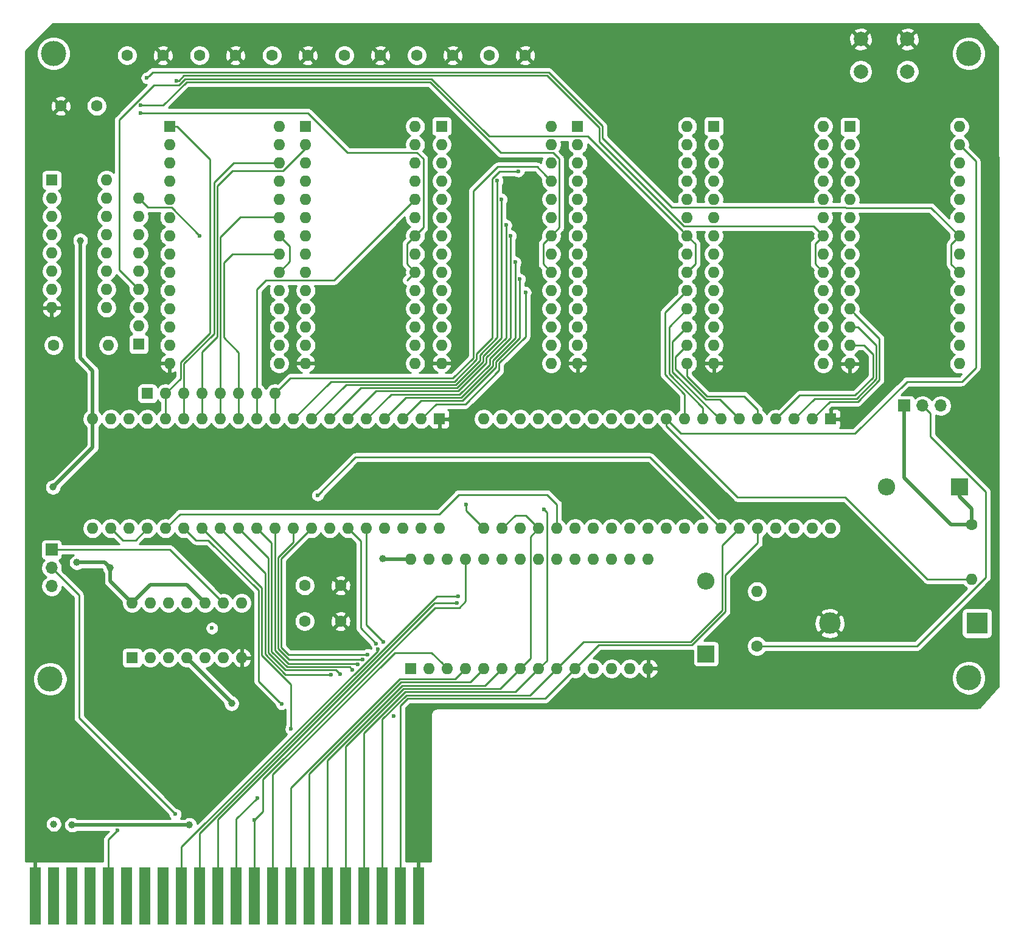
<source format=gbl>
G04 #@! TF.GenerationSoftware,KiCad,Pcbnew,(5.1.9)-1*
G04 #@! TF.CreationDate,2023-04-19T14:15:06+01:00*
G04 #@! TF.ProjectId,C64RAMCart,43363452-414d-4436-9172-742e6b696361,rev?*
G04 #@! TF.SameCoordinates,Original*
G04 #@! TF.FileFunction,Copper,L2,Bot*
G04 #@! TF.FilePolarity,Positive*
%FSLAX46Y46*%
G04 Gerber Fmt 4.6, Leading zero omitted, Abs format (unit mm)*
G04 Created by KiCad (PCBNEW (5.1.9)-1) date 2023-04-19 14:15:06*
%MOMM*%
%LPD*%
G01*
G04 APERTURE LIST*
G04 #@! TA.AperFunction,ComponentPad*
%ADD10R,3.000000X3.000000*%
G04 #@! TD*
G04 #@! TA.AperFunction,ComponentPad*
%ADD11C,3.000000*%
G04 #@! TD*
G04 #@! TA.AperFunction,ComponentPad*
%ADD12C,1.600000*%
G04 #@! TD*
G04 #@! TA.AperFunction,ComponentPad*
%ADD13C,2.000000*%
G04 #@! TD*
G04 #@! TA.AperFunction,ConnectorPad*
%ADD14R,1.500000X8.000000*%
G04 #@! TD*
G04 #@! TA.AperFunction,ComponentPad*
%ADD15O,2.400000X2.400000*%
G04 #@! TD*
G04 #@! TA.AperFunction,ComponentPad*
%ADD16R,2.400000X2.400000*%
G04 #@! TD*
G04 #@! TA.AperFunction,ComponentPad*
%ADD17O,1.600000X1.600000*%
G04 #@! TD*
G04 #@! TA.AperFunction,ComponentPad*
%ADD18R,1.700000X1.700000*%
G04 #@! TD*
G04 #@! TA.AperFunction,ComponentPad*
%ADD19O,1.700000X1.700000*%
G04 #@! TD*
G04 #@! TA.AperFunction,ComponentPad*
%ADD20R,1.600000X1.600000*%
G04 #@! TD*
G04 #@! TA.AperFunction,ComponentPad*
%ADD21C,3.500000*%
G04 #@! TD*
G04 #@! TA.AperFunction,ViaPad*
%ADD22C,1.000000*%
G04 #@! TD*
G04 #@! TA.AperFunction,ViaPad*
%ADD23C,0.600000*%
G04 #@! TD*
G04 #@! TA.AperFunction,Conductor*
%ADD24C,0.508000*%
G04 #@! TD*
G04 #@! TA.AperFunction,Conductor*
%ADD25C,0.250000*%
G04 #@! TD*
G04 #@! TA.AperFunction,Conductor*
%ADD26C,0.254000*%
G04 #@! TD*
G04 #@! TA.AperFunction,Conductor*
%ADD27C,0.100000*%
G04 #@! TD*
G04 APERTURE END LIST*
D10*
X213379000Y-119470000D03*
D11*
X192889000Y-119470000D03*
D12*
X145504000Y-40370000D03*
X150504000Y-40370000D03*
X135424000Y-40370000D03*
X140424000Y-40370000D03*
X125344000Y-40370000D03*
X130344000Y-40370000D03*
X115264000Y-40370000D03*
X120264000Y-40370000D03*
X105184000Y-40370000D03*
X110184000Y-40370000D03*
X100104000Y-40370000D03*
X95104000Y-40370000D03*
D13*
X197204000Y-42620000D03*
X197204000Y-38120000D03*
X203704000Y-42620000D03*
X203704000Y-38120000D03*
D14*
X135705000Y-157432000D03*
X133165000Y-157432000D03*
X130625000Y-157432000D03*
X128085000Y-157432000D03*
X125545000Y-157432000D03*
X123005000Y-157432000D03*
X120465000Y-157432000D03*
X117925000Y-157432000D03*
X115385000Y-157432000D03*
X112845000Y-157432000D03*
X110305000Y-157432000D03*
X107765000Y-157432000D03*
X105225000Y-157432000D03*
X102685000Y-157432000D03*
X100145000Y-157432000D03*
X97605000Y-157432000D03*
X95065000Y-157432000D03*
X92525000Y-157432000D03*
X89985000Y-157432000D03*
X87445000Y-157432000D03*
X84905000Y-157432000D03*
X82365000Y-157432000D03*
D12*
X85879000Y-47420000D03*
X90879000Y-47420000D03*
X119819000Y-114215000D03*
X124819000Y-114215000D03*
D15*
X200769000Y-100470000D03*
D16*
X210929000Y-100470000D03*
X175679000Y-123745000D03*
D15*
X175679000Y-113585000D03*
D12*
X182754000Y-122645000D03*
D17*
X182754000Y-115025000D03*
D18*
X203274000Y-89170000D03*
D19*
X205814000Y-89170000D03*
X208354000Y-89170000D03*
D20*
X95819000Y-124285000D03*
D17*
X111059000Y-116665000D03*
X98359000Y-124285000D03*
X108519000Y-116665000D03*
X100899000Y-124285000D03*
X105979000Y-116665000D03*
X103439000Y-124285000D03*
X103439000Y-116665000D03*
X105979000Y-124285000D03*
X100899000Y-116665000D03*
X108519000Y-124285000D03*
X98359000Y-116665000D03*
X111059000Y-124285000D03*
X95819000Y-116665000D03*
D12*
X119819000Y-119195000D03*
X124819000Y-119195000D03*
D17*
X212679000Y-113340000D03*
D12*
X212679000Y-105720000D03*
X84879000Y-80720000D03*
D17*
X92499000Y-80720000D03*
D20*
X96739000Y-80605000D03*
D17*
X96739000Y-78065000D03*
X96739000Y-75525000D03*
X96739000Y-72985000D03*
X96739000Y-70445000D03*
X96739000Y-67905000D03*
X96739000Y-65365000D03*
X96739000Y-62825000D03*
X96739000Y-60285000D03*
D20*
X97949999Y-87475000D03*
D17*
X100489999Y-87475000D03*
X103029999Y-87475000D03*
X105569999Y-87475000D03*
X108109999Y-87475000D03*
X110649999Y-87475000D03*
X113189999Y-87475000D03*
X115729999Y-87475000D03*
D19*
X84619000Y-114305000D03*
X84619000Y-111765000D03*
D18*
X84619000Y-109225000D03*
D20*
X84629000Y-57745000D03*
D17*
X92249000Y-75525000D03*
X84629000Y-60285000D03*
X92249000Y-72985000D03*
X84629000Y-62825000D03*
X92249000Y-70445000D03*
X84629000Y-65365000D03*
X92249000Y-67905000D03*
X84629000Y-67905000D03*
X92249000Y-65365000D03*
X84629000Y-70445000D03*
X92249000Y-62825000D03*
X84629000Y-72985000D03*
X92249000Y-60285000D03*
X84629000Y-75525000D03*
X92249000Y-57745000D03*
D20*
X134609000Y-125785000D03*
D17*
X167629000Y-110545000D03*
X137149000Y-125785000D03*
X165089000Y-110545000D03*
X139689000Y-125785000D03*
X162549000Y-110545000D03*
X142229000Y-125785000D03*
X160009000Y-110545000D03*
X144769000Y-125785000D03*
X157469000Y-110545000D03*
X147309000Y-125785000D03*
X154929000Y-110545000D03*
X149849000Y-125785000D03*
X152389000Y-110545000D03*
X152389000Y-125785000D03*
X149849000Y-110545000D03*
X154929000Y-125785000D03*
X147309000Y-110545000D03*
X157469000Y-125785000D03*
X144769000Y-110545000D03*
X160009000Y-125785000D03*
X142229000Y-110545000D03*
X162549000Y-125785000D03*
X139689000Y-110545000D03*
X165089000Y-125785000D03*
X137149000Y-110545000D03*
X167629000Y-125785000D03*
X134609000Y-110545000D03*
D20*
X138589999Y-91020000D03*
D17*
X90329999Y-106260000D03*
X136049999Y-91020000D03*
X92869999Y-106260000D03*
X133509999Y-91020000D03*
X95409999Y-106260000D03*
X130969999Y-91020000D03*
X97949999Y-106260000D03*
X128429999Y-91020000D03*
X100489999Y-106260000D03*
X125889999Y-91020000D03*
X103029999Y-106260000D03*
X123349999Y-91020000D03*
X105569999Y-106260000D03*
X120809999Y-91020000D03*
X108109999Y-106260000D03*
X118269999Y-91020000D03*
X110649999Y-106260000D03*
X115729999Y-91020000D03*
X113189999Y-106260000D03*
X113189999Y-91020000D03*
X115729999Y-106260000D03*
X110649999Y-91020000D03*
X118269999Y-106260000D03*
X108109999Y-91020000D03*
X120809999Y-106260000D03*
X105569999Y-91020000D03*
X123349999Y-106260000D03*
X103029999Y-91020000D03*
X125889999Y-106260000D03*
X100489999Y-91020000D03*
X128429999Y-106260000D03*
X97949999Y-91020000D03*
X130969999Y-106260000D03*
X95409999Y-91020000D03*
X133509999Y-106260000D03*
X92869999Y-91020000D03*
X136049999Y-106260000D03*
X90329999Y-91020000D03*
X138589999Y-106260000D03*
X193029000Y-106260000D03*
X144769000Y-91020000D03*
X190489000Y-106260000D03*
X147309000Y-91020000D03*
X187949000Y-106260000D03*
X149849000Y-91020000D03*
X185409000Y-106260000D03*
X152389000Y-91020000D03*
X182869000Y-106260000D03*
X154929000Y-91020000D03*
X180329000Y-106260000D03*
X157469000Y-91020000D03*
X177789000Y-106260000D03*
X160009000Y-91020000D03*
X175249000Y-106260000D03*
X162549000Y-91020000D03*
X172709000Y-106260000D03*
X165089000Y-91020000D03*
X170169000Y-106260000D03*
X167629000Y-91020000D03*
X167629000Y-106260000D03*
X170169000Y-91020000D03*
X165089000Y-106260000D03*
X172709000Y-91020000D03*
X162549000Y-106260000D03*
X175249000Y-91020000D03*
X160009000Y-106260000D03*
X177789000Y-91020000D03*
X157469000Y-106260000D03*
X180329000Y-91020000D03*
X154929000Y-106260000D03*
X182869000Y-91020000D03*
X152389000Y-106260000D03*
X185409000Y-91020000D03*
X149849000Y-106260000D03*
X187949000Y-91020000D03*
X147309000Y-106260000D03*
X190489000Y-91020000D03*
X144769000Y-106260000D03*
D20*
X193029000Y-91020000D03*
X101024001Y-50250001D03*
D17*
X116264001Y-83270001D03*
X101024001Y-52790001D03*
X116264001Y-80730001D03*
X101024001Y-55330001D03*
X116264001Y-78190001D03*
X101024001Y-57870001D03*
X116264001Y-75650001D03*
X101024001Y-60410001D03*
X116264001Y-73110001D03*
X101024001Y-62950001D03*
X116264001Y-70570001D03*
X101024001Y-65490001D03*
X116264001Y-68030001D03*
X101024001Y-68030001D03*
X116264001Y-65490001D03*
X101024001Y-70570001D03*
X116264001Y-62950001D03*
X101024001Y-73110001D03*
X116264001Y-60410001D03*
X101024001Y-75650001D03*
X116264001Y-57870001D03*
X101024001Y-78190001D03*
X116264001Y-55330001D03*
X101024001Y-80730001D03*
X116264001Y-52790001D03*
X101024001Y-83270001D03*
X116264001Y-50250001D03*
X135197000Y-50250001D03*
X119957000Y-83270001D03*
X135197000Y-52790001D03*
X119957000Y-80730001D03*
X135197000Y-55330001D03*
X119957000Y-78190001D03*
X135197000Y-57870001D03*
X119957000Y-75650001D03*
X135197000Y-60410001D03*
X119957000Y-73110001D03*
X135197000Y-62950001D03*
X119957000Y-70570001D03*
X135197000Y-65490001D03*
X119957000Y-68030001D03*
X135197000Y-68030001D03*
X119957000Y-65490001D03*
X135197000Y-70570001D03*
X119957000Y-62950001D03*
X135197000Y-73110001D03*
X119957000Y-60410001D03*
X135197000Y-75650001D03*
X119957000Y-57870001D03*
X135197000Y-78190001D03*
X119957000Y-55330001D03*
X135197000Y-80730001D03*
X119957000Y-52790001D03*
X135197000Y-83270001D03*
D20*
X119957000Y-50250001D03*
X138889999Y-50250001D03*
D17*
X154129999Y-83270001D03*
X138889999Y-52790001D03*
X154129999Y-80730001D03*
X138889999Y-55330001D03*
X154129999Y-78190001D03*
X138889999Y-57870001D03*
X154129999Y-75650001D03*
X138889999Y-60410001D03*
X154129999Y-73110001D03*
X138889999Y-62950001D03*
X154129999Y-70570001D03*
X138889999Y-65490001D03*
X154129999Y-68030001D03*
X138889999Y-68030001D03*
X154129999Y-65490001D03*
X138889999Y-70570001D03*
X154129999Y-62950001D03*
X138889999Y-73110001D03*
X154129999Y-60410001D03*
X138889999Y-75650001D03*
X154129999Y-57870001D03*
X138889999Y-78190001D03*
X154129999Y-55330001D03*
X138889999Y-80730001D03*
X154129999Y-52790001D03*
X138889999Y-83270001D03*
X154129999Y-50250001D03*
X173062998Y-50250001D03*
X157822998Y-83270001D03*
X173062998Y-52790001D03*
X157822998Y-80730001D03*
X173062998Y-55330001D03*
X157822998Y-78190001D03*
X173062998Y-57870001D03*
X157822998Y-75650001D03*
X173062998Y-60410001D03*
X157822998Y-73110001D03*
X173062998Y-62950001D03*
X157822998Y-70570001D03*
X173062998Y-65490001D03*
X157822998Y-68030001D03*
X173062998Y-68030001D03*
X157822998Y-65490001D03*
X173062998Y-70570001D03*
X157822998Y-62950001D03*
X173062998Y-73110001D03*
X157822998Y-60410001D03*
X173062998Y-75650001D03*
X157822998Y-57870001D03*
X173062998Y-78190001D03*
X157822998Y-55330001D03*
X173062998Y-80730001D03*
X157822998Y-52790001D03*
X173062998Y-83270001D03*
D20*
X157822998Y-50250001D03*
X176755997Y-50250001D03*
D17*
X191995997Y-83270001D03*
X176755997Y-52790001D03*
X191995997Y-80730001D03*
X176755997Y-55330001D03*
X191995997Y-78190001D03*
X176755997Y-57870001D03*
X191995997Y-75650001D03*
X176755997Y-60410001D03*
X191995997Y-73110001D03*
X176755997Y-62950001D03*
X191995997Y-70570001D03*
X176755997Y-65490001D03*
X191995997Y-68030001D03*
X176755997Y-68030001D03*
X191995997Y-65490001D03*
X176755997Y-70570001D03*
X191995997Y-62950001D03*
X176755997Y-73110001D03*
X191995997Y-60410001D03*
X176755997Y-75650001D03*
X191995997Y-57870001D03*
X176755997Y-78190001D03*
X191995997Y-55330001D03*
X176755997Y-80730001D03*
X191995997Y-52790001D03*
X176755997Y-83270001D03*
X191995997Y-50250001D03*
X210929000Y-50315000D03*
X195689000Y-83335000D03*
X210929000Y-52855000D03*
X195689000Y-80795000D03*
X210929000Y-55395000D03*
X195689000Y-78255000D03*
X210929000Y-57935000D03*
X195689000Y-75715000D03*
X210929000Y-60475000D03*
X195689000Y-73175000D03*
X210929000Y-63015000D03*
X195689000Y-70635000D03*
X210929000Y-65555000D03*
X195689000Y-68095000D03*
X210929000Y-68095000D03*
X195689000Y-65555000D03*
X210929000Y-70635000D03*
X195689000Y-63015000D03*
X210929000Y-73175000D03*
X195689000Y-60475000D03*
X210929000Y-75715000D03*
X195689000Y-57935000D03*
X210929000Y-78255000D03*
X195689000Y-55395000D03*
X210929000Y-80795000D03*
X195689000Y-52855000D03*
X210929000Y-83335000D03*
D20*
X195689000Y-50315000D03*
D21*
X84889000Y-40111000D03*
X212250000Y-40111000D03*
X212250000Y-127095000D03*
X84409000Y-127255000D03*
D22*
X82365000Y-147331000D03*
X135705000Y-147811000D03*
X118954000Y-102645000D03*
X122204000Y-110170000D03*
X84905000Y-147459000D03*
X87445009Y-147561009D03*
X88604000Y-66170000D03*
X88129000Y-111020000D03*
X92779000Y-111770000D03*
X130654000Y-110495000D03*
X84804000Y-100520000D03*
X103779000Y-147570000D03*
X109654000Y-130645000D03*
D23*
X101829000Y-146070000D03*
X106936500Y-120162500D03*
X130776176Y-122033277D03*
X129791584Y-122301700D03*
X153104000Y-103620010D03*
X93779000Y-148345000D03*
X132229000Y-132395000D03*
X128613140Y-123829140D03*
X142254000Y-102895000D03*
X102029000Y-43900918D03*
X97879000Y-43520000D03*
X96979000Y-47345000D03*
X96979000Y-48420000D03*
X105229000Y-65489998D03*
X121629000Y-101645000D03*
X150554000Y-73395000D03*
X149754000Y-71545000D03*
X149128999Y-69195001D03*
X148479000Y-65495000D03*
X147853999Y-64020001D03*
X147228998Y-60420002D03*
X146603997Y-57845003D03*
X149564001Y-56520010D03*
X112853999Y-146845000D03*
X113231703Y-143799015D03*
X141029000Y-116670000D03*
X141179000Y-115745000D03*
X130006343Y-123072347D03*
X127888140Y-124554140D03*
X127200645Y-125241635D03*
X126488140Y-125954140D03*
X124779000Y-126595000D03*
X123452150Y-126620043D03*
X117925000Y-134216000D03*
X116604000Y-130720000D03*
D24*
X82365000Y-147331000D02*
X82365000Y-157432000D01*
X135705000Y-157432000D02*
X135705000Y-147811000D01*
D25*
X205039002Y-122645000D02*
X214604000Y-113080002D01*
X182754000Y-122645000D02*
X205039002Y-122645000D01*
X214604000Y-101159998D02*
X206864002Y-93420000D01*
X214604000Y-113080002D02*
X214604000Y-101159998D01*
X206864002Y-93420000D02*
X206864002Y-90220002D01*
X206864002Y-90220002D02*
X205814000Y-89170000D01*
D24*
X90329999Y-91020000D02*
X90329999Y-84295999D01*
X88604000Y-82570000D02*
X88604000Y-66170000D01*
X90329999Y-84295999D02*
X88604000Y-82570000D01*
X88129000Y-111020000D02*
X92029000Y-111020000D01*
X92029000Y-111020000D02*
X92779000Y-111770000D01*
X92779000Y-113625000D02*
X95819000Y-116665000D01*
X92779000Y-111770000D02*
X92779000Y-113625000D01*
X130704000Y-110545000D02*
X130654000Y-110495000D01*
X134609000Y-110545000D02*
X130704000Y-110545000D01*
X90329999Y-94994001D02*
X84804000Y-100520000D01*
X90329999Y-91020000D02*
X90329999Y-94994001D01*
X103779000Y-147570000D02*
X103779000Y-147570000D01*
X109654000Y-130500000D02*
X109654000Y-130645000D01*
X103439000Y-124285000D02*
X109654000Y-130500000D01*
X95819000Y-116665000D02*
X98389000Y-114095000D01*
X103409000Y-114095000D02*
X105979000Y-116665000D01*
X98389000Y-114095000D02*
X103409000Y-114095000D01*
X103770009Y-147561009D02*
X103779000Y-147570000D01*
X87445009Y-147561009D02*
X103770009Y-147561009D01*
D25*
X88404000Y-115550000D02*
X88404000Y-132645000D01*
X84619000Y-111765000D02*
X88404000Y-115550000D01*
X88404000Y-132645000D02*
X101829000Y-146070000D01*
X153308934Y-129945066D02*
X134158808Y-129945066D01*
X157469000Y-125785000D02*
X153308934Y-129945066D01*
X134158808Y-129945066D02*
X133165000Y-130938870D01*
X133165000Y-130938870D02*
X133165000Y-153182000D01*
X133165000Y-153182000D02*
X133165000Y-157432000D01*
X128429999Y-106260000D02*
X128429999Y-119687100D01*
X128429999Y-119687100D02*
X130776176Y-122033277D01*
X178389000Y-112765000D02*
X182869000Y-108285000D01*
X178389000Y-117835000D02*
X178389000Y-112765000D01*
X160749000Y-122505000D02*
X173719000Y-122505000D01*
X173719000Y-122505000D02*
X178389000Y-117835000D01*
X157469000Y-125785000D02*
X160749000Y-122505000D01*
X182869000Y-108285000D02*
X182869000Y-106260000D01*
X154929000Y-125785000D02*
X151218945Y-129495055D01*
X133972405Y-129495055D02*
X130625000Y-132842460D01*
X130625000Y-153182000D02*
X130625000Y-157432000D01*
X151218945Y-129495055D02*
X133972405Y-129495055D01*
X130625000Y-132842460D02*
X130625000Y-153182000D01*
X127654000Y-108024001D02*
X127654000Y-120164116D01*
X127654000Y-120164116D02*
X129791584Y-122301700D01*
X125889999Y-106260000D02*
X127654000Y-108024001D01*
X158659010Y-122054990D02*
X154929000Y-125785000D01*
X173532600Y-122054990D02*
X158659010Y-122054990D01*
X180329000Y-106260000D02*
X177938990Y-108650010D01*
X177938990Y-108650010D02*
X177938989Y-117648601D01*
X177938989Y-117648601D02*
X173532600Y-122054990D01*
X96289999Y-107920000D02*
X97949999Y-106260000D01*
X94529999Y-107920000D02*
X96289999Y-107920000D01*
X92869999Y-106260000D02*
X94529999Y-107920000D01*
X153514001Y-124659999D02*
X153514001Y-104030011D01*
X153514001Y-104030011D02*
X153104000Y-103620010D01*
X152389000Y-125785000D02*
X153514001Y-124659999D01*
X128085000Y-134746050D02*
X128085000Y-153182000D01*
X128085000Y-153182000D02*
X128085000Y-157432000D01*
X152389000Y-125785000D02*
X149128956Y-129045044D01*
X133786006Y-129045044D02*
X128085000Y-134746050D01*
X149128956Y-129045044D02*
X133786006Y-129045044D01*
X151263999Y-124370001D02*
X149849000Y-125785000D01*
X151263999Y-107385001D02*
X151263999Y-124370001D01*
X152389000Y-106260000D02*
X151263999Y-107385001D01*
X147309000Y-106260000D02*
X149124000Y-104445000D01*
X150574000Y-104445000D02*
X152389000Y-106260000D01*
X149124000Y-104445000D02*
X150574000Y-104445000D01*
X125545000Y-153182000D02*
X125545000Y-157432000D01*
X125545000Y-136649640D02*
X125545000Y-153182000D01*
X147038967Y-128595033D02*
X133599607Y-128595033D01*
X149849000Y-125785000D02*
X147038967Y-128595033D01*
X133599607Y-128595033D02*
X125545000Y-136649640D01*
X92525000Y-157432000D02*
X92525000Y-149599000D01*
X92525000Y-149599000D02*
X93779000Y-148345000D01*
X117563140Y-123829140D02*
X128613140Y-123829140D01*
X116579000Y-122845000D02*
X117563140Y-123829140D01*
X116579000Y-110490999D02*
X116579000Y-122845000D01*
X120809999Y-106260000D02*
X116579000Y-110490999D01*
X144769000Y-106260000D02*
X142254000Y-103745000D01*
X142254000Y-103745000D02*
X142254000Y-102895000D01*
X213204000Y-55130000D02*
X210929000Y-52855000D01*
X213204000Y-83845000D02*
X213204000Y-55130000D01*
X170169000Y-92020000D02*
X170169000Y-91020000D01*
X180069000Y-101920000D02*
X170169000Y-92020000D01*
X180069000Y-101920000D02*
X195079000Y-101920000D01*
X206499000Y-113340000D02*
X212679000Y-113340000D01*
X195079000Y-101920000D02*
X206499000Y-113340000D01*
X170169000Y-91020000D02*
X172194000Y-93045000D01*
X172194000Y-93045000D02*
X196404000Y-93045000D01*
X196404000Y-93045000D02*
X203654000Y-85795000D01*
X211254000Y-85795000D02*
X213204000Y-83845000D01*
X203654000Y-85795000D02*
X211254000Y-85795000D01*
X174187999Y-66615002D02*
X173062998Y-65490001D01*
X174187999Y-69445000D02*
X174187999Y-66615002D01*
X173062998Y-70570001D02*
X174187999Y-69445000D01*
X145465411Y-51645000D02*
X159217997Y-51645000D01*
X103209931Y-43644989D02*
X137465400Y-43644989D01*
X98873077Y-44525919D02*
X102329001Y-44525919D01*
X159217997Y-51645000D02*
X172262999Y-64690002D01*
X137465400Y-43644989D02*
X145465411Y-51645000D01*
X94029000Y-49369996D02*
X98873077Y-44525919D01*
X96739000Y-72985000D02*
X94029000Y-70275000D01*
X102329001Y-44525919D02*
X103209931Y-43644989D01*
X94029000Y-70275000D02*
X94029000Y-49369996D01*
X172262999Y-64690002D02*
X173062998Y-65490001D01*
X190870996Y-69445000D02*
X191995997Y-70570001D01*
X190870996Y-66615002D02*
X190870996Y-69445000D01*
X191995997Y-65490001D02*
X190870996Y-66615002D01*
X190625996Y-64120000D02*
X191995997Y-65490001D01*
X172567995Y-64120000D02*
X190625996Y-64120000D01*
X160804000Y-52356005D02*
X172567995Y-64120000D01*
X160804000Y-50409591D02*
X160804000Y-52356005D01*
X153589387Y-43194978D02*
X160804000Y-50409591D01*
X102317591Y-43900918D02*
X103023531Y-43194978D01*
X103023531Y-43194978D02*
X153589387Y-43194978D01*
X102029000Y-43900918D02*
X102317591Y-43900918D01*
X209803999Y-69509999D02*
X210929000Y-70635000D01*
X209803999Y-66680001D02*
X209803999Y-69509999D01*
X210929000Y-65555000D02*
X209803999Y-66680001D01*
X98178999Y-43220001D02*
X97879000Y-43520000D01*
X98654033Y-42744967D02*
X98178999Y-43220001D01*
X161254011Y-51845010D02*
X161254011Y-50223191D01*
X153775787Y-42744967D02*
X98654033Y-42744967D01*
X195148999Y-61600001D02*
X195084000Y-61535002D01*
X206974001Y-61600001D02*
X195148999Y-61600001D01*
X210929000Y-65555000D02*
X206974001Y-61600001D01*
X170944003Y-61535002D02*
X161254011Y-51845010D01*
X161254011Y-50223191D02*
X153775787Y-42744967D01*
X195084000Y-61535002D02*
X170944003Y-61535002D01*
X153004998Y-66615002D02*
X154129999Y-65490001D01*
X153004998Y-69445000D02*
X153004998Y-66615002D01*
X154129999Y-70570001D02*
X153004998Y-69445000D01*
X100146331Y-47345000D02*
X96979000Y-47345000D01*
X103396331Y-44095000D02*
X100146331Y-47345000D01*
X147099002Y-53915002D02*
X137279000Y-44095000D01*
X154380002Y-53915002D02*
X147099002Y-53915002D01*
X155255000Y-64365000D02*
X155255000Y-54790000D01*
X155255000Y-54790000D02*
X154380002Y-53915002D01*
X137279000Y-44095000D02*
X103396331Y-44095000D01*
X154129999Y-65490001D02*
X155255000Y-64365000D01*
X134071999Y-71695002D02*
X135197000Y-70570001D01*
X134071999Y-66615002D02*
X135197000Y-65490001D01*
X134071999Y-69445000D02*
X134071999Y-66615002D01*
X135197000Y-70570001D02*
X134071999Y-69445000D01*
X120312001Y-48420000D02*
X96979000Y-48420000D01*
X125807003Y-53915002D02*
X120312001Y-48420000D01*
X136322001Y-54790000D02*
X135447003Y-53915002D01*
X136322001Y-64365000D02*
X136322001Y-54790000D01*
X135197000Y-65490001D02*
X136322001Y-64365000D01*
X135447003Y-53915002D02*
X125807003Y-53915002D01*
X116264001Y-65490001D02*
X117754000Y-66980000D01*
X117754000Y-69080002D02*
X116264001Y-70570001D01*
X117754000Y-66980000D02*
X117754000Y-69080002D01*
X97989002Y-61535002D02*
X101274004Y-61535002D01*
X101274004Y-61535002D02*
X105229000Y-65489998D01*
X96739000Y-60285000D02*
X97989002Y-61535002D01*
X105229000Y-65489998D02*
X105229000Y-65489998D01*
X101079000Y-109225000D02*
X84619000Y-109225000D01*
X108519000Y-116665000D02*
X101079000Y-109225000D01*
X153554000Y-101545000D02*
X154929000Y-102920000D01*
X141253988Y-101545000D02*
X153554000Y-101545000D01*
X138528988Y-104270000D02*
X141253988Y-101545000D01*
X102479999Y-104270000D02*
X138528988Y-104270000D01*
X154929000Y-102920000D02*
X154929000Y-106260000D01*
X100489999Y-106260000D02*
X102479999Y-104270000D01*
X177789000Y-106260000D02*
X167899000Y-96370000D01*
X126904000Y-96370000D02*
X127029000Y-96370000D01*
X121629000Y-101645000D02*
X126904000Y-96370000D01*
X167899000Y-96370000D02*
X127029000Y-96370000D01*
D24*
X212679000Y-105720000D02*
X209754000Y-105720000D01*
X203274000Y-99240000D02*
X203274000Y-89170000D01*
X209754000Y-105720000D02*
X203274000Y-99240000D01*
X210929000Y-100470000D02*
X210929000Y-101820000D01*
X212679000Y-103570000D02*
X212679000Y-105720000D01*
X210929000Y-101820000D02*
X212679000Y-103570000D01*
D25*
X100489999Y-91020000D02*
X100489999Y-87475000D01*
X100489999Y-87475000D02*
X102579988Y-85385011D01*
X102579988Y-85385011D02*
X102579988Y-83107601D01*
X102074001Y-50250001D02*
X101024001Y-50250001D01*
X102579988Y-83107601D02*
X106639000Y-79048590D01*
X106639000Y-79048590D02*
X106639000Y-54815000D01*
X106639000Y-54815000D02*
X102074001Y-50250001D01*
X103029999Y-91020000D02*
X103029999Y-87475000D01*
X107209000Y-58045000D02*
X109923999Y-55330001D01*
X103029999Y-83294001D02*
X107209000Y-79115000D01*
X103029999Y-87475000D02*
X103029999Y-83294001D01*
X107209000Y-79115000D02*
X107209000Y-58045000D01*
X109923999Y-55330001D02*
X116264001Y-55330001D01*
X105569999Y-87475000D02*
X105569999Y-91020000D01*
X116804002Y-56455002D02*
X119957000Y-53302004D01*
X109778998Y-56455002D02*
X116804002Y-56455002D01*
X119957000Y-53302004D02*
X119957000Y-52790001D01*
X107659010Y-58574990D02*
X109778998Y-56455002D01*
X107659010Y-79600489D02*
X107659010Y-58574990D01*
X105569999Y-81689500D02*
X107659010Y-79600489D01*
X105569999Y-87475000D02*
X105569999Y-81689500D01*
X108109999Y-87475000D02*
X108109999Y-91020000D01*
X116239000Y-62925000D02*
X116264001Y-62950001D01*
X110862590Y-62925000D02*
X116239000Y-62925000D01*
X108109999Y-65677591D02*
X110862590Y-62925000D01*
X108109999Y-87475000D02*
X108109999Y-65677591D01*
X110649999Y-87475000D02*
X110649999Y-91020000D01*
X108560009Y-79651009D02*
X108560009Y-69213991D01*
X109743999Y-68030001D02*
X116264001Y-68030001D01*
X110649999Y-81740999D02*
X108560009Y-79651009D01*
X108560009Y-69213991D02*
X109743999Y-68030001D01*
X110649999Y-87475000D02*
X110649999Y-81740999D01*
X113189999Y-87475000D02*
X113189999Y-91020000D01*
X123912001Y-71695000D02*
X135197000Y-60410001D01*
X123354000Y-71695000D02*
X123912001Y-71695000D01*
X123353998Y-71695002D02*
X123354000Y-71695000D01*
X114458998Y-71695002D02*
X123353998Y-71695002D01*
X113189999Y-72964001D02*
X114458998Y-71695002D01*
X113189999Y-87475000D02*
X113189999Y-72964001D01*
X115729999Y-87475000D02*
X115729999Y-91020000D01*
X153330000Y-57070002D02*
X154129999Y-57870001D01*
X146654000Y-55895000D02*
X152154998Y-55895000D01*
X143304000Y-59245000D02*
X146654000Y-55895000D01*
X143304000Y-77220000D02*
X143304000Y-59245000D01*
X152154998Y-55895000D02*
X153330000Y-57070002D01*
X143304000Y-82495000D02*
X143304000Y-77225012D01*
X140454000Y-85345000D02*
X143304000Y-82495000D01*
X117859999Y-85345000D02*
X140454000Y-85345000D01*
X115729999Y-87475000D02*
X117859999Y-85345000D01*
X150554000Y-79561288D02*
X150554000Y-73819264D01*
X146904088Y-83211200D02*
X150554000Y-79561288D01*
X146904088Y-84219912D02*
X146904088Y-83211200D01*
X142178912Y-88945088D02*
X146904088Y-84219912D01*
X150554000Y-73819264D02*
X150554000Y-73395000D01*
X138124911Y-88945088D02*
X142178912Y-88945088D01*
X136049999Y-91020000D02*
X138124911Y-88945088D01*
X141758800Y-88495077D02*
X146454077Y-83799800D01*
X133509999Y-91020000D02*
X136034922Y-88495077D01*
X146454077Y-83799800D02*
X146454077Y-83024800D01*
X149754000Y-71969264D02*
X149754000Y-71545000D01*
X149754000Y-79724877D02*
X149754000Y-71969264D01*
X136034922Y-88495077D02*
X141758800Y-88495077D01*
X146454077Y-83024800D02*
X149754000Y-79724877D01*
X149128999Y-79713467D02*
X149128999Y-69619265D01*
X130969999Y-91020000D02*
X133944933Y-88045066D01*
X141572400Y-88045066D02*
X146004066Y-83613400D01*
X149128999Y-69619265D02*
X149128999Y-69195001D01*
X146004066Y-82838400D02*
X149128999Y-79713467D01*
X133944933Y-88045066D02*
X141572400Y-88045066D01*
X146004066Y-83613400D02*
X146004066Y-82838400D01*
X128429999Y-91020000D02*
X131854944Y-87595055D01*
X141386000Y-87595055D02*
X145554055Y-83427000D01*
X145554055Y-82652000D02*
X148479000Y-79727055D01*
X148479000Y-79727055D02*
X148479000Y-65919264D01*
X148479000Y-65919264D02*
X148479000Y-65495000D01*
X145554055Y-83427000D02*
X145554055Y-82652000D01*
X131854944Y-87595055D02*
X141386000Y-87595055D01*
X145104044Y-82465600D02*
X147853999Y-79715645D01*
X147853999Y-79715645D02*
X147853999Y-64444265D01*
X145104044Y-83240600D02*
X145104044Y-82465600D01*
X147853999Y-64444265D02*
X147853999Y-64020001D01*
X141199600Y-87145044D02*
X145104044Y-83240600D01*
X129764955Y-87145044D02*
X141199600Y-87145044D01*
X125889999Y-91020000D02*
X129764955Y-87145044D01*
X147228998Y-79704235D02*
X147228998Y-60844266D01*
X147228998Y-60844266D02*
X147228998Y-60420002D01*
X144654033Y-82279200D02*
X147228998Y-79704235D01*
X144654033Y-83054200D02*
X144654033Y-82279200D01*
X141013200Y-86695033D02*
X144654033Y-83054200D01*
X127674966Y-86695033D02*
X141013200Y-86695033D01*
X123349999Y-91020000D02*
X127674966Y-86695033D01*
X146603997Y-58269267D02*
X146603997Y-57845003D01*
X146603997Y-79692825D02*
X146603997Y-58269267D01*
X144204022Y-82867800D02*
X144204022Y-82092800D01*
X140826800Y-86245022D02*
X144204022Y-82867800D01*
X125584977Y-86245022D02*
X140826800Y-86245022D01*
X120809999Y-91020000D02*
X125584977Y-86245022D01*
X144204022Y-82092800D02*
X146603997Y-79692825D01*
X143754011Y-81906400D02*
X145944000Y-79716411D01*
X140640400Y-85795011D02*
X143754011Y-82681400D01*
X123494988Y-85795011D02*
X140640400Y-85795011D01*
X118269999Y-91020000D02*
X123494988Y-85795011D01*
X143754011Y-82681400D02*
X143754011Y-81906400D01*
X146979726Y-56520010D02*
X149564001Y-56520010D01*
X145944000Y-57555736D02*
X146979726Y-56520010D01*
X145944000Y-79716411D02*
X145944000Y-57555736D01*
X172262999Y-73910000D02*
X173062998Y-73110001D01*
X169979000Y-76193999D02*
X172262999Y-73910000D01*
X169979000Y-84845000D02*
X169979000Y-76193999D01*
X172709000Y-87575000D02*
X169979000Y-84845000D01*
X172709000Y-91020000D02*
X172709000Y-87575000D01*
X170528979Y-78184020D02*
X173062998Y-75650001D01*
X170528979Y-84719979D02*
X170528979Y-78184020D01*
X175249000Y-89440000D02*
X170528979Y-84719979D01*
X175249000Y-91020000D02*
X175249000Y-89440000D01*
X170978989Y-84444989D02*
X170978989Y-80274010D01*
X177554000Y-91020000D02*
X170978989Y-84444989D01*
X177789000Y-91020000D02*
X177554000Y-91020000D01*
X170978989Y-80274010D02*
X173062998Y-78190001D01*
X180329000Y-91020000D02*
X177604011Y-88295011D01*
X171429000Y-84081411D02*
X171429000Y-82363999D01*
X177604011Y-88295011D02*
X175642600Y-88295011D01*
X175642600Y-88295011D02*
X171429000Y-84081411D01*
X171429000Y-82363999D02*
X173062998Y-80730001D01*
X175829000Y-87845000D02*
X173062998Y-85078998D01*
X182869000Y-89735000D02*
X180979000Y-87845000D01*
X182869000Y-91020000D02*
X182869000Y-89735000D01*
X173062998Y-85078998D02*
X173062998Y-83270001D01*
X180979000Y-87845000D02*
X175829000Y-87845000D01*
X197704000Y-80795000D02*
X195689000Y-80795000D01*
X198904000Y-81995000D02*
X197704000Y-80795000D01*
X198904000Y-85245000D02*
X198904000Y-81995000D01*
X196429022Y-87719978D02*
X198904000Y-85245000D01*
X188709022Y-87719978D02*
X196429022Y-87719978D01*
X185409000Y-91020000D02*
X188709022Y-87719978D01*
X196820370Y-78255000D02*
X195689000Y-78255000D01*
X199354011Y-85431400D02*
X199354011Y-80788641D01*
X196615422Y-88169989D02*
X199354011Y-85431400D01*
X187949000Y-91020000D02*
X190799011Y-88169989D01*
X190799011Y-88169989D02*
X196615422Y-88169989D01*
X199354011Y-80788641D02*
X196820370Y-78255000D01*
X190489000Y-91020000D02*
X192889000Y-88620000D01*
X199804022Y-79830022D02*
X196488999Y-76514999D01*
X196801822Y-88620000D02*
X199804022Y-85617800D01*
X196488999Y-76514999D02*
X195689000Y-75715000D01*
X192889000Y-88620000D02*
X196801822Y-88620000D01*
X199804022Y-85617800D02*
X199804022Y-79830022D01*
X146509001Y-126584999D02*
X147309000Y-125785000D01*
X123005000Y-138553230D02*
X133413209Y-128145022D01*
X133413209Y-128145022D02*
X144948978Y-128145022D01*
X123005000Y-157432000D02*
X123005000Y-138553230D01*
X144948978Y-128145022D02*
X146509001Y-126584999D01*
X120465000Y-140456820D02*
X120465000Y-153182000D01*
X142858989Y-127695011D02*
X133226810Y-127695011D01*
X133226810Y-127695011D02*
X120465000Y-140456820D01*
X144769000Y-125785000D02*
X142858989Y-127695011D01*
X120465000Y-153182000D02*
X120465000Y-157432000D01*
X117925000Y-142360410D02*
X117925000Y-153182000D01*
X133040410Y-127245000D02*
X117925000Y-142360410D01*
X140769000Y-127245000D02*
X133040410Y-127245000D01*
X142229000Y-125785000D02*
X140769000Y-127245000D01*
X117925000Y-153182000D02*
X117925000Y-157432000D01*
X138889001Y-124985001D02*
X139689000Y-125785000D01*
X137474000Y-123570000D02*
X138889001Y-124985001D01*
X132379000Y-123570000D02*
X137474000Y-123570000D01*
X115385000Y-140564000D02*
X132379000Y-123570000D01*
X115385000Y-157432000D02*
X115385000Y-140564000D01*
X112845000Y-157432000D02*
X112845000Y-146853999D01*
X112845000Y-146853999D02*
X112853999Y-146845000D01*
X114029000Y-141220000D02*
X114029000Y-145669999D01*
X137953999Y-117295001D02*
X114029000Y-141220000D01*
X141329001Y-117295001D02*
X137953999Y-117295001D01*
X114029000Y-145669999D02*
X112853999Y-146845000D01*
X142229000Y-116395002D02*
X141329001Y-117295001D01*
X142229000Y-110545000D02*
X142229000Y-116395002D01*
X110305000Y-157432000D02*
X110305000Y-146725718D01*
X110305000Y-146725718D02*
X113231703Y-143799015D01*
X152042588Y-110545000D02*
X152389000Y-110545000D01*
X137929000Y-116670000D02*
X141029000Y-116670000D01*
X107765000Y-146834000D02*
X137929000Y-116670000D01*
X107765000Y-157432000D02*
X107765000Y-146834000D01*
X141179000Y-115745000D02*
X141179000Y-115745000D01*
X138217589Y-115745000D02*
X140754736Y-115745000D01*
X140754736Y-115745000D02*
X141179000Y-115745000D01*
X105225000Y-148737589D02*
X138217589Y-115745000D01*
X105225000Y-157432000D02*
X105225000Y-148737589D01*
X102685000Y-150641178D02*
X130006343Y-123319836D01*
X130006343Y-123319836D02*
X130006343Y-123072347D01*
X102685000Y-157432000D02*
X102685000Y-150641178D01*
X117651729Y-124554140D02*
X127888140Y-124554140D01*
X116128989Y-123031400D02*
X117651729Y-124554140D01*
X116128989Y-110304599D02*
X116128989Y-123031400D01*
X118269999Y-108163589D02*
X116128989Y-110304599D01*
X118269999Y-106260000D02*
X118269999Y-108163589D01*
X127054021Y-125095011D02*
X127200645Y-125241635D01*
X117556189Y-125095011D02*
X127054021Y-125095011D01*
X115678978Y-123217800D02*
X117556189Y-125095011D01*
X115678978Y-110118199D02*
X115678978Y-123217800D01*
X115729999Y-110067178D02*
X115678978Y-110118199D01*
X115729999Y-106260000D02*
X115729999Y-110067178D01*
X117369789Y-125545022D02*
X126079022Y-125545022D01*
X113189999Y-106260000D02*
X115228967Y-108298968D01*
X115228967Y-123404200D02*
X117369789Y-125545022D01*
X115228967Y-108298968D02*
X115228967Y-123404200D01*
X126079022Y-125545022D02*
X126488140Y-125954140D01*
X114778956Y-123590600D02*
X117183389Y-125995033D01*
X110649999Y-106260000D02*
X114778956Y-110388957D01*
X124179033Y-125995033D02*
X124779000Y-126595000D01*
X117183389Y-125995033D02*
X124179033Y-125995033D01*
X114778956Y-110388957D02*
X114778956Y-123590600D01*
X117171988Y-126620043D02*
X123452150Y-126620043D01*
X114328945Y-112478946D02*
X114328945Y-123777000D01*
X108109999Y-106260000D02*
X114328945Y-112478946D01*
X114328945Y-123777000D02*
X117171988Y-126620043D01*
X105569999Y-106260000D02*
X113878934Y-114568935D01*
X113878934Y-114568935D02*
X113878934Y-123963400D01*
X113878934Y-123963400D02*
X117925000Y-128009466D01*
X117925000Y-128009466D02*
X117925000Y-134216000D01*
X116304001Y-130420001D02*
X116604000Y-130720000D01*
X113428923Y-127544923D02*
X116304001Y-130420001D01*
X113428923Y-114894923D02*
X113428923Y-127544923D01*
X106429000Y-107895000D02*
X113428923Y-114894923D01*
X104664999Y-107895000D02*
X106429000Y-107895000D01*
X103029999Y-106260000D02*
X104664999Y-107895000D01*
D26*
X213605001Y-35986615D02*
X216327133Y-39142361D01*
X216412301Y-69462085D01*
X216412300Y-128063319D01*
X216393828Y-128251706D01*
X213758781Y-131202960D01*
X213241768Y-131257300D01*
X138467191Y-131257300D01*
X138439787Y-131259999D01*
X138436747Y-131259978D01*
X138427747Y-131260861D01*
X138378763Y-131266010D01*
X138372029Y-131266673D01*
X138371804Y-131266741D01*
X138329146Y-131271225D01*
X138271649Y-131283027D01*
X138213977Y-131294029D01*
X138205324Y-131296642D01*
X138205318Y-131296643D01*
X138205312Y-131296645D01*
X138110610Y-131325961D01*
X138056477Y-131348716D01*
X138002067Y-131370699D01*
X137994088Y-131374942D01*
X137994078Y-131374946D01*
X137994069Y-131374952D01*
X137906870Y-131422100D01*
X137858188Y-131454936D01*
X137816419Y-131482268D01*
X133925000Y-131483001D01*
X133925000Y-131253672D01*
X134473609Y-130705066D01*
X153271612Y-130705066D01*
X153308934Y-130708742D01*
X153346256Y-130705066D01*
X153346267Y-130705066D01*
X153457920Y-130694069D01*
X153601181Y-130650612D01*
X153733210Y-130580040D01*
X153848935Y-130485067D01*
X153872738Y-130456063D01*
X157145114Y-127183688D01*
X157327665Y-127220000D01*
X157610335Y-127220000D01*
X157887574Y-127164853D01*
X158148727Y-127056680D01*
X158383759Y-126899637D01*
X158583637Y-126699759D01*
X158739000Y-126467241D01*
X158894363Y-126699759D01*
X159094241Y-126899637D01*
X159329273Y-127056680D01*
X159590426Y-127164853D01*
X159867665Y-127220000D01*
X160150335Y-127220000D01*
X160427574Y-127164853D01*
X160688727Y-127056680D01*
X160923759Y-126899637D01*
X161123637Y-126699759D01*
X161279000Y-126467241D01*
X161434363Y-126699759D01*
X161634241Y-126899637D01*
X161869273Y-127056680D01*
X162130426Y-127164853D01*
X162407665Y-127220000D01*
X162690335Y-127220000D01*
X162967574Y-127164853D01*
X163228727Y-127056680D01*
X163463759Y-126899637D01*
X163663637Y-126699759D01*
X163819000Y-126467241D01*
X163974363Y-126699759D01*
X164174241Y-126899637D01*
X164409273Y-127056680D01*
X164670426Y-127164853D01*
X164947665Y-127220000D01*
X165230335Y-127220000D01*
X165507574Y-127164853D01*
X165768727Y-127056680D01*
X166003759Y-126899637D01*
X166203637Y-126699759D01*
X166360680Y-126464727D01*
X166365067Y-126454135D01*
X166476615Y-126640131D01*
X166665586Y-126848519D01*
X166891580Y-127016037D01*
X167145913Y-127136246D01*
X167279961Y-127176904D01*
X167502000Y-127054915D01*
X167502000Y-125912000D01*
X167756000Y-125912000D01*
X167756000Y-127054915D01*
X167978039Y-127176904D01*
X168112087Y-127136246D01*
X168366420Y-127016037D01*
X168576793Y-126860098D01*
X209865000Y-126860098D01*
X209865000Y-127329902D01*
X209956654Y-127790679D01*
X210136440Y-128224721D01*
X210397450Y-128615349D01*
X210729651Y-128947550D01*
X211120279Y-129208560D01*
X211554321Y-129388346D01*
X212015098Y-129480000D01*
X212484902Y-129480000D01*
X212945679Y-129388346D01*
X213379721Y-129208560D01*
X213770349Y-128947550D01*
X214102550Y-128615349D01*
X214363560Y-128224721D01*
X214543346Y-127790679D01*
X214635000Y-127329902D01*
X214635000Y-126860098D01*
X214543346Y-126399321D01*
X214363560Y-125965279D01*
X214102550Y-125574651D01*
X213770349Y-125242450D01*
X213379721Y-124981440D01*
X212945679Y-124801654D01*
X212484902Y-124710000D01*
X212015098Y-124710000D01*
X211554321Y-124801654D01*
X211120279Y-124981440D01*
X210729651Y-125242450D01*
X210397450Y-125574651D01*
X210136440Y-125965279D01*
X209956654Y-126399321D01*
X209865000Y-126860098D01*
X168576793Y-126860098D01*
X168592414Y-126848519D01*
X168781385Y-126640131D01*
X168926070Y-126398881D01*
X169020909Y-126134040D01*
X168899624Y-125912000D01*
X167756000Y-125912000D01*
X167502000Y-125912000D01*
X167482000Y-125912000D01*
X167482000Y-125658000D01*
X167502000Y-125658000D01*
X167502000Y-124515085D01*
X167756000Y-124515085D01*
X167756000Y-125658000D01*
X168899624Y-125658000D01*
X169020909Y-125435960D01*
X168926070Y-125171119D01*
X168781385Y-124929869D01*
X168592414Y-124721481D01*
X168366420Y-124553963D01*
X168112087Y-124433754D01*
X167978039Y-124393096D01*
X167756000Y-124515085D01*
X167502000Y-124515085D01*
X167279961Y-124393096D01*
X167145913Y-124433754D01*
X166891580Y-124553963D01*
X166665586Y-124721481D01*
X166476615Y-124929869D01*
X166365067Y-125115865D01*
X166360680Y-125105273D01*
X166203637Y-124870241D01*
X166003759Y-124670363D01*
X165768727Y-124513320D01*
X165507574Y-124405147D01*
X165230335Y-124350000D01*
X164947665Y-124350000D01*
X164670426Y-124405147D01*
X164409273Y-124513320D01*
X164174241Y-124670363D01*
X163974363Y-124870241D01*
X163819000Y-125102759D01*
X163663637Y-124870241D01*
X163463759Y-124670363D01*
X163228727Y-124513320D01*
X162967574Y-124405147D01*
X162690335Y-124350000D01*
X162407665Y-124350000D01*
X162130426Y-124405147D01*
X161869273Y-124513320D01*
X161634241Y-124670363D01*
X161434363Y-124870241D01*
X161279000Y-125102759D01*
X161123637Y-124870241D01*
X160923759Y-124670363D01*
X160688727Y-124513320D01*
X160427574Y-124405147D01*
X160150335Y-124350000D01*
X159978802Y-124350000D01*
X161063803Y-123265000D01*
X173681678Y-123265000D01*
X173719000Y-123268676D01*
X173756322Y-123265000D01*
X173756333Y-123265000D01*
X173840928Y-123256668D01*
X173840928Y-124945000D01*
X173853188Y-125069482D01*
X173889498Y-125189180D01*
X173948463Y-125299494D01*
X174027815Y-125396185D01*
X174124506Y-125475537D01*
X174234820Y-125534502D01*
X174354518Y-125570812D01*
X174479000Y-125583072D01*
X176879000Y-125583072D01*
X177003482Y-125570812D01*
X177123180Y-125534502D01*
X177233494Y-125475537D01*
X177330185Y-125396185D01*
X177409537Y-125299494D01*
X177468502Y-125189180D01*
X177504812Y-125069482D01*
X177517072Y-124945000D01*
X177517072Y-122545000D01*
X177504812Y-122420518D01*
X177468502Y-122300820D01*
X177409537Y-122190506D01*
X177330185Y-122093815D01*
X177233494Y-122014463D01*
X177123180Y-121955498D01*
X177003482Y-121919188D01*
X176879000Y-121906928D01*
X175391873Y-121906928D01*
X176337148Y-120961653D01*
X191576952Y-120961653D01*
X191732962Y-121277214D01*
X192107745Y-121468020D01*
X192512551Y-121582044D01*
X192931824Y-121614902D01*
X193349451Y-121565334D01*
X193749383Y-121435243D01*
X194045038Y-121277214D01*
X194201048Y-120961653D01*
X192889000Y-119649605D01*
X191576952Y-120961653D01*
X176337148Y-120961653D01*
X177785977Y-119512824D01*
X190744098Y-119512824D01*
X190793666Y-119930451D01*
X190923757Y-120330383D01*
X191081786Y-120626038D01*
X191397347Y-120782048D01*
X192709395Y-119470000D01*
X193068605Y-119470000D01*
X194380653Y-120782048D01*
X194696214Y-120626038D01*
X194887020Y-120251255D01*
X195001044Y-119846449D01*
X195033902Y-119427176D01*
X194984334Y-119009549D01*
X194854243Y-118609617D01*
X194696214Y-118313962D01*
X194380653Y-118157952D01*
X193068605Y-119470000D01*
X192709395Y-119470000D01*
X191397347Y-118157952D01*
X191081786Y-118313962D01*
X190890980Y-118688745D01*
X190776956Y-119093551D01*
X190744098Y-119512824D01*
X177785977Y-119512824D01*
X178900004Y-118398798D01*
X178929001Y-118375001D01*
X179023974Y-118259276D01*
X179094546Y-118127247D01*
X179138003Y-117983986D01*
X179138558Y-117978347D01*
X191576952Y-117978347D01*
X192889000Y-119290395D01*
X194201048Y-117978347D01*
X194045038Y-117662786D01*
X193670255Y-117471980D01*
X193265449Y-117357956D01*
X192846176Y-117325098D01*
X192428549Y-117374666D01*
X192028617Y-117504757D01*
X191732962Y-117662786D01*
X191576952Y-117978347D01*
X179138558Y-117978347D01*
X179149000Y-117872333D01*
X179149000Y-117872324D01*
X179152676Y-117835001D01*
X179149000Y-117797678D01*
X179149000Y-114883665D01*
X181319000Y-114883665D01*
X181319000Y-115166335D01*
X181374147Y-115443574D01*
X181482320Y-115704727D01*
X181639363Y-115939759D01*
X181839241Y-116139637D01*
X182074273Y-116296680D01*
X182335426Y-116404853D01*
X182612665Y-116460000D01*
X182895335Y-116460000D01*
X183172574Y-116404853D01*
X183433727Y-116296680D01*
X183668759Y-116139637D01*
X183868637Y-115939759D01*
X184025680Y-115704727D01*
X184133853Y-115443574D01*
X184189000Y-115166335D01*
X184189000Y-114883665D01*
X184133853Y-114606426D01*
X184025680Y-114345273D01*
X183868637Y-114110241D01*
X183668759Y-113910363D01*
X183433727Y-113753320D01*
X183172574Y-113645147D01*
X182895335Y-113590000D01*
X182612665Y-113590000D01*
X182335426Y-113645147D01*
X182074273Y-113753320D01*
X181839241Y-113910363D01*
X181639363Y-114110241D01*
X181482320Y-114345273D01*
X181374147Y-114606426D01*
X181319000Y-114883665D01*
X179149000Y-114883665D01*
X179149000Y-113079801D01*
X183380004Y-108848798D01*
X183409001Y-108825001D01*
X183503974Y-108709276D01*
X183574546Y-108577247D01*
X183618003Y-108433986D01*
X183629000Y-108322333D01*
X183629000Y-108322325D01*
X183632676Y-108285000D01*
X183629000Y-108247675D01*
X183629000Y-107478043D01*
X183783759Y-107374637D01*
X183983637Y-107174759D01*
X184139000Y-106942241D01*
X184294363Y-107174759D01*
X184494241Y-107374637D01*
X184729273Y-107531680D01*
X184990426Y-107639853D01*
X185267665Y-107695000D01*
X185550335Y-107695000D01*
X185827574Y-107639853D01*
X186088727Y-107531680D01*
X186323759Y-107374637D01*
X186523637Y-107174759D01*
X186679000Y-106942241D01*
X186834363Y-107174759D01*
X187034241Y-107374637D01*
X187269273Y-107531680D01*
X187530426Y-107639853D01*
X187807665Y-107695000D01*
X188090335Y-107695000D01*
X188367574Y-107639853D01*
X188628727Y-107531680D01*
X188863759Y-107374637D01*
X189063637Y-107174759D01*
X189219000Y-106942241D01*
X189374363Y-107174759D01*
X189574241Y-107374637D01*
X189809273Y-107531680D01*
X190070426Y-107639853D01*
X190347665Y-107695000D01*
X190630335Y-107695000D01*
X190907574Y-107639853D01*
X191168727Y-107531680D01*
X191403759Y-107374637D01*
X191603637Y-107174759D01*
X191759000Y-106942241D01*
X191914363Y-107174759D01*
X192114241Y-107374637D01*
X192349273Y-107531680D01*
X192610426Y-107639853D01*
X192887665Y-107695000D01*
X193170335Y-107695000D01*
X193447574Y-107639853D01*
X193708727Y-107531680D01*
X193943759Y-107374637D01*
X194143637Y-107174759D01*
X194300680Y-106939727D01*
X194408853Y-106678574D01*
X194464000Y-106401335D01*
X194464000Y-106118665D01*
X194408853Y-105841426D01*
X194300680Y-105580273D01*
X194143637Y-105345241D01*
X193943759Y-105145363D01*
X193708727Y-104988320D01*
X193447574Y-104880147D01*
X193170335Y-104825000D01*
X192887665Y-104825000D01*
X192610426Y-104880147D01*
X192349273Y-104988320D01*
X192114241Y-105145363D01*
X191914363Y-105345241D01*
X191759000Y-105577759D01*
X191603637Y-105345241D01*
X191403759Y-105145363D01*
X191168727Y-104988320D01*
X190907574Y-104880147D01*
X190630335Y-104825000D01*
X190347665Y-104825000D01*
X190070426Y-104880147D01*
X189809273Y-104988320D01*
X189574241Y-105145363D01*
X189374363Y-105345241D01*
X189219000Y-105577759D01*
X189063637Y-105345241D01*
X188863759Y-105145363D01*
X188628727Y-104988320D01*
X188367574Y-104880147D01*
X188090335Y-104825000D01*
X187807665Y-104825000D01*
X187530426Y-104880147D01*
X187269273Y-104988320D01*
X187034241Y-105145363D01*
X186834363Y-105345241D01*
X186679000Y-105577759D01*
X186523637Y-105345241D01*
X186323759Y-105145363D01*
X186088727Y-104988320D01*
X185827574Y-104880147D01*
X185550335Y-104825000D01*
X185267665Y-104825000D01*
X184990426Y-104880147D01*
X184729273Y-104988320D01*
X184494241Y-105145363D01*
X184294363Y-105345241D01*
X184139000Y-105577759D01*
X183983637Y-105345241D01*
X183783759Y-105145363D01*
X183548727Y-104988320D01*
X183287574Y-104880147D01*
X183010335Y-104825000D01*
X182727665Y-104825000D01*
X182450426Y-104880147D01*
X182189273Y-104988320D01*
X181954241Y-105145363D01*
X181754363Y-105345241D01*
X181599000Y-105577759D01*
X181443637Y-105345241D01*
X181243759Y-105145363D01*
X181008727Y-104988320D01*
X180747574Y-104880147D01*
X180470335Y-104825000D01*
X180187665Y-104825000D01*
X179910426Y-104880147D01*
X179649273Y-104988320D01*
X179414241Y-105145363D01*
X179214363Y-105345241D01*
X179059000Y-105577759D01*
X178903637Y-105345241D01*
X178703759Y-105145363D01*
X178468727Y-104988320D01*
X178207574Y-104880147D01*
X177930335Y-104825000D01*
X177647665Y-104825000D01*
X177465114Y-104861312D01*
X168462804Y-95859003D01*
X168439001Y-95829999D01*
X168323276Y-95735026D01*
X168191247Y-95664454D01*
X168047986Y-95620997D01*
X167936333Y-95610000D01*
X167936322Y-95610000D01*
X167899000Y-95606324D01*
X167861678Y-95610000D01*
X126941333Y-95610000D01*
X126904000Y-95606323D01*
X126866667Y-95610000D01*
X126755014Y-95620997D01*
X126611753Y-95664454D01*
X126479724Y-95735026D01*
X126363999Y-95829999D01*
X126340201Y-95858997D01*
X121477352Y-100721847D01*
X121356271Y-100745932D01*
X121186111Y-100816414D01*
X121032972Y-100918738D01*
X120902738Y-101048972D01*
X120800414Y-101202111D01*
X120729932Y-101372271D01*
X120694000Y-101552911D01*
X120694000Y-101737089D01*
X120729932Y-101917729D01*
X120800414Y-102087889D01*
X120902738Y-102241028D01*
X121032972Y-102371262D01*
X121186111Y-102473586D01*
X121356271Y-102544068D01*
X121536911Y-102580000D01*
X121721089Y-102580000D01*
X121901729Y-102544068D01*
X122071889Y-102473586D01*
X122225028Y-102371262D01*
X122355262Y-102241028D01*
X122457586Y-102087889D01*
X122528068Y-101917729D01*
X122552153Y-101796648D01*
X127218802Y-97130000D01*
X167584199Y-97130000D01*
X175279198Y-104825000D01*
X175107665Y-104825000D01*
X174830426Y-104880147D01*
X174569273Y-104988320D01*
X174334241Y-105145363D01*
X174134363Y-105345241D01*
X173979000Y-105577759D01*
X173823637Y-105345241D01*
X173623759Y-105145363D01*
X173388727Y-104988320D01*
X173127574Y-104880147D01*
X172850335Y-104825000D01*
X172567665Y-104825000D01*
X172290426Y-104880147D01*
X172029273Y-104988320D01*
X171794241Y-105145363D01*
X171594363Y-105345241D01*
X171439000Y-105577759D01*
X171283637Y-105345241D01*
X171083759Y-105145363D01*
X170848727Y-104988320D01*
X170587574Y-104880147D01*
X170310335Y-104825000D01*
X170027665Y-104825000D01*
X169750426Y-104880147D01*
X169489273Y-104988320D01*
X169254241Y-105145363D01*
X169054363Y-105345241D01*
X168899000Y-105577759D01*
X168743637Y-105345241D01*
X168543759Y-105145363D01*
X168308727Y-104988320D01*
X168047574Y-104880147D01*
X167770335Y-104825000D01*
X167487665Y-104825000D01*
X167210426Y-104880147D01*
X166949273Y-104988320D01*
X166714241Y-105145363D01*
X166514363Y-105345241D01*
X166359000Y-105577759D01*
X166203637Y-105345241D01*
X166003759Y-105145363D01*
X165768727Y-104988320D01*
X165507574Y-104880147D01*
X165230335Y-104825000D01*
X164947665Y-104825000D01*
X164670426Y-104880147D01*
X164409273Y-104988320D01*
X164174241Y-105145363D01*
X163974363Y-105345241D01*
X163819000Y-105577759D01*
X163663637Y-105345241D01*
X163463759Y-105145363D01*
X163228727Y-104988320D01*
X162967574Y-104880147D01*
X162690335Y-104825000D01*
X162407665Y-104825000D01*
X162130426Y-104880147D01*
X161869273Y-104988320D01*
X161634241Y-105145363D01*
X161434363Y-105345241D01*
X161279000Y-105577759D01*
X161123637Y-105345241D01*
X160923759Y-105145363D01*
X160688727Y-104988320D01*
X160427574Y-104880147D01*
X160150335Y-104825000D01*
X159867665Y-104825000D01*
X159590426Y-104880147D01*
X159329273Y-104988320D01*
X159094241Y-105145363D01*
X158894363Y-105345241D01*
X158739000Y-105577759D01*
X158583637Y-105345241D01*
X158383759Y-105145363D01*
X158148727Y-104988320D01*
X157887574Y-104880147D01*
X157610335Y-104825000D01*
X157327665Y-104825000D01*
X157050426Y-104880147D01*
X156789273Y-104988320D01*
X156554241Y-105145363D01*
X156354363Y-105345241D01*
X156199000Y-105577759D01*
X156043637Y-105345241D01*
X155843759Y-105145363D01*
X155689000Y-105041957D01*
X155689000Y-102957325D01*
X155692676Y-102920000D01*
X155689000Y-102882675D01*
X155689000Y-102882667D01*
X155678003Y-102771014D01*
X155634546Y-102627753D01*
X155563974Y-102495724D01*
X155469001Y-102379999D01*
X155440004Y-102356202D01*
X154117804Y-101034003D01*
X154094001Y-101004999D01*
X153978276Y-100910026D01*
X153846247Y-100839454D01*
X153702986Y-100795997D01*
X153591333Y-100785000D01*
X153591322Y-100785000D01*
X153554000Y-100781324D01*
X153516678Y-100785000D01*
X141291311Y-100785000D01*
X141253988Y-100781324D01*
X141216665Y-100785000D01*
X141216655Y-100785000D01*
X141105002Y-100795997D01*
X140961741Y-100839454D01*
X140829711Y-100910026D01*
X140788480Y-100943864D01*
X140713987Y-101004999D01*
X140690189Y-101033997D01*
X138214187Y-103510000D01*
X102517321Y-103510000D01*
X102479999Y-103506324D01*
X102442676Y-103510000D01*
X102442666Y-103510000D01*
X102331013Y-103520997D01*
X102187752Y-103564454D01*
X102055722Y-103635026D01*
X101981428Y-103695998D01*
X101939998Y-103729999D01*
X101916200Y-103758997D01*
X100813885Y-104861312D01*
X100631334Y-104825000D01*
X100348664Y-104825000D01*
X100071425Y-104880147D01*
X99810272Y-104988320D01*
X99575240Y-105145363D01*
X99375362Y-105345241D01*
X99219999Y-105577759D01*
X99064636Y-105345241D01*
X98864758Y-105145363D01*
X98629726Y-104988320D01*
X98368573Y-104880147D01*
X98091334Y-104825000D01*
X97808664Y-104825000D01*
X97531425Y-104880147D01*
X97270272Y-104988320D01*
X97035240Y-105145363D01*
X96835362Y-105345241D01*
X96679999Y-105577759D01*
X96524636Y-105345241D01*
X96324758Y-105145363D01*
X96089726Y-104988320D01*
X95828573Y-104880147D01*
X95551334Y-104825000D01*
X95268664Y-104825000D01*
X94991425Y-104880147D01*
X94730272Y-104988320D01*
X94495240Y-105145363D01*
X94295362Y-105345241D01*
X94139999Y-105577759D01*
X93984636Y-105345241D01*
X93784758Y-105145363D01*
X93549726Y-104988320D01*
X93288573Y-104880147D01*
X93011334Y-104825000D01*
X92728664Y-104825000D01*
X92451425Y-104880147D01*
X92190272Y-104988320D01*
X91955240Y-105145363D01*
X91755362Y-105345241D01*
X91599999Y-105577759D01*
X91444636Y-105345241D01*
X91244758Y-105145363D01*
X91009726Y-104988320D01*
X90748573Y-104880147D01*
X90471334Y-104825000D01*
X90188664Y-104825000D01*
X89911425Y-104880147D01*
X89650272Y-104988320D01*
X89415240Y-105145363D01*
X89215362Y-105345241D01*
X89058319Y-105580273D01*
X88950146Y-105841426D01*
X88894999Y-106118665D01*
X88894999Y-106401335D01*
X88950146Y-106678574D01*
X89058319Y-106939727D01*
X89215362Y-107174759D01*
X89415240Y-107374637D01*
X89650272Y-107531680D01*
X89911425Y-107639853D01*
X90188664Y-107695000D01*
X90471334Y-107695000D01*
X90748573Y-107639853D01*
X91009726Y-107531680D01*
X91244758Y-107374637D01*
X91444636Y-107174759D01*
X91599999Y-106942241D01*
X91755362Y-107174759D01*
X91955240Y-107374637D01*
X92190272Y-107531680D01*
X92451425Y-107639853D01*
X92728664Y-107695000D01*
X93011334Y-107695000D01*
X93193885Y-107658688D01*
X93966200Y-108431003D01*
X93989998Y-108460001D01*
X93996089Y-108465000D01*
X86107072Y-108465000D01*
X86107072Y-108375000D01*
X86094812Y-108250518D01*
X86058502Y-108130820D01*
X85999537Y-108020506D01*
X85920185Y-107923815D01*
X85823494Y-107844463D01*
X85713180Y-107785498D01*
X85593482Y-107749188D01*
X85469000Y-107736928D01*
X83769000Y-107736928D01*
X83644518Y-107749188D01*
X83524820Y-107785498D01*
X83414506Y-107844463D01*
X83317815Y-107923815D01*
X83238463Y-108020506D01*
X83179498Y-108130820D01*
X83143188Y-108250518D01*
X83130928Y-108375000D01*
X83130928Y-110075000D01*
X83143188Y-110199482D01*
X83179498Y-110319180D01*
X83238463Y-110429494D01*
X83317815Y-110526185D01*
X83414506Y-110605537D01*
X83524820Y-110664502D01*
X83597380Y-110686513D01*
X83465525Y-110818368D01*
X83303010Y-111061589D01*
X83191068Y-111331842D01*
X83134000Y-111618740D01*
X83134000Y-111911260D01*
X83191068Y-112198158D01*
X83303010Y-112468411D01*
X83465525Y-112711632D01*
X83672368Y-112918475D01*
X83846760Y-113035000D01*
X83672368Y-113151525D01*
X83465525Y-113358368D01*
X83303010Y-113601589D01*
X83191068Y-113871842D01*
X83134000Y-114158740D01*
X83134000Y-114451260D01*
X83191068Y-114738158D01*
X83303010Y-115008411D01*
X83465525Y-115251632D01*
X83672368Y-115458475D01*
X83915589Y-115620990D01*
X84185842Y-115732932D01*
X84472740Y-115790000D01*
X84765260Y-115790000D01*
X85052158Y-115732932D01*
X85322411Y-115620990D01*
X85565632Y-115458475D01*
X85772475Y-115251632D01*
X85934990Y-115008411D01*
X86046932Y-114738158D01*
X86104000Y-114451260D01*
X86104000Y-114324802D01*
X87644000Y-115864802D01*
X87644001Y-131491717D01*
X80956000Y-131492976D01*
X80956000Y-127020098D01*
X82024000Y-127020098D01*
X82024000Y-127489902D01*
X82115654Y-127950679D01*
X82295440Y-128384721D01*
X82556450Y-128775349D01*
X82888651Y-129107550D01*
X83279279Y-129368560D01*
X83713321Y-129548346D01*
X84174098Y-129640000D01*
X84643902Y-129640000D01*
X85104679Y-129548346D01*
X85538721Y-129368560D01*
X85929349Y-129107550D01*
X86261550Y-128775349D01*
X86522560Y-128384721D01*
X86702346Y-127950679D01*
X86794000Y-127489902D01*
X86794000Y-127020098D01*
X86702346Y-126559321D01*
X86522560Y-126125279D01*
X86261550Y-125734651D01*
X85929349Y-125402450D01*
X85538721Y-125141440D01*
X85104679Y-124961654D01*
X84643902Y-124870000D01*
X84174098Y-124870000D01*
X83713321Y-124961654D01*
X83279279Y-125141440D01*
X82888651Y-125402450D01*
X82556450Y-125734651D01*
X82295440Y-126125279D01*
X82115654Y-126559321D01*
X82024000Y-127020098D01*
X80956000Y-127020098D01*
X80956000Y-100408212D01*
X83669000Y-100408212D01*
X83669000Y-100631788D01*
X83712617Y-100851067D01*
X83798176Y-101057624D01*
X83922388Y-101243520D01*
X84080480Y-101401612D01*
X84266376Y-101525824D01*
X84472933Y-101611383D01*
X84692212Y-101655000D01*
X84915788Y-101655000D01*
X85135067Y-101611383D01*
X85341624Y-101525824D01*
X85527520Y-101401612D01*
X85685612Y-101243520D01*
X85809824Y-101057624D01*
X85895383Y-100851067D01*
X85936406Y-100644829D01*
X90927741Y-95653495D01*
X90961658Y-95625660D01*
X91072752Y-95490292D01*
X91155302Y-95335852D01*
X91206135Y-95168275D01*
X91218999Y-95037668D01*
X91218999Y-95037661D01*
X91223299Y-94994001D01*
X91218999Y-94950341D01*
X91218999Y-92151849D01*
X91244758Y-92134637D01*
X91444636Y-91934759D01*
X91599999Y-91702241D01*
X91755362Y-91934759D01*
X91955240Y-92134637D01*
X92190272Y-92291680D01*
X92451425Y-92399853D01*
X92728664Y-92455000D01*
X93011334Y-92455000D01*
X93288573Y-92399853D01*
X93549726Y-92291680D01*
X93784758Y-92134637D01*
X93984636Y-91934759D01*
X94139999Y-91702241D01*
X94295362Y-91934759D01*
X94495240Y-92134637D01*
X94730272Y-92291680D01*
X94991425Y-92399853D01*
X95268664Y-92455000D01*
X95551334Y-92455000D01*
X95828573Y-92399853D01*
X96089726Y-92291680D01*
X96324758Y-92134637D01*
X96524636Y-91934759D01*
X96679999Y-91702241D01*
X96835362Y-91934759D01*
X97035240Y-92134637D01*
X97270272Y-92291680D01*
X97531425Y-92399853D01*
X97808664Y-92455000D01*
X98091334Y-92455000D01*
X98368573Y-92399853D01*
X98629726Y-92291680D01*
X98864758Y-92134637D01*
X99064636Y-91934759D01*
X99219999Y-91702241D01*
X99375362Y-91934759D01*
X99575240Y-92134637D01*
X99810272Y-92291680D01*
X100071425Y-92399853D01*
X100348664Y-92455000D01*
X100631334Y-92455000D01*
X100908573Y-92399853D01*
X101169726Y-92291680D01*
X101404758Y-92134637D01*
X101604636Y-91934759D01*
X101759999Y-91702241D01*
X101915362Y-91934759D01*
X102115240Y-92134637D01*
X102350272Y-92291680D01*
X102611425Y-92399853D01*
X102888664Y-92455000D01*
X103171334Y-92455000D01*
X103448573Y-92399853D01*
X103709726Y-92291680D01*
X103944758Y-92134637D01*
X104144636Y-91934759D01*
X104299999Y-91702241D01*
X104455362Y-91934759D01*
X104655240Y-92134637D01*
X104890272Y-92291680D01*
X105151425Y-92399853D01*
X105428664Y-92455000D01*
X105711334Y-92455000D01*
X105988573Y-92399853D01*
X106249726Y-92291680D01*
X106484758Y-92134637D01*
X106684636Y-91934759D01*
X106839999Y-91702241D01*
X106995362Y-91934759D01*
X107195240Y-92134637D01*
X107430272Y-92291680D01*
X107691425Y-92399853D01*
X107968664Y-92455000D01*
X108251334Y-92455000D01*
X108528573Y-92399853D01*
X108789726Y-92291680D01*
X109024758Y-92134637D01*
X109224636Y-91934759D01*
X109379999Y-91702241D01*
X109535362Y-91934759D01*
X109735240Y-92134637D01*
X109970272Y-92291680D01*
X110231425Y-92399853D01*
X110508664Y-92455000D01*
X110791334Y-92455000D01*
X111068573Y-92399853D01*
X111329726Y-92291680D01*
X111564758Y-92134637D01*
X111764636Y-91934759D01*
X111919999Y-91702241D01*
X112075362Y-91934759D01*
X112275240Y-92134637D01*
X112510272Y-92291680D01*
X112771425Y-92399853D01*
X113048664Y-92455000D01*
X113331334Y-92455000D01*
X113608573Y-92399853D01*
X113869726Y-92291680D01*
X114104758Y-92134637D01*
X114304636Y-91934759D01*
X114459999Y-91702241D01*
X114615362Y-91934759D01*
X114815240Y-92134637D01*
X115050272Y-92291680D01*
X115311425Y-92399853D01*
X115588664Y-92455000D01*
X115871334Y-92455000D01*
X116148573Y-92399853D01*
X116409726Y-92291680D01*
X116644758Y-92134637D01*
X116844636Y-91934759D01*
X116999999Y-91702241D01*
X117155362Y-91934759D01*
X117355240Y-92134637D01*
X117590272Y-92291680D01*
X117851425Y-92399853D01*
X118128664Y-92455000D01*
X118411334Y-92455000D01*
X118688573Y-92399853D01*
X118949726Y-92291680D01*
X119184758Y-92134637D01*
X119384636Y-91934759D01*
X119539999Y-91702241D01*
X119695362Y-91934759D01*
X119895240Y-92134637D01*
X120130272Y-92291680D01*
X120391425Y-92399853D01*
X120668664Y-92455000D01*
X120951334Y-92455000D01*
X121228573Y-92399853D01*
X121489726Y-92291680D01*
X121724758Y-92134637D01*
X121924636Y-91934759D01*
X122079999Y-91702241D01*
X122235362Y-91934759D01*
X122435240Y-92134637D01*
X122670272Y-92291680D01*
X122931425Y-92399853D01*
X123208664Y-92455000D01*
X123491334Y-92455000D01*
X123768573Y-92399853D01*
X124029726Y-92291680D01*
X124264758Y-92134637D01*
X124464636Y-91934759D01*
X124619999Y-91702241D01*
X124775362Y-91934759D01*
X124975240Y-92134637D01*
X125210272Y-92291680D01*
X125471425Y-92399853D01*
X125748664Y-92455000D01*
X126031334Y-92455000D01*
X126308573Y-92399853D01*
X126569726Y-92291680D01*
X126804758Y-92134637D01*
X127004636Y-91934759D01*
X127159999Y-91702241D01*
X127315362Y-91934759D01*
X127515240Y-92134637D01*
X127750272Y-92291680D01*
X128011425Y-92399853D01*
X128288664Y-92455000D01*
X128571334Y-92455000D01*
X128848573Y-92399853D01*
X129109726Y-92291680D01*
X129344758Y-92134637D01*
X129544636Y-91934759D01*
X129699999Y-91702241D01*
X129855362Y-91934759D01*
X130055240Y-92134637D01*
X130290272Y-92291680D01*
X130551425Y-92399853D01*
X130828664Y-92455000D01*
X131111334Y-92455000D01*
X131388573Y-92399853D01*
X131649726Y-92291680D01*
X131884758Y-92134637D01*
X132084636Y-91934759D01*
X132239999Y-91702241D01*
X132395362Y-91934759D01*
X132595240Y-92134637D01*
X132830272Y-92291680D01*
X133091425Y-92399853D01*
X133368664Y-92455000D01*
X133651334Y-92455000D01*
X133928573Y-92399853D01*
X134189726Y-92291680D01*
X134424758Y-92134637D01*
X134624636Y-91934759D01*
X134779999Y-91702241D01*
X134935362Y-91934759D01*
X135135240Y-92134637D01*
X135370272Y-92291680D01*
X135631425Y-92399853D01*
X135908664Y-92455000D01*
X136191334Y-92455000D01*
X136468573Y-92399853D01*
X136729726Y-92291680D01*
X136964758Y-92134637D01*
X137163356Y-91936039D01*
X137164187Y-91944482D01*
X137200497Y-92064180D01*
X137259462Y-92174494D01*
X137338814Y-92271185D01*
X137435505Y-92350537D01*
X137545819Y-92409502D01*
X137665517Y-92445812D01*
X137789999Y-92458072D01*
X138304249Y-92455000D01*
X138462999Y-92296250D01*
X138462999Y-91147000D01*
X138716999Y-91147000D01*
X138716999Y-92296250D01*
X138875749Y-92455000D01*
X139389999Y-92458072D01*
X139514481Y-92445812D01*
X139634179Y-92409502D01*
X139744493Y-92350537D01*
X139841184Y-92271185D01*
X139920536Y-92174494D01*
X139979501Y-92064180D01*
X140015811Y-91944482D01*
X140028071Y-91820000D01*
X140024999Y-91305750D01*
X139866249Y-91147000D01*
X138716999Y-91147000D01*
X138462999Y-91147000D01*
X138442999Y-91147000D01*
X138442999Y-90893000D01*
X138462999Y-90893000D01*
X138462999Y-90873000D01*
X138716999Y-90873000D01*
X138716999Y-90893000D01*
X139866249Y-90893000D01*
X140024999Y-90734250D01*
X140028071Y-90220000D01*
X140015811Y-90095518D01*
X139979501Y-89975820D01*
X139920536Y-89865506D01*
X139841184Y-89768815D01*
X139763532Y-89705088D01*
X142141590Y-89705088D01*
X142178912Y-89708764D01*
X142216234Y-89705088D01*
X142216245Y-89705088D01*
X142327898Y-89694091D01*
X142471159Y-89650634D01*
X142603188Y-89580062D01*
X142718913Y-89485089D01*
X142742716Y-89456085D01*
X147415092Y-84783710D01*
X147444089Y-84759913D01*
X147471175Y-84726909D01*
X147539062Y-84644189D01*
X147609634Y-84512159D01*
X147611597Y-84505687D01*
X147653091Y-84368898D01*
X147664088Y-84257245D01*
X147664088Y-84257235D01*
X147667764Y-84219912D01*
X147664088Y-84182590D01*
X147664088Y-83526001D01*
X151065004Y-80125086D01*
X151094001Y-80101289D01*
X151151420Y-80031324D01*
X151188974Y-79985565D01*
X151259546Y-79853535D01*
X151272064Y-79812267D01*
X151303003Y-79710274D01*
X151314000Y-79598621D01*
X151314000Y-79598612D01*
X151317676Y-79561289D01*
X151314000Y-79523966D01*
X151314000Y-73940535D01*
X151382586Y-73837889D01*
X151453068Y-73667729D01*
X151489000Y-73487089D01*
X151489000Y-73302911D01*
X151453068Y-73122271D01*
X151382586Y-72952111D01*
X151280262Y-72798972D01*
X151150028Y-72668738D01*
X150996889Y-72566414D01*
X150826729Y-72495932D01*
X150646089Y-72460000D01*
X150514000Y-72460000D01*
X150514000Y-72090535D01*
X150582586Y-71987889D01*
X150653068Y-71817729D01*
X150689000Y-71637089D01*
X150689000Y-71452911D01*
X150653068Y-71272271D01*
X150582586Y-71102111D01*
X150480262Y-70948972D01*
X150350028Y-70818738D01*
X150196889Y-70716414D01*
X150026729Y-70645932D01*
X149888999Y-70618535D01*
X149888999Y-69740536D01*
X149957585Y-69637890D01*
X150028067Y-69467730D01*
X150063999Y-69287090D01*
X150063999Y-69102912D01*
X150028067Y-68922272D01*
X149957585Y-68752112D01*
X149855261Y-68598973D01*
X149725027Y-68468739D01*
X149571888Y-68366415D01*
X149401728Y-68295933D01*
X149239000Y-68263564D01*
X149239000Y-66040535D01*
X149307586Y-65937889D01*
X149378068Y-65767729D01*
X149414000Y-65587089D01*
X149414000Y-65402911D01*
X149378068Y-65222271D01*
X149307586Y-65052111D01*
X149205262Y-64898972D01*
X149075028Y-64768738D01*
X148921889Y-64666414D01*
X148751729Y-64595932D01*
X148613999Y-64568535D01*
X148613999Y-64565536D01*
X148682585Y-64462890D01*
X148753067Y-64292730D01*
X148788999Y-64112090D01*
X148788999Y-63927912D01*
X148753067Y-63747272D01*
X148682585Y-63577112D01*
X148580261Y-63423973D01*
X148450027Y-63293739D01*
X148296888Y-63191415D01*
X148126728Y-63120933D01*
X147988998Y-63093536D01*
X147988998Y-60965537D01*
X148057584Y-60862891D01*
X148128066Y-60692731D01*
X148163998Y-60512091D01*
X148163998Y-60327913D01*
X148128066Y-60147273D01*
X148057584Y-59977113D01*
X147955260Y-59823974D01*
X147825026Y-59693740D01*
X147671887Y-59591416D01*
X147501727Y-59520934D01*
X147363997Y-59493537D01*
X147363997Y-58390538D01*
X147432583Y-58287892D01*
X147503065Y-58117732D01*
X147538997Y-57937092D01*
X147538997Y-57752914D01*
X147503065Y-57572274D01*
X147432583Y-57402114D01*
X147350996Y-57280010D01*
X149018466Y-57280010D01*
X149121112Y-57348596D01*
X149291272Y-57419078D01*
X149471912Y-57455010D01*
X149656090Y-57455010D01*
X149836730Y-57419078D01*
X150006890Y-57348596D01*
X150160029Y-57246272D01*
X150290263Y-57116038D01*
X150392587Y-56962899D01*
X150463069Y-56792739D01*
X150490467Y-56655000D01*
X151840197Y-56655000D01*
X152731311Y-57546115D01*
X152694999Y-57728666D01*
X152694999Y-58011336D01*
X152750146Y-58288575D01*
X152858319Y-58549728D01*
X153015362Y-58784760D01*
X153215240Y-58984638D01*
X153447758Y-59140001D01*
X153215240Y-59295364D01*
X153015362Y-59495242D01*
X152858319Y-59730274D01*
X152750146Y-59991427D01*
X152694999Y-60268666D01*
X152694999Y-60551336D01*
X152750146Y-60828575D01*
X152858319Y-61089728D01*
X153015362Y-61324760D01*
X153215240Y-61524638D01*
X153447758Y-61680001D01*
X153215240Y-61835364D01*
X153015362Y-62035242D01*
X152858319Y-62270274D01*
X152750146Y-62531427D01*
X152694999Y-62808666D01*
X152694999Y-63091336D01*
X152750146Y-63368575D01*
X152858319Y-63629728D01*
X153015362Y-63864760D01*
X153215240Y-64064638D01*
X153447758Y-64220001D01*
X153215240Y-64375364D01*
X153015362Y-64575242D01*
X152858319Y-64810274D01*
X152750146Y-65071427D01*
X152694999Y-65348666D01*
X152694999Y-65631336D01*
X152731311Y-65813888D01*
X152493996Y-66051203D01*
X152464998Y-66075001D01*
X152441200Y-66103999D01*
X152441199Y-66104000D01*
X152370024Y-66190726D01*
X152299452Y-66322756D01*
X152279736Y-66387754D01*
X152255996Y-66466016D01*
X152252544Y-66501067D01*
X152241322Y-66615002D01*
X152244999Y-66652334D01*
X152244998Y-69407677D01*
X152241322Y-69445000D01*
X152244998Y-69482322D01*
X152244998Y-69482332D01*
X152255995Y-69593985D01*
X152292697Y-69714976D01*
X152299452Y-69737246D01*
X152370024Y-69869276D01*
X152387257Y-69890274D01*
X152464997Y-69985001D01*
X152494000Y-70008804D01*
X152731311Y-70246114D01*
X152694999Y-70428666D01*
X152694999Y-70711336D01*
X152750146Y-70988575D01*
X152858319Y-71249728D01*
X153015362Y-71484760D01*
X153215240Y-71684638D01*
X153447758Y-71840001D01*
X153215240Y-71995364D01*
X153015362Y-72195242D01*
X152858319Y-72430274D01*
X152750146Y-72691427D01*
X152694999Y-72968666D01*
X152694999Y-73251336D01*
X152750146Y-73528575D01*
X152858319Y-73789728D01*
X153015362Y-74024760D01*
X153215240Y-74224638D01*
X153447758Y-74380001D01*
X153215240Y-74535364D01*
X153015362Y-74735242D01*
X152858319Y-74970274D01*
X152750146Y-75231427D01*
X152694999Y-75508666D01*
X152694999Y-75791336D01*
X152750146Y-76068575D01*
X152858319Y-76329728D01*
X153015362Y-76564760D01*
X153215240Y-76764638D01*
X153447758Y-76920001D01*
X153215240Y-77075364D01*
X153015362Y-77275242D01*
X152858319Y-77510274D01*
X152750146Y-77771427D01*
X152694999Y-78048666D01*
X152694999Y-78331336D01*
X152750146Y-78608575D01*
X152858319Y-78869728D01*
X153015362Y-79104760D01*
X153215240Y-79304638D01*
X153447758Y-79460001D01*
X153215240Y-79615364D01*
X153015362Y-79815242D01*
X152858319Y-80050274D01*
X152750146Y-80311427D01*
X152694999Y-80588666D01*
X152694999Y-80871336D01*
X152750146Y-81148575D01*
X152858319Y-81409728D01*
X153015362Y-81644760D01*
X153215240Y-81844638D01*
X153447758Y-82000001D01*
X153215240Y-82155364D01*
X153015362Y-82355242D01*
X152858319Y-82590274D01*
X152750146Y-82851427D01*
X152694999Y-83128666D01*
X152694999Y-83411336D01*
X152750146Y-83688575D01*
X152858319Y-83949728D01*
X153015362Y-84184760D01*
X153215240Y-84384638D01*
X153450272Y-84541681D01*
X153711425Y-84649854D01*
X153988664Y-84705001D01*
X154271334Y-84705001D01*
X154548573Y-84649854D01*
X154809726Y-84541681D01*
X155044758Y-84384638D01*
X155244636Y-84184760D01*
X155401679Y-83949728D01*
X155509852Y-83688575D01*
X155523683Y-83619040D01*
X156431094Y-83619040D01*
X156471752Y-83753088D01*
X156591961Y-84007421D01*
X156759479Y-84233415D01*
X156967867Y-84422386D01*
X157209117Y-84567071D01*
X157473958Y-84661910D01*
X157695998Y-84540625D01*
X157695998Y-83397001D01*
X157949998Y-83397001D01*
X157949998Y-84540625D01*
X158172038Y-84661910D01*
X158436879Y-84567071D01*
X158678129Y-84422386D01*
X158886517Y-84233415D01*
X159054035Y-84007421D01*
X159174244Y-83753088D01*
X159214902Y-83619040D01*
X159092913Y-83397001D01*
X157949998Y-83397001D01*
X157695998Y-83397001D01*
X156553083Y-83397001D01*
X156431094Y-83619040D01*
X155523683Y-83619040D01*
X155564999Y-83411336D01*
X155564999Y-83128666D01*
X155509852Y-82851427D01*
X155401679Y-82590274D01*
X155244636Y-82355242D01*
X155044758Y-82155364D01*
X154812240Y-82000001D01*
X155044758Y-81844638D01*
X155244636Y-81644760D01*
X155401679Y-81409728D01*
X155509852Y-81148575D01*
X155564999Y-80871336D01*
X155564999Y-80588666D01*
X155509852Y-80311427D01*
X155401679Y-80050274D01*
X155244636Y-79815242D01*
X155044758Y-79615364D01*
X154812240Y-79460001D01*
X155044758Y-79304638D01*
X155244636Y-79104760D01*
X155401679Y-78869728D01*
X155509852Y-78608575D01*
X155564999Y-78331336D01*
X155564999Y-78048666D01*
X155509852Y-77771427D01*
X155401679Y-77510274D01*
X155244636Y-77275242D01*
X155044758Y-77075364D01*
X154812240Y-76920001D01*
X155044758Y-76764638D01*
X155244636Y-76564760D01*
X155401679Y-76329728D01*
X155509852Y-76068575D01*
X155564999Y-75791336D01*
X155564999Y-75508666D01*
X155509852Y-75231427D01*
X155401679Y-74970274D01*
X155244636Y-74735242D01*
X155044758Y-74535364D01*
X154812240Y-74380001D01*
X155044758Y-74224638D01*
X155244636Y-74024760D01*
X155401679Y-73789728D01*
X155509852Y-73528575D01*
X155564999Y-73251336D01*
X155564999Y-72968666D01*
X155509852Y-72691427D01*
X155401679Y-72430274D01*
X155244636Y-72195242D01*
X155044758Y-71995364D01*
X154812240Y-71840001D01*
X155044758Y-71684638D01*
X155244636Y-71484760D01*
X155401679Y-71249728D01*
X155509852Y-70988575D01*
X155564999Y-70711336D01*
X155564999Y-70428666D01*
X155509852Y-70151427D01*
X155401679Y-69890274D01*
X155244636Y-69655242D01*
X155044758Y-69455364D01*
X154812240Y-69300001D01*
X155044758Y-69144638D01*
X155244636Y-68944760D01*
X155401679Y-68709728D01*
X155509852Y-68448575D01*
X155564999Y-68171336D01*
X155564999Y-67888666D01*
X155509852Y-67611427D01*
X155401679Y-67350274D01*
X155244636Y-67115242D01*
X155044758Y-66915364D01*
X154812240Y-66760001D01*
X155044758Y-66604638D01*
X155244636Y-66404760D01*
X155401679Y-66169728D01*
X155509852Y-65908575D01*
X155564999Y-65631336D01*
X155564999Y-65348666D01*
X155528687Y-65166115D01*
X155766004Y-64928798D01*
X155795001Y-64905001D01*
X155889974Y-64789276D01*
X155960546Y-64657247D01*
X156004003Y-64513986D01*
X156015000Y-64402333D01*
X156015000Y-64402325D01*
X156018676Y-64365000D01*
X156015000Y-64327675D01*
X156015000Y-54827322D01*
X156018676Y-54789999D01*
X156015000Y-54752676D01*
X156015000Y-54752667D01*
X156004003Y-54641014D01*
X155960546Y-54497753D01*
X155922195Y-54426004D01*
X155889974Y-54365723D01*
X155818799Y-54278997D01*
X155795001Y-54249999D01*
X155766003Y-54226201D01*
X155244599Y-53704797D01*
X155244636Y-53704760D01*
X155401679Y-53469728D01*
X155509852Y-53208575D01*
X155564999Y-52931336D01*
X155564999Y-52648666D01*
X155516530Y-52405000D01*
X156436467Y-52405000D01*
X156387998Y-52648666D01*
X156387998Y-52931336D01*
X156443145Y-53208575D01*
X156551318Y-53469728D01*
X156708361Y-53704760D01*
X156908239Y-53904638D01*
X157140757Y-54060001D01*
X156908239Y-54215364D01*
X156708361Y-54415242D01*
X156551318Y-54650274D01*
X156443145Y-54911427D01*
X156387998Y-55188666D01*
X156387998Y-55471336D01*
X156443145Y-55748575D01*
X156551318Y-56009728D01*
X156708361Y-56244760D01*
X156908239Y-56444638D01*
X157140757Y-56600001D01*
X156908239Y-56755364D01*
X156708361Y-56955242D01*
X156551318Y-57190274D01*
X156443145Y-57451427D01*
X156387998Y-57728666D01*
X156387998Y-58011336D01*
X156443145Y-58288575D01*
X156551318Y-58549728D01*
X156708361Y-58784760D01*
X156908239Y-58984638D01*
X157140757Y-59140001D01*
X156908239Y-59295364D01*
X156708361Y-59495242D01*
X156551318Y-59730274D01*
X156443145Y-59991427D01*
X156387998Y-60268666D01*
X156387998Y-60551336D01*
X156443145Y-60828575D01*
X156551318Y-61089728D01*
X156708361Y-61324760D01*
X156908239Y-61524638D01*
X157140757Y-61680001D01*
X156908239Y-61835364D01*
X156708361Y-62035242D01*
X156551318Y-62270274D01*
X156443145Y-62531427D01*
X156387998Y-62808666D01*
X156387998Y-63091336D01*
X156443145Y-63368575D01*
X156551318Y-63629728D01*
X156708361Y-63864760D01*
X156908239Y-64064638D01*
X157140757Y-64220001D01*
X156908239Y-64375364D01*
X156708361Y-64575242D01*
X156551318Y-64810274D01*
X156443145Y-65071427D01*
X156387998Y-65348666D01*
X156387998Y-65631336D01*
X156443145Y-65908575D01*
X156551318Y-66169728D01*
X156708361Y-66404760D01*
X156908239Y-66604638D01*
X157140757Y-66760001D01*
X156908239Y-66915364D01*
X156708361Y-67115242D01*
X156551318Y-67350274D01*
X156443145Y-67611427D01*
X156387998Y-67888666D01*
X156387998Y-68171336D01*
X156443145Y-68448575D01*
X156551318Y-68709728D01*
X156708361Y-68944760D01*
X156908239Y-69144638D01*
X157140757Y-69300001D01*
X156908239Y-69455364D01*
X156708361Y-69655242D01*
X156551318Y-69890274D01*
X156443145Y-70151427D01*
X156387998Y-70428666D01*
X156387998Y-70711336D01*
X156443145Y-70988575D01*
X156551318Y-71249728D01*
X156708361Y-71484760D01*
X156908239Y-71684638D01*
X157140757Y-71840001D01*
X156908239Y-71995364D01*
X156708361Y-72195242D01*
X156551318Y-72430274D01*
X156443145Y-72691427D01*
X156387998Y-72968666D01*
X156387998Y-73251336D01*
X156443145Y-73528575D01*
X156551318Y-73789728D01*
X156708361Y-74024760D01*
X156908239Y-74224638D01*
X157140757Y-74380001D01*
X156908239Y-74535364D01*
X156708361Y-74735242D01*
X156551318Y-74970274D01*
X156443145Y-75231427D01*
X156387998Y-75508666D01*
X156387998Y-75791336D01*
X156443145Y-76068575D01*
X156551318Y-76329728D01*
X156708361Y-76564760D01*
X156908239Y-76764638D01*
X157140757Y-76920001D01*
X156908239Y-77075364D01*
X156708361Y-77275242D01*
X156551318Y-77510274D01*
X156443145Y-77771427D01*
X156387998Y-78048666D01*
X156387998Y-78331336D01*
X156443145Y-78608575D01*
X156551318Y-78869728D01*
X156708361Y-79104760D01*
X156908239Y-79304638D01*
X157140757Y-79460001D01*
X156908239Y-79615364D01*
X156708361Y-79815242D01*
X156551318Y-80050274D01*
X156443145Y-80311427D01*
X156387998Y-80588666D01*
X156387998Y-80871336D01*
X156443145Y-81148575D01*
X156551318Y-81409728D01*
X156708361Y-81644760D01*
X156908239Y-81844638D01*
X157143271Y-82001681D01*
X157153863Y-82006068D01*
X156967867Y-82117616D01*
X156759479Y-82306587D01*
X156591961Y-82532581D01*
X156471752Y-82786914D01*
X156431094Y-82920962D01*
X156553083Y-83143001D01*
X157695998Y-83143001D01*
X157695998Y-83123001D01*
X157949998Y-83123001D01*
X157949998Y-83143001D01*
X159092913Y-83143001D01*
X159214902Y-82920962D01*
X159174244Y-82786914D01*
X159054035Y-82532581D01*
X158886517Y-82306587D01*
X158678129Y-82117616D01*
X158492133Y-82006068D01*
X158502725Y-82001681D01*
X158737757Y-81844638D01*
X158937635Y-81644760D01*
X159094678Y-81409728D01*
X159202851Y-81148575D01*
X159257998Y-80871336D01*
X159257998Y-80588666D01*
X159202851Y-80311427D01*
X159094678Y-80050274D01*
X158937635Y-79815242D01*
X158737757Y-79615364D01*
X158505239Y-79460001D01*
X158737757Y-79304638D01*
X158937635Y-79104760D01*
X159094678Y-78869728D01*
X159202851Y-78608575D01*
X159257998Y-78331336D01*
X159257998Y-78048666D01*
X159202851Y-77771427D01*
X159094678Y-77510274D01*
X158937635Y-77275242D01*
X158737757Y-77075364D01*
X158505239Y-76920001D01*
X158737757Y-76764638D01*
X158937635Y-76564760D01*
X159094678Y-76329728D01*
X159202851Y-76068575D01*
X159257998Y-75791336D01*
X159257998Y-75508666D01*
X159202851Y-75231427D01*
X159094678Y-74970274D01*
X158937635Y-74735242D01*
X158737757Y-74535364D01*
X158505239Y-74380001D01*
X158737757Y-74224638D01*
X158937635Y-74024760D01*
X159094678Y-73789728D01*
X159202851Y-73528575D01*
X159257998Y-73251336D01*
X159257998Y-72968666D01*
X159202851Y-72691427D01*
X159094678Y-72430274D01*
X158937635Y-72195242D01*
X158737757Y-71995364D01*
X158505239Y-71840001D01*
X158737757Y-71684638D01*
X158937635Y-71484760D01*
X159094678Y-71249728D01*
X159202851Y-70988575D01*
X159257998Y-70711336D01*
X159257998Y-70428666D01*
X159202851Y-70151427D01*
X159094678Y-69890274D01*
X158937635Y-69655242D01*
X158737757Y-69455364D01*
X158505239Y-69300001D01*
X158737757Y-69144638D01*
X158937635Y-68944760D01*
X159094678Y-68709728D01*
X159202851Y-68448575D01*
X159257998Y-68171336D01*
X159257998Y-67888666D01*
X159202851Y-67611427D01*
X159094678Y-67350274D01*
X158937635Y-67115242D01*
X158737757Y-66915364D01*
X158505239Y-66760001D01*
X158737757Y-66604638D01*
X158937635Y-66404760D01*
X159094678Y-66169728D01*
X159202851Y-65908575D01*
X159257998Y-65631336D01*
X159257998Y-65348666D01*
X159202851Y-65071427D01*
X159094678Y-64810274D01*
X158937635Y-64575242D01*
X158737757Y-64375364D01*
X158505239Y-64220001D01*
X158737757Y-64064638D01*
X158937635Y-63864760D01*
X159094678Y-63629728D01*
X159202851Y-63368575D01*
X159257998Y-63091336D01*
X159257998Y-62808666D01*
X159202851Y-62531427D01*
X159094678Y-62270274D01*
X158937635Y-62035242D01*
X158737757Y-61835364D01*
X158505239Y-61680001D01*
X158737757Y-61524638D01*
X158937635Y-61324760D01*
X159094678Y-61089728D01*
X159202851Y-60828575D01*
X159257998Y-60551336D01*
X159257998Y-60268666D01*
X159202851Y-59991427D01*
X159094678Y-59730274D01*
X158937635Y-59495242D01*
X158737757Y-59295364D01*
X158505239Y-59140001D01*
X158737757Y-58984638D01*
X158937635Y-58784760D01*
X159094678Y-58549728D01*
X159202851Y-58288575D01*
X159257998Y-58011336D01*
X159257998Y-57728666D01*
X159202851Y-57451427D01*
X159094678Y-57190274D01*
X158937635Y-56955242D01*
X158737757Y-56755364D01*
X158505239Y-56600001D01*
X158737757Y-56444638D01*
X158937635Y-56244760D01*
X159094678Y-56009728D01*
X159202851Y-55748575D01*
X159257998Y-55471336D01*
X159257998Y-55188666D01*
X159202851Y-54911427D01*
X159094678Y-54650274D01*
X158937635Y-54415242D01*
X158737757Y-54215364D01*
X158505239Y-54060001D01*
X158737757Y-53904638D01*
X158937635Y-53704760D01*
X159094678Y-53469728D01*
X159202851Y-53208575D01*
X159257998Y-52931336D01*
X159257998Y-52759802D01*
X171664310Y-65166115D01*
X171627998Y-65348666D01*
X171627998Y-65631336D01*
X171683145Y-65908575D01*
X171791318Y-66169728D01*
X171948361Y-66404760D01*
X172148239Y-66604638D01*
X172380757Y-66760001D01*
X172148239Y-66915364D01*
X171948361Y-67115242D01*
X171791318Y-67350274D01*
X171683145Y-67611427D01*
X171627998Y-67888666D01*
X171627998Y-68171336D01*
X171683145Y-68448575D01*
X171791318Y-68709728D01*
X171948361Y-68944760D01*
X172148239Y-69144638D01*
X172380757Y-69300001D01*
X172148239Y-69455364D01*
X171948361Y-69655242D01*
X171791318Y-69890274D01*
X171683145Y-70151427D01*
X171627998Y-70428666D01*
X171627998Y-70711336D01*
X171683145Y-70988575D01*
X171791318Y-71249728D01*
X171948361Y-71484760D01*
X172148239Y-71684638D01*
X172380757Y-71840001D01*
X172148239Y-71995364D01*
X171948361Y-72195242D01*
X171791318Y-72430274D01*
X171683145Y-72691427D01*
X171627998Y-72968666D01*
X171627998Y-73251336D01*
X171664310Y-73433887D01*
X169467998Y-75630200D01*
X169439000Y-75653998D01*
X169415202Y-75682996D01*
X169415201Y-75682997D01*
X169344026Y-75769723D01*
X169273454Y-75901753D01*
X169229998Y-76045014D01*
X169215324Y-76193999D01*
X169219001Y-76231331D01*
X169219000Y-84807678D01*
X169215324Y-84845000D01*
X169219000Y-84882322D01*
X169219000Y-84882332D01*
X169229997Y-84993985D01*
X169259961Y-85092765D01*
X169273454Y-85137246D01*
X169344026Y-85269276D01*
X169383871Y-85317826D01*
X169438999Y-85385001D01*
X169468003Y-85408804D01*
X171949001Y-87889803D01*
X171949000Y-89801956D01*
X171794241Y-89905363D01*
X171594363Y-90105241D01*
X171439000Y-90337759D01*
X171283637Y-90105241D01*
X171083759Y-89905363D01*
X170848727Y-89748320D01*
X170587574Y-89640147D01*
X170310335Y-89585000D01*
X170027665Y-89585000D01*
X169750426Y-89640147D01*
X169489273Y-89748320D01*
X169254241Y-89905363D01*
X169054363Y-90105241D01*
X168899000Y-90337759D01*
X168743637Y-90105241D01*
X168543759Y-89905363D01*
X168308727Y-89748320D01*
X168047574Y-89640147D01*
X167770335Y-89585000D01*
X167487665Y-89585000D01*
X167210426Y-89640147D01*
X166949273Y-89748320D01*
X166714241Y-89905363D01*
X166514363Y-90105241D01*
X166359000Y-90337759D01*
X166203637Y-90105241D01*
X166003759Y-89905363D01*
X165768727Y-89748320D01*
X165507574Y-89640147D01*
X165230335Y-89585000D01*
X164947665Y-89585000D01*
X164670426Y-89640147D01*
X164409273Y-89748320D01*
X164174241Y-89905363D01*
X163974363Y-90105241D01*
X163819000Y-90337759D01*
X163663637Y-90105241D01*
X163463759Y-89905363D01*
X163228727Y-89748320D01*
X162967574Y-89640147D01*
X162690335Y-89585000D01*
X162407665Y-89585000D01*
X162130426Y-89640147D01*
X161869273Y-89748320D01*
X161634241Y-89905363D01*
X161434363Y-90105241D01*
X161279000Y-90337759D01*
X161123637Y-90105241D01*
X160923759Y-89905363D01*
X160688727Y-89748320D01*
X160427574Y-89640147D01*
X160150335Y-89585000D01*
X159867665Y-89585000D01*
X159590426Y-89640147D01*
X159329273Y-89748320D01*
X159094241Y-89905363D01*
X158894363Y-90105241D01*
X158739000Y-90337759D01*
X158583637Y-90105241D01*
X158383759Y-89905363D01*
X158148727Y-89748320D01*
X157887574Y-89640147D01*
X157610335Y-89585000D01*
X157327665Y-89585000D01*
X157050426Y-89640147D01*
X156789273Y-89748320D01*
X156554241Y-89905363D01*
X156354363Y-90105241D01*
X156199000Y-90337759D01*
X156043637Y-90105241D01*
X155843759Y-89905363D01*
X155608727Y-89748320D01*
X155347574Y-89640147D01*
X155070335Y-89585000D01*
X154787665Y-89585000D01*
X154510426Y-89640147D01*
X154249273Y-89748320D01*
X154014241Y-89905363D01*
X153814363Y-90105241D01*
X153659000Y-90337759D01*
X153503637Y-90105241D01*
X153303759Y-89905363D01*
X153068727Y-89748320D01*
X152807574Y-89640147D01*
X152530335Y-89585000D01*
X152247665Y-89585000D01*
X151970426Y-89640147D01*
X151709273Y-89748320D01*
X151474241Y-89905363D01*
X151274363Y-90105241D01*
X151119000Y-90337759D01*
X150963637Y-90105241D01*
X150763759Y-89905363D01*
X150528727Y-89748320D01*
X150267574Y-89640147D01*
X149990335Y-89585000D01*
X149707665Y-89585000D01*
X149430426Y-89640147D01*
X149169273Y-89748320D01*
X148934241Y-89905363D01*
X148734363Y-90105241D01*
X148579000Y-90337759D01*
X148423637Y-90105241D01*
X148223759Y-89905363D01*
X147988727Y-89748320D01*
X147727574Y-89640147D01*
X147450335Y-89585000D01*
X147167665Y-89585000D01*
X146890426Y-89640147D01*
X146629273Y-89748320D01*
X146394241Y-89905363D01*
X146194363Y-90105241D01*
X146039000Y-90337759D01*
X145883637Y-90105241D01*
X145683759Y-89905363D01*
X145448727Y-89748320D01*
X145187574Y-89640147D01*
X144910335Y-89585000D01*
X144627665Y-89585000D01*
X144350426Y-89640147D01*
X144089273Y-89748320D01*
X143854241Y-89905363D01*
X143654363Y-90105241D01*
X143497320Y-90340273D01*
X143389147Y-90601426D01*
X143334000Y-90878665D01*
X143334000Y-91161335D01*
X143389147Y-91438574D01*
X143497320Y-91699727D01*
X143654363Y-91934759D01*
X143854241Y-92134637D01*
X144089273Y-92291680D01*
X144350426Y-92399853D01*
X144627665Y-92455000D01*
X144910335Y-92455000D01*
X145187574Y-92399853D01*
X145448727Y-92291680D01*
X145683759Y-92134637D01*
X145883637Y-91934759D01*
X146039000Y-91702241D01*
X146194363Y-91934759D01*
X146394241Y-92134637D01*
X146629273Y-92291680D01*
X146890426Y-92399853D01*
X147167665Y-92455000D01*
X147450335Y-92455000D01*
X147727574Y-92399853D01*
X147988727Y-92291680D01*
X148223759Y-92134637D01*
X148423637Y-91934759D01*
X148579000Y-91702241D01*
X148734363Y-91934759D01*
X148934241Y-92134637D01*
X149169273Y-92291680D01*
X149430426Y-92399853D01*
X149707665Y-92455000D01*
X149990335Y-92455000D01*
X150267574Y-92399853D01*
X150528727Y-92291680D01*
X150763759Y-92134637D01*
X150963637Y-91934759D01*
X151119000Y-91702241D01*
X151274363Y-91934759D01*
X151474241Y-92134637D01*
X151709273Y-92291680D01*
X151970426Y-92399853D01*
X152247665Y-92455000D01*
X152530335Y-92455000D01*
X152807574Y-92399853D01*
X153068727Y-92291680D01*
X153303759Y-92134637D01*
X153503637Y-91934759D01*
X153659000Y-91702241D01*
X153814363Y-91934759D01*
X154014241Y-92134637D01*
X154249273Y-92291680D01*
X154510426Y-92399853D01*
X154787665Y-92455000D01*
X155070335Y-92455000D01*
X155347574Y-92399853D01*
X155608727Y-92291680D01*
X155843759Y-92134637D01*
X156043637Y-91934759D01*
X156199000Y-91702241D01*
X156354363Y-91934759D01*
X156554241Y-92134637D01*
X156789273Y-92291680D01*
X157050426Y-92399853D01*
X157327665Y-92455000D01*
X157610335Y-92455000D01*
X157887574Y-92399853D01*
X158148727Y-92291680D01*
X158383759Y-92134637D01*
X158583637Y-91934759D01*
X158739000Y-91702241D01*
X158894363Y-91934759D01*
X159094241Y-92134637D01*
X159329273Y-92291680D01*
X159590426Y-92399853D01*
X159867665Y-92455000D01*
X160150335Y-92455000D01*
X160427574Y-92399853D01*
X160688727Y-92291680D01*
X160923759Y-92134637D01*
X161123637Y-91934759D01*
X161279000Y-91702241D01*
X161434363Y-91934759D01*
X161634241Y-92134637D01*
X161869273Y-92291680D01*
X162130426Y-92399853D01*
X162407665Y-92455000D01*
X162690335Y-92455000D01*
X162967574Y-92399853D01*
X163228727Y-92291680D01*
X163463759Y-92134637D01*
X163663637Y-91934759D01*
X163819000Y-91702241D01*
X163974363Y-91934759D01*
X164174241Y-92134637D01*
X164409273Y-92291680D01*
X164670426Y-92399853D01*
X164947665Y-92455000D01*
X165230335Y-92455000D01*
X165507574Y-92399853D01*
X165768727Y-92291680D01*
X166003759Y-92134637D01*
X166203637Y-91934759D01*
X166359000Y-91702241D01*
X166514363Y-91934759D01*
X166714241Y-92134637D01*
X166949273Y-92291680D01*
X167210426Y-92399853D01*
X167487665Y-92455000D01*
X167770335Y-92455000D01*
X168047574Y-92399853D01*
X168308727Y-92291680D01*
X168543759Y-92134637D01*
X168743637Y-91934759D01*
X168899000Y-91702241D01*
X169054363Y-91934759D01*
X169254241Y-92134637D01*
X169449066Y-92264815D01*
X169458525Y-92295997D01*
X169463454Y-92312246D01*
X169534026Y-92444276D01*
X169573871Y-92492826D01*
X169628999Y-92560001D01*
X169658003Y-92583804D01*
X179505200Y-102431002D01*
X179528999Y-102460001D01*
X179644724Y-102554974D01*
X179776753Y-102625546D01*
X179920014Y-102669003D01*
X180031667Y-102680000D01*
X180031676Y-102680000D01*
X180068999Y-102683676D01*
X180106322Y-102680000D01*
X194764199Y-102680000D01*
X205935201Y-113851003D01*
X205958999Y-113880001D01*
X205987997Y-113903799D01*
X206074723Y-113974974D01*
X206187762Y-114035395D01*
X206206753Y-114045546D01*
X206350014Y-114089003D01*
X206461667Y-114100000D01*
X206461677Y-114100000D01*
X206499000Y-114103676D01*
X206536323Y-114100000D01*
X211460957Y-114100000D01*
X211564363Y-114254759D01*
X211764241Y-114454637D01*
X211998222Y-114610978D01*
X204724201Y-121885000D01*
X183972043Y-121885000D01*
X183868637Y-121730241D01*
X183668759Y-121530363D01*
X183433727Y-121373320D01*
X183172574Y-121265147D01*
X182895335Y-121210000D01*
X182612665Y-121210000D01*
X182335426Y-121265147D01*
X182074273Y-121373320D01*
X181839241Y-121530363D01*
X181639363Y-121730241D01*
X181482320Y-121965273D01*
X181374147Y-122226426D01*
X181319000Y-122503665D01*
X181319000Y-122786335D01*
X181374147Y-123063574D01*
X181482320Y-123324727D01*
X181639363Y-123559759D01*
X181839241Y-123759637D01*
X182074273Y-123916680D01*
X182335426Y-124024853D01*
X182612665Y-124080000D01*
X182895335Y-124080000D01*
X183172574Y-124024853D01*
X183433727Y-123916680D01*
X183668759Y-123759637D01*
X183868637Y-123559759D01*
X183972043Y-123405000D01*
X205001680Y-123405000D01*
X205039002Y-123408676D01*
X205076324Y-123405000D01*
X205076335Y-123405000D01*
X205187988Y-123394003D01*
X205331249Y-123350546D01*
X205463278Y-123279974D01*
X205579003Y-123185001D01*
X205602806Y-123155997D01*
X210788803Y-117970000D01*
X211240928Y-117970000D01*
X211240928Y-120970000D01*
X211253188Y-121094482D01*
X211289498Y-121214180D01*
X211348463Y-121324494D01*
X211427815Y-121421185D01*
X211524506Y-121500537D01*
X211634820Y-121559502D01*
X211754518Y-121595812D01*
X211879000Y-121608072D01*
X214879000Y-121608072D01*
X215003482Y-121595812D01*
X215123180Y-121559502D01*
X215233494Y-121500537D01*
X215330185Y-121421185D01*
X215409537Y-121324494D01*
X215468502Y-121214180D01*
X215504812Y-121094482D01*
X215517072Y-120970000D01*
X215517072Y-117970000D01*
X215504812Y-117845518D01*
X215468502Y-117725820D01*
X215409537Y-117615506D01*
X215330185Y-117518815D01*
X215233494Y-117439463D01*
X215123180Y-117380498D01*
X215003482Y-117344188D01*
X214879000Y-117331928D01*
X211879000Y-117331928D01*
X211754518Y-117344188D01*
X211634820Y-117380498D01*
X211524506Y-117439463D01*
X211427815Y-117518815D01*
X211348463Y-117615506D01*
X211289498Y-117725820D01*
X211253188Y-117845518D01*
X211240928Y-117970000D01*
X210788803Y-117970000D01*
X215115004Y-113643800D01*
X215144001Y-113620003D01*
X215170332Y-113587919D01*
X215238974Y-113504279D01*
X215309546Y-113372249D01*
X215331389Y-113300241D01*
X215353003Y-113228988D01*
X215364000Y-113117335D01*
X215364000Y-113117325D01*
X215367676Y-113080002D01*
X215364000Y-113042679D01*
X215364000Y-101197320D01*
X215367676Y-101159997D01*
X215364000Y-101122674D01*
X215364000Y-101122665D01*
X215353003Y-101011012D01*
X215309546Y-100867751D01*
X215294421Y-100839454D01*
X215238974Y-100735721D01*
X215167799Y-100648995D01*
X215144001Y-100619997D01*
X215115003Y-100596199D01*
X207624002Y-93105199D01*
X207624002Y-90468225D01*
X207650589Y-90485990D01*
X207920842Y-90597932D01*
X208207740Y-90655000D01*
X208500260Y-90655000D01*
X208787158Y-90597932D01*
X209057411Y-90485990D01*
X209300632Y-90323475D01*
X209507475Y-90116632D01*
X209669990Y-89873411D01*
X209781932Y-89603158D01*
X209839000Y-89316260D01*
X209839000Y-89023740D01*
X209781932Y-88736842D01*
X209669990Y-88466589D01*
X209507475Y-88223368D01*
X209300632Y-88016525D01*
X209057411Y-87854010D01*
X208787158Y-87742068D01*
X208500260Y-87685000D01*
X208207740Y-87685000D01*
X207920842Y-87742068D01*
X207650589Y-87854010D01*
X207407368Y-88016525D01*
X207200525Y-88223368D01*
X207084000Y-88397760D01*
X206967475Y-88223368D01*
X206760632Y-88016525D01*
X206517411Y-87854010D01*
X206247158Y-87742068D01*
X205960260Y-87685000D01*
X205667740Y-87685000D01*
X205380842Y-87742068D01*
X205110589Y-87854010D01*
X204867368Y-88016525D01*
X204735513Y-88148380D01*
X204713502Y-88075820D01*
X204654537Y-87965506D01*
X204575185Y-87868815D01*
X204478494Y-87789463D01*
X204368180Y-87730498D01*
X204248482Y-87694188D01*
X204124000Y-87681928D01*
X202841874Y-87681928D01*
X203968802Y-86555000D01*
X211216678Y-86555000D01*
X211254000Y-86558676D01*
X211291322Y-86555000D01*
X211291333Y-86555000D01*
X211402986Y-86544003D01*
X211546247Y-86500546D01*
X211678276Y-86429974D01*
X211794001Y-86335001D01*
X211817804Y-86305998D01*
X213715009Y-84408794D01*
X213744001Y-84385001D01*
X213767795Y-84356008D01*
X213767799Y-84356004D01*
X213838973Y-84269277D01*
X213838974Y-84269276D01*
X213909546Y-84137247D01*
X213953003Y-83993986D01*
X213964000Y-83882333D01*
X213964000Y-83882324D01*
X213967676Y-83845001D01*
X213964000Y-83807678D01*
X213964000Y-55167323D01*
X213967676Y-55130000D01*
X213964000Y-55092677D01*
X213964000Y-55092667D01*
X213953003Y-54981014D01*
X213909546Y-54837753D01*
X213838974Y-54705724D01*
X213744001Y-54589999D01*
X213715003Y-54566201D01*
X212327688Y-53178886D01*
X212364000Y-52996335D01*
X212364000Y-52713665D01*
X212308853Y-52436426D01*
X212200680Y-52175273D01*
X212043637Y-51940241D01*
X211843759Y-51740363D01*
X211611241Y-51585000D01*
X211843759Y-51429637D01*
X212043637Y-51229759D01*
X212200680Y-50994727D01*
X212308853Y-50733574D01*
X212364000Y-50456335D01*
X212364000Y-50173665D01*
X212308853Y-49896426D01*
X212200680Y-49635273D01*
X212043637Y-49400241D01*
X211843759Y-49200363D01*
X211608727Y-49043320D01*
X211347574Y-48935147D01*
X211070335Y-48880000D01*
X210787665Y-48880000D01*
X210510426Y-48935147D01*
X210249273Y-49043320D01*
X210014241Y-49200363D01*
X209814363Y-49400241D01*
X209657320Y-49635273D01*
X209549147Y-49896426D01*
X209494000Y-50173665D01*
X209494000Y-50456335D01*
X209549147Y-50733574D01*
X209657320Y-50994727D01*
X209814363Y-51229759D01*
X210014241Y-51429637D01*
X210246759Y-51585000D01*
X210014241Y-51740363D01*
X209814363Y-51940241D01*
X209657320Y-52175273D01*
X209549147Y-52436426D01*
X209494000Y-52713665D01*
X209494000Y-52996335D01*
X209549147Y-53273574D01*
X209657320Y-53534727D01*
X209814363Y-53769759D01*
X210014241Y-53969637D01*
X210246759Y-54125000D01*
X210014241Y-54280363D01*
X209814363Y-54480241D01*
X209657320Y-54715273D01*
X209549147Y-54976426D01*
X209494000Y-55253665D01*
X209494000Y-55536335D01*
X209549147Y-55813574D01*
X209657320Y-56074727D01*
X209814363Y-56309759D01*
X210014241Y-56509637D01*
X210246759Y-56665000D01*
X210014241Y-56820363D01*
X209814363Y-57020241D01*
X209657320Y-57255273D01*
X209549147Y-57516426D01*
X209494000Y-57793665D01*
X209494000Y-58076335D01*
X209549147Y-58353574D01*
X209657320Y-58614727D01*
X209814363Y-58849759D01*
X210014241Y-59049637D01*
X210246759Y-59205000D01*
X210014241Y-59360363D01*
X209814363Y-59560241D01*
X209657320Y-59795273D01*
X209549147Y-60056426D01*
X209494000Y-60333665D01*
X209494000Y-60616335D01*
X209549147Y-60893574D01*
X209657320Y-61154727D01*
X209814363Y-61389759D01*
X210014241Y-61589637D01*
X210246759Y-61745000D01*
X210014241Y-61900363D01*
X209814363Y-62100241D01*
X209657320Y-62335273D01*
X209549147Y-62596426D01*
X209494000Y-62873665D01*
X209494000Y-63045198D01*
X207537805Y-61089004D01*
X207514002Y-61060000D01*
X207398277Y-60965027D01*
X207266248Y-60894455D01*
X207122987Y-60850998D01*
X207011334Y-60840001D01*
X207011323Y-60840001D01*
X206974001Y-60836325D01*
X206936679Y-60840001D01*
X197079509Y-60840001D01*
X197124000Y-60616335D01*
X197124000Y-60333665D01*
X197068853Y-60056426D01*
X196960680Y-59795273D01*
X196803637Y-59560241D01*
X196603759Y-59360363D01*
X196371241Y-59205000D01*
X196603759Y-59049637D01*
X196803637Y-58849759D01*
X196960680Y-58614727D01*
X197068853Y-58353574D01*
X197124000Y-58076335D01*
X197124000Y-57793665D01*
X197068853Y-57516426D01*
X196960680Y-57255273D01*
X196803637Y-57020241D01*
X196603759Y-56820363D01*
X196371241Y-56665000D01*
X196603759Y-56509637D01*
X196803637Y-56309759D01*
X196960680Y-56074727D01*
X197068853Y-55813574D01*
X197124000Y-55536335D01*
X197124000Y-55253665D01*
X197068853Y-54976426D01*
X196960680Y-54715273D01*
X196803637Y-54480241D01*
X196603759Y-54280363D01*
X196371241Y-54125000D01*
X196603759Y-53969637D01*
X196803637Y-53769759D01*
X196960680Y-53534727D01*
X197068853Y-53273574D01*
X197124000Y-52996335D01*
X197124000Y-52713665D01*
X197068853Y-52436426D01*
X196960680Y-52175273D01*
X196803637Y-51940241D01*
X196605039Y-51741643D01*
X196613482Y-51740812D01*
X196733180Y-51704502D01*
X196843494Y-51645537D01*
X196940185Y-51566185D01*
X197019537Y-51469494D01*
X197078502Y-51359180D01*
X197114812Y-51239482D01*
X197127072Y-51115000D01*
X197127072Y-49515000D01*
X197114812Y-49390518D01*
X197078502Y-49270820D01*
X197019537Y-49160506D01*
X196940185Y-49063815D01*
X196843494Y-48984463D01*
X196733180Y-48925498D01*
X196613482Y-48889188D01*
X196489000Y-48876928D01*
X194889000Y-48876928D01*
X194764518Y-48889188D01*
X194644820Y-48925498D01*
X194534506Y-48984463D01*
X194437815Y-49063815D01*
X194358463Y-49160506D01*
X194299498Y-49270820D01*
X194263188Y-49390518D01*
X194250928Y-49515000D01*
X194250928Y-51115000D01*
X194263188Y-51239482D01*
X194299498Y-51359180D01*
X194358463Y-51469494D01*
X194437815Y-51566185D01*
X194534506Y-51645537D01*
X194644820Y-51704502D01*
X194764518Y-51740812D01*
X194772961Y-51741643D01*
X194574363Y-51940241D01*
X194417320Y-52175273D01*
X194309147Y-52436426D01*
X194254000Y-52713665D01*
X194254000Y-52996335D01*
X194309147Y-53273574D01*
X194417320Y-53534727D01*
X194574363Y-53769759D01*
X194774241Y-53969637D01*
X195006759Y-54125000D01*
X194774241Y-54280363D01*
X194574363Y-54480241D01*
X194417320Y-54715273D01*
X194309147Y-54976426D01*
X194254000Y-55253665D01*
X194254000Y-55536335D01*
X194309147Y-55813574D01*
X194417320Y-56074727D01*
X194574363Y-56309759D01*
X194774241Y-56509637D01*
X195006759Y-56665000D01*
X194774241Y-56820363D01*
X194574363Y-57020241D01*
X194417320Y-57255273D01*
X194309147Y-57516426D01*
X194254000Y-57793665D01*
X194254000Y-58076335D01*
X194309147Y-58353574D01*
X194417320Y-58614727D01*
X194574363Y-58849759D01*
X194774241Y-59049637D01*
X195006759Y-59205000D01*
X194774241Y-59360363D01*
X194574363Y-59560241D01*
X194417320Y-59795273D01*
X194309147Y-60056426D01*
X194254000Y-60333665D01*
X194254000Y-60616335D01*
X194285561Y-60775002D01*
X193386506Y-60775002D01*
X193430997Y-60551336D01*
X193430997Y-60268666D01*
X193375850Y-59991427D01*
X193267677Y-59730274D01*
X193110634Y-59495242D01*
X192910756Y-59295364D01*
X192678238Y-59140001D01*
X192910756Y-58984638D01*
X193110634Y-58784760D01*
X193267677Y-58549728D01*
X193375850Y-58288575D01*
X193430997Y-58011336D01*
X193430997Y-57728666D01*
X193375850Y-57451427D01*
X193267677Y-57190274D01*
X193110634Y-56955242D01*
X192910756Y-56755364D01*
X192678238Y-56600001D01*
X192910756Y-56444638D01*
X193110634Y-56244760D01*
X193267677Y-56009728D01*
X193375850Y-55748575D01*
X193430997Y-55471336D01*
X193430997Y-55188666D01*
X193375850Y-54911427D01*
X193267677Y-54650274D01*
X193110634Y-54415242D01*
X192910756Y-54215364D01*
X192678238Y-54060001D01*
X192910756Y-53904638D01*
X193110634Y-53704760D01*
X193267677Y-53469728D01*
X193375850Y-53208575D01*
X193430997Y-52931336D01*
X193430997Y-52648666D01*
X193375850Y-52371427D01*
X193267677Y-52110274D01*
X193110634Y-51875242D01*
X192910756Y-51675364D01*
X192678238Y-51520001D01*
X192910756Y-51364638D01*
X193110634Y-51164760D01*
X193267677Y-50929728D01*
X193375850Y-50668575D01*
X193430997Y-50391336D01*
X193430997Y-50108666D01*
X193375850Y-49831427D01*
X193267677Y-49570274D01*
X193110634Y-49335242D01*
X192910756Y-49135364D01*
X192675724Y-48978321D01*
X192414571Y-48870148D01*
X192137332Y-48815001D01*
X191854662Y-48815001D01*
X191577423Y-48870148D01*
X191316270Y-48978321D01*
X191081238Y-49135364D01*
X190881360Y-49335242D01*
X190724317Y-49570274D01*
X190616144Y-49831427D01*
X190560997Y-50108666D01*
X190560997Y-50391336D01*
X190616144Y-50668575D01*
X190724317Y-50929728D01*
X190881360Y-51164760D01*
X191081238Y-51364638D01*
X191313756Y-51520001D01*
X191081238Y-51675364D01*
X190881360Y-51875242D01*
X190724317Y-52110274D01*
X190616144Y-52371427D01*
X190560997Y-52648666D01*
X190560997Y-52931336D01*
X190616144Y-53208575D01*
X190724317Y-53469728D01*
X190881360Y-53704760D01*
X191081238Y-53904638D01*
X191313756Y-54060001D01*
X191081238Y-54215364D01*
X190881360Y-54415242D01*
X190724317Y-54650274D01*
X190616144Y-54911427D01*
X190560997Y-55188666D01*
X190560997Y-55471336D01*
X190616144Y-55748575D01*
X190724317Y-56009728D01*
X190881360Y-56244760D01*
X191081238Y-56444638D01*
X191313756Y-56600001D01*
X191081238Y-56755364D01*
X190881360Y-56955242D01*
X190724317Y-57190274D01*
X190616144Y-57451427D01*
X190560997Y-57728666D01*
X190560997Y-58011336D01*
X190616144Y-58288575D01*
X190724317Y-58549728D01*
X190881360Y-58784760D01*
X191081238Y-58984638D01*
X191313756Y-59140001D01*
X191081238Y-59295364D01*
X190881360Y-59495242D01*
X190724317Y-59730274D01*
X190616144Y-59991427D01*
X190560997Y-60268666D01*
X190560997Y-60551336D01*
X190605488Y-60775002D01*
X178146506Y-60775002D01*
X178190997Y-60551336D01*
X178190997Y-60268666D01*
X178135850Y-59991427D01*
X178027677Y-59730274D01*
X177870634Y-59495242D01*
X177670756Y-59295364D01*
X177438238Y-59140001D01*
X177670756Y-58984638D01*
X177870634Y-58784760D01*
X178027677Y-58549728D01*
X178135850Y-58288575D01*
X178190997Y-58011336D01*
X178190997Y-57728666D01*
X178135850Y-57451427D01*
X178027677Y-57190274D01*
X177870634Y-56955242D01*
X177670756Y-56755364D01*
X177438238Y-56600001D01*
X177670756Y-56444638D01*
X177870634Y-56244760D01*
X178027677Y-56009728D01*
X178135850Y-55748575D01*
X178190997Y-55471336D01*
X178190997Y-55188666D01*
X178135850Y-54911427D01*
X178027677Y-54650274D01*
X177870634Y-54415242D01*
X177670756Y-54215364D01*
X177438238Y-54060001D01*
X177670756Y-53904638D01*
X177870634Y-53704760D01*
X178027677Y-53469728D01*
X178135850Y-53208575D01*
X178190997Y-52931336D01*
X178190997Y-52648666D01*
X178135850Y-52371427D01*
X178027677Y-52110274D01*
X177870634Y-51875242D01*
X177672036Y-51676644D01*
X177680479Y-51675813D01*
X177800177Y-51639503D01*
X177910491Y-51580538D01*
X178007182Y-51501186D01*
X178086534Y-51404495D01*
X178145499Y-51294181D01*
X178181809Y-51174483D01*
X178194069Y-51050001D01*
X178194069Y-49450001D01*
X178181809Y-49325519D01*
X178145499Y-49205821D01*
X178086534Y-49095507D01*
X178007182Y-48998816D01*
X177910491Y-48919464D01*
X177800177Y-48860499D01*
X177680479Y-48824189D01*
X177555997Y-48811929D01*
X175955997Y-48811929D01*
X175831515Y-48824189D01*
X175711817Y-48860499D01*
X175601503Y-48919464D01*
X175504812Y-48998816D01*
X175425460Y-49095507D01*
X175366495Y-49205821D01*
X175330185Y-49325519D01*
X175317925Y-49450001D01*
X175317925Y-51050001D01*
X175330185Y-51174483D01*
X175366495Y-51294181D01*
X175425460Y-51404495D01*
X175504812Y-51501186D01*
X175601503Y-51580538D01*
X175711817Y-51639503D01*
X175831515Y-51675813D01*
X175839958Y-51676644D01*
X175641360Y-51875242D01*
X175484317Y-52110274D01*
X175376144Y-52371427D01*
X175320997Y-52648666D01*
X175320997Y-52931336D01*
X175376144Y-53208575D01*
X175484317Y-53469728D01*
X175641360Y-53704760D01*
X175841238Y-53904638D01*
X176073756Y-54060001D01*
X175841238Y-54215364D01*
X175641360Y-54415242D01*
X175484317Y-54650274D01*
X175376144Y-54911427D01*
X175320997Y-55188666D01*
X175320997Y-55471336D01*
X175376144Y-55748575D01*
X175484317Y-56009728D01*
X175641360Y-56244760D01*
X175841238Y-56444638D01*
X176073756Y-56600001D01*
X175841238Y-56755364D01*
X175641360Y-56955242D01*
X175484317Y-57190274D01*
X175376144Y-57451427D01*
X175320997Y-57728666D01*
X175320997Y-58011336D01*
X175376144Y-58288575D01*
X175484317Y-58549728D01*
X175641360Y-58784760D01*
X175841238Y-58984638D01*
X176073756Y-59140001D01*
X175841238Y-59295364D01*
X175641360Y-59495242D01*
X175484317Y-59730274D01*
X175376144Y-59991427D01*
X175320997Y-60268666D01*
X175320997Y-60551336D01*
X175365488Y-60775002D01*
X174453507Y-60775002D01*
X174497998Y-60551336D01*
X174497998Y-60268666D01*
X174442851Y-59991427D01*
X174334678Y-59730274D01*
X174177635Y-59495242D01*
X173977757Y-59295364D01*
X173745239Y-59140001D01*
X173977757Y-58984638D01*
X174177635Y-58784760D01*
X174334678Y-58549728D01*
X174442851Y-58288575D01*
X174497998Y-58011336D01*
X174497998Y-57728666D01*
X174442851Y-57451427D01*
X174334678Y-57190274D01*
X174177635Y-56955242D01*
X173977757Y-56755364D01*
X173745239Y-56600001D01*
X173977757Y-56444638D01*
X174177635Y-56244760D01*
X174334678Y-56009728D01*
X174442851Y-55748575D01*
X174497998Y-55471336D01*
X174497998Y-55188666D01*
X174442851Y-54911427D01*
X174334678Y-54650274D01*
X174177635Y-54415242D01*
X173977757Y-54215364D01*
X173745239Y-54060001D01*
X173977757Y-53904638D01*
X174177635Y-53704760D01*
X174334678Y-53469728D01*
X174442851Y-53208575D01*
X174497998Y-52931336D01*
X174497998Y-52648666D01*
X174442851Y-52371427D01*
X174334678Y-52110274D01*
X174177635Y-51875242D01*
X173977757Y-51675364D01*
X173745239Y-51520001D01*
X173977757Y-51364638D01*
X174177635Y-51164760D01*
X174334678Y-50929728D01*
X174442851Y-50668575D01*
X174497998Y-50391336D01*
X174497998Y-50108666D01*
X174442851Y-49831427D01*
X174334678Y-49570274D01*
X174177635Y-49335242D01*
X173977757Y-49135364D01*
X173742725Y-48978321D01*
X173481572Y-48870148D01*
X173204333Y-48815001D01*
X172921663Y-48815001D01*
X172644424Y-48870148D01*
X172383271Y-48978321D01*
X172148239Y-49135364D01*
X171948361Y-49335242D01*
X171791318Y-49570274D01*
X171683145Y-49831427D01*
X171627998Y-50108666D01*
X171627998Y-50391336D01*
X171683145Y-50668575D01*
X171791318Y-50929728D01*
X171948361Y-51164760D01*
X172148239Y-51364638D01*
X172380757Y-51520001D01*
X172148239Y-51675364D01*
X171948361Y-51875242D01*
X171791318Y-52110274D01*
X171683145Y-52371427D01*
X171627998Y-52648666D01*
X171627998Y-52931336D01*
X171683145Y-53208575D01*
X171791318Y-53469728D01*
X171948361Y-53704760D01*
X172148239Y-53904638D01*
X172380757Y-54060001D01*
X172148239Y-54215364D01*
X171948361Y-54415242D01*
X171791318Y-54650274D01*
X171683145Y-54911427D01*
X171627998Y-55188666D01*
X171627998Y-55471336D01*
X171683145Y-55748575D01*
X171791318Y-56009728D01*
X171948361Y-56244760D01*
X172148239Y-56444638D01*
X172380757Y-56600001D01*
X172148239Y-56755364D01*
X171948361Y-56955242D01*
X171791318Y-57190274D01*
X171683145Y-57451427D01*
X171627998Y-57728666D01*
X171627998Y-58011336D01*
X171683145Y-58288575D01*
X171791318Y-58549728D01*
X171948361Y-58784760D01*
X172148239Y-58984638D01*
X172380757Y-59140001D01*
X172148239Y-59295364D01*
X171948361Y-59495242D01*
X171791318Y-59730274D01*
X171683145Y-59991427D01*
X171627998Y-60268666D01*
X171627998Y-60551336D01*
X171672489Y-60775002D01*
X171258805Y-60775002D01*
X162014011Y-51530209D01*
X162014011Y-50260514D01*
X162017687Y-50223191D01*
X162014011Y-50185868D01*
X162014011Y-50185858D01*
X162003014Y-50074205D01*
X161959557Y-49930944D01*
X161888985Y-49798915D01*
X161794012Y-49683190D01*
X161765014Y-49659392D01*
X154564589Y-42458967D01*
X195569000Y-42458967D01*
X195569000Y-42781033D01*
X195631832Y-43096912D01*
X195755082Y-43394463D01*
X195934013Y-43662252D01*
X196161748Y-43889987D01*
X196429537Y-44068918D01*
X196727088Y-44192168D01*
X197042967Y-44255000D01*
X197365033Y-44255000D01*
X197680912Y-44192168D01*
X197978463Y-44068918D01*
X198246252Y-43889987D01*
X198473987Y-43662252D01*
X198652918Y-43394463D01*
X198776168Y-43096912D01*
X198839000Y-42781033D01*
X198839000Y-42458967D01*
X202069000Y-42458967D01*
X202069000Y-42781033D01*
X202131832Y-43096912D01*
X202255082Y-43394463D01*
X202434013Y-43662252D01*
X202661748Y-43889987D01*
X202929537Y-44068918D01*
X203227088Y-44192168D01*
X203542967Y-44255000D01*
X203865033Y-44255000D01*
X204180912Y-44192168D01*
X204478463Y-44068918D01*
X204746252Y-43889987D01*
X204973987Y-43662252D01*
X205152918Y-43394463D01*
X205276168Y-43096912D01*
X205339000Y-42781033D01*
X205339000Y-42458967D01*
X205276168Y-42143088D01*
X205152918Y-41845537D01*
X204973987Y-41577748D01*
X204746252Y-41350013D01*
X204478463Y-41171082D01*
X204180912Y-41047832D01*
X203865033Y-40985000D01*
X203542967Y-40985000D01*
X203227088Y-41047832D01*
X202929537Y-41171082D01*
X202661748Y-41350013D01*
X202434013Y-41577748D01*
X202255082Y-41845537D01*
X202131832Y-42143088D01*
X202069000Y-42458967D01*
X198839000Y-42458967D01*
X198776168Y-42143088D01*
X198652918Y-41845537D01*
X198473987Y-41577748D01*
X198246252Y-41350013D01*
X197978463Y-41171082D01*
X197680912Y-41047832D01*
X197365033Y-40985000D01*
X197042967Y-40985000D01*
X196727088Y-41047832D01*
X196429537Y-41171082D01*
X196161748Y-41350013D01*
X195934013Y-41577748D01*
X195755082Y-41845537D01*
X195631832Y-42143088D01*
X195569000Y-42458967D01*
X154564589Y-42458967D01*
X154339591Y-42233970D01*
X154315788Y-42204966D01*
X154200063Y-42109993D01*
X154068034Y-42039421D01*
X153924773Y-41995964D01*
X153813120Y-41984967D01*
X153813109Y-41984967D01*
X153775787Y-41981291D01*
X153738465Y-41984967D01*
X98691366Y-41984967D01*
X98654033Y-41981290D01*
X98616700Y-41984967D01*
X98505047Y-41995964D01*
X98361786Y-42039421D01*
X98229757Y-42109993D01*
X98114032Y-42204966D01*
X98090229Y-42233970D01*
X97727352Y-42596847D01*
X97606271Y-42620932D01*
X97436111Y-42691414D01*
X97282972Y-42793738D01*
X97152738Y-42923972D01*
X97050414Y-43077111D01*
X96979932Y-43247271D01*
X96944000Y-43427911D01*
X96944000Y-43612089D01*
X96979932Y-43792729D01*
X97050414Y-43962889D01*
X97152738Y-44116028D01*
X97282972Y-44246262D01*
X97436111Y-44348586D01*
X97606271Y-44419068D01*
X97786911Y-44455000D01*
X97869193Y-44455000D01*
X93517998Y-48806197D01*
X93489000Y-48829995D01*
X93465202Y-48858993D01*
X93465201Y-48858994D01*
X93394026Y-48945720D01*
X93323454Y-49077750D01*
X93318068Y-49095507D01*
X93284606Y-49205821D01*
X93279998Y-49221011D01*
X93265324Y-49369996D01*
X93269001Y-49407329D01*
X93269001Y-56735605D01*
X93163759Y-56630363D01*
X92928727Y-56473320D01*
X92667574Y-56365147D01*
X92390335Y-56310000D01*
X92107665Y-56310000D01*
X91830426Y-56365147D01*
X91569273Y-56473320D01*
X91334241Y-56630363D01*
X91134363Y-56830241D01*
X90977320Y-57065273D01*
X90869147Y-57326426D01*
X90814000Y-57603665D01*
X90814000Y-57886335D01*
X90869147Y-58163574D01*
X90977320Y-58424727D01*
X91134363Y-58659759D01*
X91334241Y-58859637D01*
X91566759Y-59015000D01*
X91334241Y-59170363D01*
X91134363Y-59370241D01*
X90977320Y-59605273D01*
X90869147Y-59866426D01*
X90814000Y-60143665D01*
X90814000Y-60426335D01*
X90869147Y-60703574D01*
X90977320Y-60964727D01*
X91134363Y-61199759D01*
X91334241Y-61399637D01*
X91566759Y-61555000D01*
X91334241Y-61710363D01*
X91134363Y-61910241D01*
X90977320Y-62145273D01*
X90869147Y-62406426D01*
X90814000Y-62683665D01*
X90814000Y-62966335D01*
X90869147Y-63243574D01*
X90977320Y-63504727D01*
X91134363Y-63739759D01*
X91334241Y-63939637D01*
X91566759Y-64095000D01*
X91334241Y-64250363D01*
X91134363Y-64450241D01*
X90977320Y-64685273D01*
X90869147Y-64946426D01*
X90814000Y-65223665D01*
X90814000Y-65506335D01*
X90869147Y-65783574D01*
X90977320Y-66044727D01*
X91134363Y-66279759D01*
X91334241Y-66479637D01*
X91566759Y-66635000D01*
X91334241Y-66790363D01*
X91134363Y-66990241D01*
X90977320Y-67225273D01*
X90869147Y-67486426D01*
X90814000Y-67763665D01*
X90814000Y-68046335D01*
X90869147Y-68323574D01*
X90977320Y-68584727D01*
X91134363Y-68819759D01*
X91334241Y-69019637D01*
X91566759Y-69175000D01*
X91334241Y-69330363D01*
X91134363Y-69530241D01*
X90977320Y-69765273D01*
X90869147Y-70026426D01*
X90814000Y-70303665D01*
X90814000Y-70586335D01*
X90869147Y-70863574D01*
X90977320Y-71124727D01*
X91134363Y-71359759D01*
X91334241Y-71559637D01*
X91566759Y-71715000D01*
X91334241Y-71870363D01*
X91134363Y-72070241D01*
X90977320Y-72305273D01*
X90869147Y-72566426D01*
X90814000Y-72843665D01*
X90814000Y-73126335D01*
X90869147Y-73403574D01*
X90977320Y-73664727D01*
X91134363Y-73899759D01*
X91334241Y-74099637D01*
X91566759Y-74255000D01*
X91334241Y-74410363D01*
X91134363Y-74610241D01*
X90977320Y-74845273D01*
X90869147Y-75106426D01*
X90814000Y-75383665D01*
X90814000Y-75666335D01*
X90869147Y-75943574D01*
X90977320Y-76204727D01*
X91134363Y-76439759D01*
X91334241Y-76639637D01*
X91569273Y-76796680D01*
X91830426Y-76904853D01*
X92107665Y-76960000D01*
X92390335Y-76960000D01*
X92667574Y-76904853D01*
X92928727Y-76796680D01*
X93163759Y-76639637D01*
X93363637Y-76439759D01*
X93520680Y-76204727D01*
X93628853Y-75943574D01*
X93684000Y-75666335D01*
X93684000Y-75383665D01*
X93628853Y-75106426D01*
X93520680Y-74845273D01*
X93363637Y-74610241D01*
X93163759Y-74410363D01*
X92931241Y-74255000D01*
X93163759Y-74099637D01*
X93363637Y-73899759D01*
X93520680Y-73664727D01*
X93628853Y-73403574D01*
X93684000Y-73126335D01*
X93684000Y-72843665D01*
X93628853Y-72566426D01*
X93520680Y-72305273D01*
X93363637Y-72070241D01*
X93163759Y-71870363D01*
X92931241Y-71715000D01*
X93163759Y-71559637D01*
X93363637Y-71359759D01*
X93520680Y-71124727D01*
X93603641Y-70924442D01*
X95340312Y-72661114D01*
X95304000Y-72843665D01*
X95304000Y-73126335D01*
X95359147Y-73403574D01*
X95467320Y-73664727D01*
X95624363Y-73899759D01*
X95824241Y-74099637D01*
X96056759Y-74255000D01*
X95824241Y-74410363D01*
X95624363Y-74610241D01*
X95467320Y-74845273D01*
X95359147Y-75106426D01*
X95304000Y-75383665D01*
X95304000Y-75666335D01*
X95359147Y-75943574D01*
X95467320Y-76204727D01*
X95624363Y-76439759D01*
X95824241Y-76639637D01*
X96056759Y-76795000D01*
X95824241Y-76950363D01*
X95624363Y-77150241D01*
X95467320Y-77385273D01*
X95359147Y-77646426D01*
X95304000Y-77923665D01*
X95304000Y-78206335D01*
X95359147Y-78483574D01*
X95467320Y-78744727D01*
X95624363Y-78979759D01*
X95822961Y-79178357D01*
X95814518Y-79179188D01*
X95694820Y-79215498D01*
X95584506Y-79274463D01*
X95487815Y-79353815D01*
X95408463Y-79450506D01*
X95349498Y-79560820D01*
X95313188Y-79680518D01*
X95300928Y-79805000D01*
X95300928Y-81405000D01*
X95313188Y-81529482D01*
X95349498Y-81649180D01*
X95408463Y-81759494D01*
X95487815Y-81856185D01*
X95584506Y-81935537D01*
X95694820Y-81994502D01*
X95814518Y-82030812D01*
X95939000Y-82043072D01*
X97539000Y-82043072D01*
X97663482Y-82030812D01*
X97783180Y-81994502D01*
X97893494Y-81935537D01*
X97990185Y-81856185D01*
X98069537Y-81759494D01*
X98128502Y-81649180D01*
X98164812Y-81529482D01*
X98177072Y-81405000D01*
X98177072Y-79805000D01*
X98164812Y-79680518D01*
X98128502Y-79560820D01*
X98069537Y-79450506D01*
X97990185Y-79353815D01*
X97893494Y-79274463D01*
X97783180Y-79215498D01*
X97663482Y-79179188D01*
X97655039Y-79178357D01*
X97853637Y-78979759D01*
X98010680Y-78744727D01*
X98118853Y-78483574D01*
X98174000Y-78206335D01*
X98174000Y-77923665D01*
X98118853Y-77646426D01*
X98010680Y-77385273D01*
X97853637Y-77150241D01*
X97653759Y-76950363D01*
X97421241Y-76795000D01*
X97653759Y-76639637D01*
X97853637Y-76439759D01*
X98010680Y-76204727D01*
X98118853Y-75943574D01*
X98174000Y-75666335D01*
X98174000Y-75383665D01*
X98118853Y-75106426D01*
X98010680Y-74845273D01*
X97853637Y-74610241D01*
X97653759Y-74410363D01*
X97421241Y-74255000D01*
X97653759Y-74099637D01*
X97853637Y-73899759D01*
X98010680Y-73664727D01*
X98118853Y-73403574D01*
X98174000Y-73126335D01*
X98174000Y-72843665D01*
X98118853Y-72566426D01*
X98010680Y-72305273D01*
X97853637Y-72070241D01*
X97653759Y-71870363D01*
X97421241Y-71715000D01*
X97653759Y-71559637D01*
X97853637Y-71359759D01*
X98010680Y-71124727D01*
X98118853Y-70863574D01*
X98174000Y-70586335D01*
X98174000Y-70303665D01*
X98118853Y-70026426D01*
X98010680Y-69765273D01*
X97853637Y-69530241D01*
X97653759Y-69330363D01*
X97421241Y-69175000D01*
X97653759Y-69019637D01*
X97853637Y-68819759D01*
X98010680Y-68584727D01*
X98118853Y-68323574D01*
X98174000Y-68046335D01*
X98174000Y-67763665D01*
X98118853Y-67486426D01*
X98010680Y-67225273D01*
X97853637Y-66990241D01*
X97653759Y-66790363D01*
X97421241Y-66635000D01*
X97653759Y-66479637D01*
X97853637Y-66279759D01*
X98010680Y-66044727D01*
X98118853Y-65783574D01*
X98174000Y-65506335D01*
X98174000Y-65223665D01*
X98118853Y-64946426D01*
X98010680Y-64685273D01*
X97853637Y-64450241D01*
X97653759Y-64250363D01*
X97421241Y-64095000D01*
X97653759Y-63939637D01*
X97853637Y-63739759D01*
X98010680Y-63504727D01*
X98118853Y-63243574D01*
X98174000Y-62966335D01*
X98174000Y-62683665D01*
X98118853Y-62406426D01*
X98072700Y-62295002D01*
X99742078Y-62295002D01*
X99644148Y-62531427D01*
X99589001Y-62808666D01*
X99589001Y-63091336D01*
X99644148Y-63368575D01*
X99752321Y-63629728D01*
X99909364Y-63864760D01*
X100109242Y-64064638D01*
X100341760Y-64220001D01*
X100109242Y-64375364D01*
X99909364Y-64575242D01*
X99752321Y-64810274D01*
X99644148Y-65071427D01*
X99589001Y-65348666D01*
X99589001Y-65631336D01*
X99644148Y-65908575D01*
X99752321Y-66169728D01*
X99909364Y-66404760D01*
X100109242Y-66604638D01*
X100341760Y-66760001D01*
X100109242Y-66915364D01*
X99909364Y-67115242D01*
X99752321Y-67350274D01*
X99644148Y-67611427D01*
X99589001Y-67888666D01*
X99589001Y-68171336D01*
X99644148Y-68448575D01*
X99752321Y-68709728D01*
X99909364Y-68944760D01*
X100109242Y-69144638D01*
X100341760Y-69300001D01*
X100109242Y-69455364D01*
X99909364Y-69655242D01*
X99752321Y-69890274D01*
X99644148Y-70151427D01*
X99589001Y-70428666D01*
X99589001Y-70711336D01*
X99644148Y-70988575D01*
X99752321Y-71249728D01*
X99909364Y-71484760D01*
X100109242Y-71684638D01*
X100341760Y-71840001D01*
X100109242Y-71995364D01*
X99909364Y-72195242D01*
X99752321Y-72430274D01*
X99644148Y-72691427D01*
X99589001Y-72968666D01*
X99589001Y-73251336D01*
X99644148Y-73528575D01*
X99752321Y-73789728D01*
X99909364Y-74024760D01*
X100109242Y-74224638D01*
X100341760Y-74380001D01*
X100109242Y-74535364D01*
X99909364Y-74735242D01*
X99752321Y-74970274D01*
X99644148Y-75231427D01*
X99589001Y-75508666D01*
X99589001Y-75791336D01*
X99644148Y-76068575D01*
X99752321Y-76329728D01*
X99909364Y-76564760D01*
X100109242Y-76764638D01*
X100341760Y-76920001D01*
X100109242Y-77075364D01*
X99909364Y-77275242D01*
X99752321Y-77510274D01*
X99644148Y-77771427D01*
X99589001Y-78048666D01*
X99589001Y-78331336D01*
X99644148Y-78608575D01*
X99752321Y-78869728D01*
X99909364Y-79104760D01*
X100109242Y-79304638D01*
X100341760Y-79460001D01*
X100109242Y-79615364D01*
X99909364Y-79815242D01*
X99752321Y-80050274D01*
X99644148Y-80311427D01*
X99589001Y-80588666D01*
X99589001Y-80871336D01*
X99644148Y-81148575D01*
X99752321Y-81409728D01*
X99909364Y-81644760D01*
X100109242Y-81844638D01*
X100344274Y-82001681D01*
X100354866Y-82006068D01*
X100168870Y-82117616D01*
X99960482Y-82306587D01*
X99792964Y-82532581D01*
X99672755Y-82786914D01*
X99632097Y-82920962D01*
X99754086Y-83143001D01*
X100897001Y-83143001D01*
X100897001Y-83123001D01*
X101151001Y-83123001D01*
X101151001Y-83143001D01*
X101171001Y-83143001D01*
X101171001Y-83397001D01*
X101151001Y-83397001D01*
X101151001Y-84540625D01*
X101373041Y-84661910D01*
X101637882Y-84567071D01*
X101819988Y-84457856D01*
X101819988Y-85070209D01*
X100813885Y-86076312D01*
X100631334Y-86040000D01*
X100348664Y-86040000D01*
X100071425Y-86095147D01*
X99810272Y-86203320D01*
X99575240Y-86360363D01*
X99376642Y-86558961D01*
X99375811Y-86550518D01*
X99339501Y-86430820D01*
X99280536Y-86320506D01*
X99201184Y-86223815D01*
X99104493Y-86144463D01*
X98994179Y-86085498D01*
X98874481Y-86049188D01*
X98749999Y-86036928D01*
X97149999Y-86036928D01*
X97025517Y-86049188D01*
X96905819Y-86085498D01*
X96795505Y-86144463D01*
X96698814Y-86223815D01*
X96619462Y-86320506D01*
X96560497Y-86430820D01*
X96524187Y-86550518D01*
X96511927Y-86675000D01*
X96511927Y-88275000D01*
X96524187Y-88399482D01*
X96560497Y-88519180D01*
X96619462Y-88629494D01*
X96698814Y-88726185D01*
X96795505Y-88805537D01*
X96905819Y-88864502D01*
X97025517Y-88900812D01*
X97149999Y-88913072D01*
X98749999Y-88913072D01*
X98874481Y-88900812D01*
X98994179Y-88864502D01*
X99104493Y-88805537D01*
X99201184Y-88726185D01*
X99280536Y-88629494D01*
X99339501Y-88519180D01*
X99375811Y-88399482D01*
X99376642Y-88391039D01*
X99575240Y-88589637D01*
X99730000Y-88693044D01*
X99729999Y-89801956D01*
X99575240Y-89905363D01*
X99375362Y-90105241D01*
X99219999Y-90337759D01*
X99064636Y-90105241D01*
X98864758Y-89905363D01*
X98629726Y-89748320D01*
X98368573Y-89640147D01*
X98091334Y-89585000D01*
X97808664Y-89585000D01*
X97531425Y-89640147D01*
X97270272Y-89748320D01*
X97035240Y-89905363D01*
X96835362Y-90105241D01*
X96679999Y-90337759D01*
X96524636Y-90105241D01*
X96324758Y-89905363D01*
X96089726Y-89748320D01*
X95828573Y-89640147D01*
X95551334Y-89585000D01*
X95268664Y-89585000D01*
X94991425Y-89640147D01*
X94730272Y-89748320D01*
X94495240Y-89905363D01*
X94295362Y-90105241D01*
X94139999Y-90337759D01*
X93984636Y-90105241D01*
X93784758Y-89905363D01*
X93549726Y-89748320D01*
X93288573Y-89640147D01*
X93011334Y-89585000D01*
X92728664Y-89585000D01*
X92451425Y-89640147D01*
X92190272Y-89748320D01*
X91955240Y-89905363D01*
X91755362Y-90105241D01*
X91599999Y-90337759D01*
X91444636Y-90105241D01*
X91244758Y-89905363D01*
X91218999Y-89888151D01*
X91218999Y-84339658D01*
X91223299Y-84295998D01*
X91218999Y-84252338D01*
X91218999Y-84252332D01*
X91206135Y-84121725D01*
X91206135Y-84121723D01*
X91167387Y-83993987D01*
X91155302Y-83954148D01*
X91072752Y-83799708D01*
X90961658Y-83664340D01*
X90927741Y-83636505D01*
X90910276Y-83619040D01*
X99632097Y-83619040D01*
X99672755Y-83753088D01*
X99792964Y-84007421D01*
X99960482Y-84233415D01*
X100168870Y-84422386D01*
X100410120Y-84567071D01*
X100674961Y-84661910D01*
X100897001Y-84540625D01*
X100897001Y-83397001D01*
X99754086Y-83397001D01*
X99632097Y-83619040D01*
X90910276Y-83619040D01*
X89493000Y-82201765D01*
X89493000Y-80578665D01*
X91064000Y-80578665D01*
X91064000Y-80861335D01*
X91119147Y-81138574D01*
X91227320Y-81399727D01*
X91384363Y-81634759D01*
X91584241Y-81834637D01*
X91819273Y-81991680D01*
X92080426Y-82099853D01*
X92357665Y-82155000D01*
X92640335Y-82155000D01*
X92917574Y-82099853D01*
X93178727Y-81991680D01*
X93413759Y-81834637D01*
X93613637Y-81634759D01*
X93770680Y-81399727D01*
X93878853Y-81138574D01*
X93934000Y-80861335D01*
X93934000Y-80578665D01*
X93878853Y-80301426D01*
X93770680Y-80040273D01*
X93613637Y-79805241D01*
X93413759Y-79605363D01*
X93178727Y-79448320D01*
X92917574Y-79340147D01*
X92640335Y-79285000D01*
X92357665Y-79285000D01*
X92080426Y-79340147D01*
X91819273Y-79448320D01*
X91584241Y-79605363D01*
X91384363Y-79805241D01*
X91227320Y-80040273D01*
X91119147Y-80301426D01*
X91064000Y-80578665D01*
X89493000Y-80578665D01*
X89493000Y-66882463D01*
X89609824Y-66707624D01*
X89695383Y-66501067D01*
X89739000Y-66281788D01*
X89739000Y-66058212D01*
X89695383Y-65838933D01*
X89609824Y-65632376D01*
X89485612Y-65446480D01*
X89327520Y-65288388D01*
X89141624Y-65164176D01*
X88935067Y-65078617D01*
X88715788Y-65035000D01*
X88492212Y-65035000D01*
X88272933Y-65078617D01*
X88066376Y-65164176D01*
X87880480Y-65288388D01*
X87722388Y-65446480D01*
X87598176Y-65632376D01*
X87512617Y-65838933D01*
X87469000Y-66058212D01*
X87469000Y-66281788D01*
X87512617Y-66501067D01*
X87598176Y-66707624D01*
X87715001Y-66882465D01*
X87715000Y-82526340D01*
X87710700Y-82570000D01*
X87715000Y-82613660D01*
X87715000Y-82613666D01*
X87725357Y-82718815D01*
X87727864Y-82744274D01*
X87745067Y-82800985D01*
X87778697Y-82911850D01*
X87861247Y-83066290D01*
X87972341Y-83201659D01*
X88006264Y-83229499D01*
X89441000Y-84664236D01*
X89440999Y-89888151D01*
X89415240Y-89905363D01*
X89215362Y-90105241D01*
X89058319Y-90340273D01*
X88950146Y-90601426D01*
X88894999Y-90878665D01*
X88894999Y-91161335D01*
X88950146Y-91438574D01*
X89058319Y-91699727D01*
X89215362Y-91934759D01*
X89415240Y-92134637D01*
X89440999Y-92151849D01*
X89441000Y-94625764D01*
X84679171Y-99387594D01*
X84472933Y-99428617D01*
X84266376Y-99514176D01*
X84080480Y-99638388D01*
X83922388Y-99796480D01*
X83798176Y-99982376D01*
X83712617Y-100188933D01*
X83669000Y-100408212D01*
X80956000Y-100408212D01*
X80956000Y-80578665D01*
X83444000Y-80578665D01*
X83444000Y-80861335D01*
X83499147Y-81138574D01*
X83607320Y-81399727D01*
X83764363Y-81634759D01*
X83964241Y-81834637D01*
X84199273Y-81991680D01*
X84460426Y-82099853D01*
X84737665Y-82155000D01*
X85020335Y-82155000D01*
X85297574Y-82099853D01*
X85558727Y-81991680D01*
X85793759Y-81834637D01*
X85993637Y-81634759D01*
X86150680Y-81399727D01*
X86258853Y-81138574D01*
X86314000Y-80861335D01*
X86314000Y-80578665D01*
X86258853Y-80301426D01*
X86150680Y-80040273D01*
X85993637Y-79805241D01*
X85793759Y-79605363D01*
X85558727Y-79448320D01*
X85297574Y-79340147D01*
X85020335Y-79285000D01*
X84737665Y-79285000D01*
X84460426Y-79340147D01*
X84199273Y-79448320D01*
X83964241Y-79605363D01*
X83764363Y-79805241D01*
X83607320Y-80040273D01*
X83499147Y-80301426D01*
X83444000Y-80578665D01*
X80956000Y-80578665D01*
X80956000Y-75874039D01*
X83237096Y-75874039D01*
X83277754Y-76008087D01*
X83397963Y-76262420D01*
X83565481Y-76488414D01*
X83773869Y-76677385D01*
X84015119Y-76822070D01*
X84279960Y-76916909D01*
X84502000Y-76795624D01*
X84502000Y-75652000D01*
X84756000Y-75652000D01*
X84756000Y-76795624D01*
X84978040Y-76916909D01*
X85242881Y-76822070D01*
X85484131Y-76677385D01*
X85692519Y-76488414D01*
X85860037Y-76262420D01*
X85980246Y-76008087D01*
X86020904Y-75874039D01*
X85898915Y-75652000D01*
X84756000Y-75652000D01*
X84502000Y-75652000D01*
X83359085Y-75652000D01*
X83237096Y-75874039D01*
X80956000Y-75874039D01*
X80956000Y-56945000D01*
X83190928Y-56945000D01*
X83190928Y-58545000D01*
X83203188Y-58669482D01*
X83239498Y-58789180D01*
X83298463Y-58899494D01*
X83377815Y-58996185D01*
X83474506Y-59075537D01*
X83584820Y-59134502D01*
X83704518Y-59170812D01*
X83712961Y-59171643D01*
X83514363Y-59370241D01*
X83357320Y-59605273D01*
X83249147Y-59866426D01*
X83194000Y-60143665D01*
X83194000Y-60426335D01*
X83249147Y-60703574D01*
X83357320Y-60964727D01*
X83514363Y-61199759D01*
X83714241Y-61399637D01*
X83946759Y-61555000D01*
X83714241Y-61710363D01*
X83514363Y-61910241D01*
X83357320Y-62145273D01*
X83249147Y-62406426D01*
X83194000Y-62683665D01*
X83194000Y-62966335D01*
X83249147Y-63243574D01*
X83357320Y-63504727D01*
X83514363Y-63739759D01*
X83714241Y-63939637D01*
X83946759Y-64095000D01*
X83714241Y-64250363D01*
X83514363Y-64450241D01*
X83357320Y-64685273D01*
X83249147Y-64946426D01*
X83194000Y-65223665D01*
X83194000Y-65506335D01*
X83249147Y-65783574D01*
X83357320Y-66044727D01*
X83514363Y-66279759D01*
X83714241Y-66479637D01*
X83946759Y-66635000D01*
X83714241Y-66790363D01*
X83514363Y-66990241D01*
X83357320Y-67225273D01*
X83249147Y-67486426D01*
X83194000Y-67763665D01*
X83194000Y-68046335D01*
X83249147Y-68323574D01*
X83357320Y-68584727D01*
X83514363Y-68819759D01*
X83714241Y-69019637D01*
X83946759Y-69175000D01*
X83714241Y-69330363D01*
X83514363Y-69530241D01*
X83357320Y-69765273D01*
X83249147Y-70026426D01*
X83194000Y-70303665D01*
X83194000Y-70586335D01*
X83249147Y-70863574D01*
X83357320Y-71124727D01*
X83514363Y-71359759D01*
X83714241Y-71559637D01*
X83946759Y-71715000D01*
X83714241Y-71870363D01*
X83514363Y-72070241D01*
X83357320Y-72305273D01*
X83249147Y-72566426D01*
X83194000Y-72843665D01*
X83194000Y-73126335D01*
X83249147Y-73403574D01*
X83357320Y-73664727D01*
X83514363Y-73899759D01*
X83714241Y-74099637D01*
X83949273Y-74256680D01*
X83959865Y-74261067D01*
X83773869Y-74372615D01*
X83565481Y-74561586D01*
X83397963Y-74787580D01*
X83277754Y-75041913D01*
X83237096Y-75175961D01*
X83359085Y-75398000D01*
X84502000Y-75398000D01*
X84502000Y-75378000D01*
X84756000Y-75378000D01*
X84756000Y-75398000D01*
X85898915Y-75398000D01*
X86020904Y-75175961D01*
X85980246Y-75041913D01*
X85860037Y-74787580D01*
X85692519Y-74561586D01*
X85484131Y-74372615D01*
X85298135Y-74261067D01*
X85308727Y-74256680D01*
X85543759Y-74099637D01*
X85743637Y-73899759D01*
X85900680Y-73664727D01*
X86008853Y-73403574D01*
X86064000Y-73126335D01*
X86064000Y-72843665D01*
X86008853Y-72566426D01*
X85900680Y-72305273D01*
X85743637Y-72070241D01*
X85543759Y-71870363D01*
X85311241Y-71715000D01*
X85543759Y-71559637D01*
X85743637Y-71359759D01*
X85900680Y-71124727D01*
X86008853Y-70863574D01*
X86064000Y-70586335D01*
X86064000Y-70303665D01*
X86008853Y-70026426D01*
X85900680Y-69765273D01*
X85743637Y-69530241D01*
X85543759Y-69330363D01*
X85311241Y-69175000D01*
X85543759Y-69019637D01*
X85743637Y-68819759D01*
X85900680Y-68584727D01*
X86008853Y-68323574D01*
X86064000Y-68046335D01*
X86064000Y-67763665D01*
X86008853Y-67486426D01*
X85900680Y-67225273D01*
X85743637Y-66990241D01*
X85543759Y-66790363D01*
X85311241Y-66635000D01*
X85543759Y-66479637D01*
X85743637Y-66279759D01*
X85900680Y-66044727D01*
X86008853Y-65783574D01*
X86064000Y-65506335D01*
X86064000Y-65223665D01*
X86008853Y-64946426D01*
X85900680Y-64685273D01*
X85743637Y-64450241D01*
X85543759Y-64250363D01*
X85311241Y-64095000D01*
X85543759Y-63939637D01*
X85743637Y-63739759D01*
X85900680Y-63504727D01*
X86008853Y-63243574D01*
X86064000Y-62966335D01*
X86064000Y-62683665D01*
X86008853Y-62406426D01*
X85900680Y-62145273D01*
X85743637Y-61910241D01*
X85543759Y-61710363D01*
X85311241Y-61555000D01*
X85543759Y-61399637D01*
X85743637Y-61199759D01*
X85900680Y-60964727D01*
X86008853Y-60703574D01*
X86064000Y-60426335D01*
X86064000Y-60143665D01*
X86008853Y-59866426D01*
X85900680Y-59605273D01*
X85743637Y-59370241D01*
X85545039Y-59171643D01*
X85553482Y-59170812D01*
X85673180Y-59134502D01*
X85783494Y-59075537D01*
X85880185Y-58996185D01*
X85959537Y-58899494D01*
X86018502Y-58789180D01*
X86054812Y-58669482D01*
X86067072Y-58545000D01*
X86067072Y-56945000D01*
X86054812Y-56820518D01*
X86018502Y-56700820D01*
X85959537Y-56590506D01*
X85880185Y-56493815D01*
X85783494Y-56414463D01*
X85673180Y-56355498D01*
X85553482Y-56319188D01*
X85429000Y-56306928D01*
X83829000Y-56306928D01*
X83704518Y-56319188D01*
X83584820Y-56355498D01*
X83474506Y-56414463D01*
X83377815Y-56493815D01*
X83298463Y-56590506D01*
X83239498Y-56700820D01*
X83203188Y-56820518D01*
X83190928Y-56945000D01*
X80956000Y-56945000D01*
X80956000Y-48412702D01*
X85065903Y-48412702D01*
X85137486Y-48656671D01*
X85392996Y-48777571D01*
X85667184Y-48846300D01*
X85949512Y-48860217D01*
X86229130Y-48818787D01*
X86495292Y-48723603D01*
X86620514Y-48656671D01*
X86692097Y-48412702D01*
X85879000Y-47599605D01*
X85065903Y-48412702D01*
X80956000Y-48412702D01*
X80956000Y-47490512D01*
X84438783Y-47490512D01*
X84480213Y-47770130D01*
X84575397Y-48036292D01*
X84642329Y-48161514D01*
X84886298Y-48233097D01*
X85699395Y-47420000D01*
X86058605Y-47420000D01*
X86871702Y-48233097D01*
X87115671Y-48161514D01*
X87236571Y-47906004D01*
X87305300Y-47631816D01*
X87319217Y-47349488D01*
X87308724Y-47278665D01*
X89444000Y-47278665D01*
X89444000Y-47561335D01*
X89499147Y-47838574D01*
X89607320Y-48099727D01*
X89764363Y-48334759D01*
X89964241Y-48534637D01*
X90199273Y-48691680D01*
X90460426Y-48799853D01*
X90737665Y-48855000D01*
X91020335Y-48855000D01*
X91297574Y-48799853D01*
X91558727Y-48691680D01*
X91793759Y-48534637D01*
X91993637Y-48334759D01*
X92150680Y-48099727D01*
X92258853Y-47838574D01*
X92314000Y-47561335D01*
X92314000Y-47278665D01*
X92258853Y-47001426D01*
X92150680Y-46740273D01*
X91993637Y-46505241D01*
X91793759Y-46305363D01*
X91558727Y-46148320D01*
X91297574Y-46040147D01*
X91020335Y-45985000D01*
X90737665Y-45985000D01*
X90460426Y-46040147D01*
X90199273Y-46148320D01*
X89964241Y-46305363D01*
X89764363Y-46505241D01*
X89607320Y-46740273D01*
X89499147Y-47001426D01*
X89444000Y-47278665D01*
X87308724Y-47278665D01*
X87277787Y-47069870D01*
X87182603Y-46803708D01*
X87115671Y-46678486D01*
X86871702Y-46606903D01*
X86058605Y-47420000D01*
X85699395Y-47420000D01*
X84886298Y-46606903D01*
X84642329Y-46678486D01*
X84521429Y-46933996D01*
X84452700Y-47208184D01*
X84438783Y-47490512D01*
X80956000Y-47490512D01*
X80956000Y-46427298D01*
X85065903Y-46427298D01*
X85879000Y-47240395D01*
X86692097Y-46427298D01*
X86620514Y-46183329D01*
X86365004Y-46062429D01*
X86090816Y-45993700D01*
X85808488Y-45979783D01*
X85528870Y-46021213D01*
X85262708Y-46116397D01*
X85137486Y-46183329D01*
X85065903Y-46427298D01*
X80956000Y-46427298D01*
X80956000Y-39876098D01*
X82504000Y-39876098D01*
X82504000Y-40345902D01*
X82595654Y-40806679D01*
X82775440Y-41240721D01*
X83036450Y-41631349D01*
X83368651Y-41963550D01*
X83759279Y-42224560D01*
X84193321Y-42404346D01*
X84654098Y-42496000D01*
X85123902Y-42496000D01*
X85584679Y-42404346D01*
X86018721Y-42224560D01*
X86409349Y-41963550D01*
X86741550Y-41631349D01*
X87002560Y-41240721D01*
X87182346Y-40806679D01*
X87274000Y-40345902D01*
X87274000Y-40228665D01*
X93669000Y-40228665D01*
X93669000Y-40511335D01*
X93724147Y-40788574D01*
X93832320Y-41049727D01*
X93989363Y-41284759D01*
X94189241Y-41484637D01*
X94424273Y-41641680D01*
X94685426Y-41749853D01*
X94962665Y-41805000D01*
X95245335Y-41805000D01*
X95522574Y-41749853D01*
X95783727Y-41641680D01*
X96018759Y-41484637D01*
X96140694Y-41362702D01*
X99290903Y-41362702D01*
X99362486Y-41606671D01*
X99617996Y-41727571D01*
X99892184Y-41796300D01*
X100174512Y-41810217D01*
X100454130Y-41768787D01*
X100720292Y-41673603D01*
X100845514Y-41606671D01*
X100917097Y-41362702D01*
X100104000Y-40549605D01*
X99290903Y-41362702D01*
X96140694Y-41362702D01*
X96218637Y-41284759D01*
X96375680Y-41049727D01*
X96483853Y-40788574D01*
X96539000Y-40511335D01*
X96539000Y-40440512D01*
X98663783Y-40440512D01*
X98705213Y-40720130D01*
X98800397Y-40986292D01*
X98867329Y-41111514D01*
X99111298Y-41183097D01*
X99924395Y-40370000D01*
X100283605Y-40370000D01*
X101096702Y-41183097D01*
X101340671Y-41111514D01*
X101461571Y-40856004D01*
X101530300Y-40581816D01*
X101544217Y-40299488D01*
X101533724Y-40228665D01*
X103749000Y-40228665D01*
X103749000Y-40511335D01*
X103804147Y-40788574D01*
X103912320Y-41049727D01*
X104069363Y-41284759D01*
X104269241Y-41484637D01*
X104504273Y-41641680D01*
X104765426Y-41749853D01*
X105042665Y-41805000D01*
X105325335Y-41805000D01*
X105602574Y-41749853D01*
X105863727Y-41641680D01*
X106098759Y-41484637D01*
X106220694Y-41362702D01*
X109370903Y-41362702D01*
X109442486Y-41606671D01*
X109697996Y-41727571D01*
X109972184Y-41796300D01*
X110254512Y-41810217D01*
X110534130Y-41768787D01*
X110800292Y-41673603D01*
X110925514Y-41606671D01*
X110997097Y-41362702D01*
X110184000Y-40549605D01*
X109370903Y-41362702D01*
X106220694Y-41362702D01*
X106298637Y-41284759D01*
X106455680Y-41049727D01*
X106563853Y-40788574D01*
X106619000Y-40511335D01*
X106619000Y-40440512D01*
X108743783Y-40440512D01*
X108785213Y-40720130D01*
X108880397Y-40986292D01*
X108947329Y-41111514D01*
X109191298Y-41183097D01*
X110004395Y-40370000D01*
X110363605Y-40370000D01*
X111176702Y-41183097D01*
X111420671Y-41111514D01*
X111541571Y-40856004D01*
X111610300Y-40581816D01*
X111624217Y-40299488D01*
X111613724Y-40228665D01*
X113829000Y-40228665D01*
X113829000Y-40511335D01*
X113884147Y-40788574D01*
X113992320Y-41049727D01*
X114149363Y-41284759D01*
X114349241Y-41484637D01*
X114584273Y-41641680D01*
X114845426Y-41749853D01*
X115122665Y-41805000D01*
X115405335Y-41805000D01*
X115682574Y-41749853D01*
X115943727Y-41641680D01*
X116178759Y-41484637D01*
X116300694Y-41362702D01*
X119450903Y-41362702D01*
X119522486Y-41606671D01*
X119777996Y-41727571D01*
X120052184Y-41796300D01*
X120334512Y-41810217D01*
X120614130Y-41768787D01*
X120880292Y-41673603D01*
X121005514Y-41606671D01*
X121077097Y-41362702D01*
X120264000Y-40549605D01*
X119450903Y-41362702D01*
X116300694Y-41362702D01*
X116378637Y-41284759D01*
X116535680Y-41049727D01*
X116643853Y-40788574D01*
X116699000Y-40511335D01*
X116699000Y-40440512D01*
X118823783Y-40440512D01*
X118865213Y-40720130D01*
X118960397Y-40986292D01*
X119027329Y-41111514D01*
X119271298Y-41183097D01*
X120084395Y-40370000D01*
X120443605Y-40370000D01*
X121256702Y-41183097D01*
X121500671Y-41111514D01*
X121621571Y-40856004D01*
X121690300Y-40581816D01*
X121704217Y-40299488D01*
X121693724Y-40228665D01*
X123909000Y-40228665D01*
X123909000Y-40511335D01*
X123964147Y-40788574D01*
X124072320Y-41049727D01*
X124229363Y-41284759D01*
X124429241Y-41484637D01*
X124664273Y-41641680D01*
X124925426Y-41749853D01*
X125202665Y-41805000D01*
X125485335Y-41805000D01*
X125762574Y-41749853D01*
X126023727Y-41641680D01*
X126258759Y-41484637D01*
X126380694Y-41362702D01*
X129530903Y-41362702D01*
X129602486Y-41606671D01*
X129857996Y-41727571D01*
X130132184Y-41796300D01*
X130414512Y-41810217D01*
X130694130Y-41768787D01*
X130960292Y-41673603D01*
X131085514Y-41606671D01*
X131157097Y-41362702D01*
X130344000Y-40549605D01*
X129530903Y-41362702D01*
X126380694Y-41362702D01*
X126458637Y-41284759D01*
X126615680Y-41049727D01*
X126723853Y-40788574D01*
X126779000Y-40511335D01*
X126779000Y-40440512D01*
X128903783Y-40440512D01*
X128945213Y-40720130D01*
X129040397Y-40986292D01*
X129107329Y-41111514D01*
X129351298Y-41183097D01*
X130164395Y-40370000D01*
X130523605Y-40370000D01*
X131336702Y-41183097D01*
X131580671Y-41111514D01*
X131701571Y-40856004D01*
X131770300Y-40581816D01*
X131784217Y-40299488D01*
X131773724Y-40228665D01*
X133989000Y-40228665D01*
X133989000Y-40511335D01*
X134044147Y-40788574D01*
X134152320Y-41049727D01*
X134309363Y-41284759D01*
X134509241Y-41484637D01*
X134744273Y-41641680D01*
X135005426Y-41749853D01*
X135282665Y-41805000D01*
X135565335Y-41805000D01*
X135842574Y-41749853D01*
X136103727Y-41641680D01*
X136338759Y-41484637D01*
X136460694Y-41362702D01*
X139610903Y-41362702D01*
X139682486Y-41606671D01*
X139937996Y-41727571D01*
X140212184Y-41796300D01*
X140494512Y-41810217D01*
X140774130Y-41768787D01*
X141040292Y-41673603D01*
X141165514Y-41606671D01*
X141237097Y-41362702D01*
X140424000Y-40549605D01*
X139610903Y-41362702D01*
X136460694Y-41362702D01*
X136538637Y-41284759D01*
X136695680Y-41049727D01*
X136803853Y-40788574D01*
X136859000Y-40511335D01*
X136859000Y-40440512D01*
X138983783Y-40440512D01*
X139025213Y-40720130D01*
X139120397Y-40986292D01*
X139187329Y-41111514D01*
X139431298Y-41183097D01*
X140244395Y-40370000D01*
X140603605Y-40370000D01*
X141416702Y-41183097D01*
X141660671Y-41111514D01*
X141781571Y-40856004D01*
X141850300Y-40581816D01*
X141864217Y-40299488D01*
X141853724Y-40228665D01*
X144069000Y-40228665D01*
X144069000Y-40511335D01*
X144124147Y-40788574D01*
X144232320Y-41049727D01*
X144389363Y-41284759D01*
X144589241Y-41484637D01*
X144824273Y-41641680D01*
X145085426Y-41749853D01*
X145362665Y-41805000D01*
X145645335Y-41805000D01*
X145922574Y-41749853D01*
X146183727Y-41641680D01*
X146418759Y-41484637D01*
X146540694Y-41362702D01*
X149690903Y-41362702D01*
X149762486Y-41606671D01*
X150017996Y-41727571D01*
X150292184Y-41796300D01*
X150574512Y-41810217D01*
X150854130Y-41768787D01*
X151120292Y-41673603D01*
X151245514Y-41606671D01*
X151317097Y-41362702D01*
X150504000Y-40549605D01*
X149690903Y-41362702D01*
X146540694Y-41362702D01*
X146618637Y-41284759D01*
X146775680Y-41049727D01*
X146883853Y-40788574D01*
X146939000Y-40511335D01*
X146939000Y-40440512D01*
X149063783Y-40440512D01*
X149105213Y-40720130D01*
X149200397Y-40986292D01*
X149267329Y-41111514D01*
X149511298Y-41183097D01*
X150324395Y-40370000D01*
X150683605Y-40370000D01*
X151496702Y-41183097D01*
X151740671Y-41111514D01*
X151861571Y-40856004D01*
X151930300Y-40581816D01*
X151944217Y-40299488D01*
X151902787Y-40019870D01*
X151851372Y-39876098D01*
X209865000Y-39876098D01*
X209865000Y-40345902D01*
X209956654Y-40806679D01*
X210136440Y-41240721D01*
X210397450Y-41631349D01*
X210729651Y-41963550D01*
X211120279Y-42224560D01*
X211554321Y-42404346D01*
X212015098Y-42496000D01*
X212484902Y-42496000D01*
X212945679Y-42404346D01*
X213379721Y-42224560D01*
X213770349Y-41963550D01*
X214102550Y-41631349D01*
X214363560Y-41240721D01*
X214543346Y-40806679D01*
X214635000Y-40345902D01*
X214635000Y-39876098D01*
X214543346Y-39415321D01*
X214363560Y-38981279D01*
X214102550Y-38590651D01*
X213770349Y-38258450D01*
X213379721Y-37997440D01*
X212945679Y-37817654D01*
X212484902Y-37726000D01*
X212015098Y-37726000D01*
X211554321Y-37817654D01*
X211120279Y-37997440D01*
X210729651Y-38258450D01*
X210397450Y-38590651D01*
X210136440Y-38981279D01*
X209956654Y-39415321D01*
X209865000Y-39876098D01*
X151851372Y-39876098D01*
X151807603Y-39753708D01*
X151740671Y-39628486D01*
X151496702Y-39556903D01*
X150683605Y-40370000D01*
X150324395Y-40370000D01*
X149511298Y-39556903D01*
X149267329Y-39628486D01*
X149146429Y-39883996D01*
X149077700Y-40158184D01*
X149063783Y-40440512D01*
X146939000Y-40440512D01*
X146939000Y-40228665D01*
X146883853Y-39951426D01*
X146775680Y-39690273D01*
X146618637Y-39455241D01*
X146540694Y-39377298D01*
X149690903Y-39377298D01*
X150504000Y-40190395D01*
X151317097Y-39377298D01*
X151281335Y-39255413D01*
X196248192Y-39255413D01*
X196343956Y-39519814D01*
X196633571Y-39660704D01*
X196945108Y-39742384D01*
X197266595Y-39761718D01*
X197585675Y-39717961D01*
X197890088Y-39612795D01*
X198064044Y-39519814D01*
X198159808Y-39255413D01*
X202748192Y-39255413D01*
X202843956Y-39519814D01*
X203133571Y-39660704D01*
X203445108Y-39742384D01*
X203766595Y-39761718D01*
X204085675Y-39717961D01*
X204390088Y-39612795D01*
X204564044Y-39519814D01*
X204659808Y-39255413D01*
X203704000Y-38299605D01*
X202748192Y-39255413D01*
X198159808Y-39255413D01*
X197204000Y-38299605D01*
X196248192Y-39255413D01*
X151281335Y-39255413D01*
X151245514Y-39133329D01*
X150990004Y-39012429D01*
X150715816Y-38943700D01*
X150433488Y-38929783D01*
X150153870Y-38971213D01*
X149887708Y-39066397D01*
X149762486Y-39133329D01*
X149690903Y-39377298D01*
X146540694Y-39377298D01*
X146418759Y-39255363D01*
X146183727Y-39098320D01*
X145922574Y-38990147D01*
X145645335Y-38935000D01*
X145362665Y-38935000D01*
X145085426Y-38990147D01*
X144824273Y-39098320D01*
X144589241Y-39255363D01*
X144389363Y-39455241D01*
X144232320Y-39690273D01*
X144124147Y-39951426D01*
X144069000Y-40228665D01*
X141853724Y-40228665D01*
X141822787Y-40019870D01*
X141727603Y-39753708D01*
X141660671Y-39628486D01*
X141416702Y-39556903D01*
X140603605Y-40370000D01*
X140244395Y-40370000D01*
X139431298Y-39556903D01*
X139187329Y-39628486D01*
X139066429Y-39883996D01*
X138997700Y-40158184D01*
X138983783Y-40440512D01*
X136859000Y-40440512D01*
X136859000Y-40228665D01*
X136803853Y-39951426D01*
X136695680Y-39690273D01*
X136538637Y-39455241D01*
X136460694Y-39377298D01*
X139610903Y-39377298D01*
X140424000Y-40190395D01*
X141237097Y-39377298D01*
X141165514Y-39133329D01*
X140910004Y-39012429D01*
X140635816Y-38943700D01*
X140353488Y-38929783D01*
X140073870Y-38971213D01*
X139807708Y-39066397D01*
X139682486Y-39133329D01*
X139610903Y-39377298D01*
X136460694Y-39377298D01*
X136338759Y-39255363D01*
X136103727Y-39098320D01*
X135842574Y-38990147D01*
X135565335Y-38935000D01*
X135282665Y-38935000D01*
X135005426Y-38990147D01*
X134744273Y-39098320D01*
X134509241Y-39255363D01*
X134309363Y-39455241D01*
X134152320Y-39690273D01*
X134044147Y-39951426D01*
X133989000Y-40228665D01*
X131773724Y-40228665D01*
X131742787Y-40019870D01*
X131647603Y-39753708D01*
X131580671Y-39628486D01*
X131336702Y-39556903D01*
X130523605Y-40370000D01*
X130164395Y-40370000D01*
X129351298Y-39556903D01*
X129107329Y-39628486D01*
X128986429Y-39883996D01*
X128917700Y-40158184D01*
X128903783Y-40440512D01*
X126779000Y-40440512D01*
X126779000Y-40228665D01*
X126723853Y-39951426D01*
X126615680Y-39690273D01*
X126458637Y-39455241D01*
X126380694Y-39377298D01*
X129530903Y-39377298D01*
X130344000Y-40190395D01*
X131157097Y-39377298D01*
X131085514Y-39133329D01*
X130830004Y-39012429D01*
X130555816Y-38943700D01*
X130273488Y-38929783D01*
X129993870Y-38971213D01*
X129727708Y-39066397D01*
X129602486Y-39133329D01*
X129530903Y-39377298D01*
X126380694Y-39377298D01*
X126258759Y-39255363D01*
X126023727Y-39098320D01*
X125762574Y-38990147D01*
X125485335Y-38935000D01*
X125202665Y-38935000D01*
X124925426Y-38990147D01*
X124664273Y-39098320D01*
X124429241Y-39255363D01*
X124229363Y-39455241D01*
X124072320Y-39690273D01*
X123964147Y-39951426D01*
X123909000Y-40228665D01*
X121693724Y-40228665D01*
X121662787Y-40019870D01*
X121567603Y-39753708D01*
X121500671Y-39628486D01*
X121256702Y-39556903D01*
X120443605Y-40370000D01*
X120084395Y-40370000D01*
X119271298Y-39556903D01*
X119027329Y-39628486D01*
X118906429Y-39883996D01*
X118837700Y-40158184D01*
X118823783Y-40440512D01*
X116699000Y-40440512D01*
X116699000Y-40228665D01*
X116643853Y-39951426D01*
X116535680Y-39690273D01*
X116378637Y-39455241D01*
X116300694Y-39377298D01*
X119450903Y-39377298D01*
X120264000Y-40190395D01*
X121077097Y-39377298D01*
X121005514Y-39133329D01*
X120750004Y-39012429D01*
X120475816Y-38943700D01*
X120193488Y-38929783D01*
X119913870Y-38971213D01*
X119647708Y-39066397D01*
X119522486Y-39133329D01*
X119450903Y-39377298D01*
X116300694Y-39377298D01*
X116178759Y-39255363D01*
X115943727Y-39098320D01*
X115682574Y-38990147D01*
X115405335Y-38935000D01*
X115122665Y-38935000D01*
X114845426Y-38990147D01*
X114584273Y-39098320D01*
X114349241Y-39255363D01*
X114149363Y-39455241D01*
X113992320Y-39690273D01*
X113884147Y-39951426D01*
X113829000Y-40228665D01*
X111613724Y-40228665D01*
X111582787Y-40019870D01*
X111487603Y-39753708D01*
X111420671Y-39628486D01*
X111176702Y-39556903D01*
X110363605Y-40370000D01*
X110004395Y-40370000D01*
X109191298Y-39556903D01*
X108947329Y-39628486D01*
X108826429Y-39883996D01*
X108757700Y-40158184D01*
X108743783Y-40440512D01*
X106619000Y-40440512D01*
X106619000Y-40228665D01*
X106563853Y-39951426D01*
X106455680Y-39690273D01*
X106298637Y-39455241D01*
X106220694Y-39377298D01*
X109370903Y-39377298D01*
X110184000Y-40190395D01*
X110997097Y-39377298D01*
X110925514Y-39133329D01*
X110670004Y-39012429D01*
X110395816Y-38943700D01*
X110113488Y-38929783D01*
X109833870Y-38971213D01*
X109567708Y-39066397D01*
X109442486Y-39133329D01*
X109370903Y-39377298D01*
X106220694Y-39377298D01*
X106098759Y-39255363D01*
X105863727Y-39098320D01*
X105602574Y-38990147D01*
X105325335Y-38935000D01*
X105042665Y-38935000D01*
X104765426Y-38990147D01*
X104504273Y-39098320D01*
X104269241Y-39255363D01*
X104069363Y-39455241D01*
X103912320Y-39690273D01*
X103804147Y-39951426D01*
X103749000Y-40228665D01*
X101533724Y-40228665D01*
X101502787Y-40019870D01*
X101407603Y-39753708D01*
X101340671Y-39628486D01*
X101096702Y-39556903D01*
X100283605Y-40370000D01*
X99924395Y-40370000D01*
X99111298Y-39556903D01*
X98867329Y-39628486D01*
X98746429Y-39883996D01*
X98677700Y-40158184D01*
X98663783Y-40440512D01*
X96539000Y-40440512D01*
X96539000Y-40228665D01*
X96483853Y-39951426D01*
X96375680Y-39690273D01*
X96218637Y-39455241D01*
X96140694Y-39377298D01*
X99290903Y-39377298D01*
X100104000Y-40190395D01*
X100917097Y-39377298D01*
X100845514Y-39133329D01*
X100590004Y-39012429D01*
X100315816Y-38943700D01*
X100033488Y-38929783D01*
X99753870Y-38971213D01*
X99487708Y-39066397D01*
X99362486Y-39133329D01*
X99290903Y-39377298D01*
X96140694Y-39377298D01*
X96018759Y-39255363D01*
X95783727Y-39098320D01*
X95522574Y-38990147D01*
X95245335Y-38935000D01*
X94962665Y-38935000D01*
X94685426Y-38990147D01*
X94424273Y-39098320D01*
X94189241Y-39255363D01*
X93989363Y-39455241D01*
X93832320Y-39690273D01*
X93724147Y-39951426D01*
X93669000Y-40228665D01*
X87274000Y-40228665D01*
X87274000Y-39876098D01*
X87182346Y-39415321D01*
X87002560Y-38981279D01*
X86741550Y-38590651D01*
X86409349Y-38258450D01*
X86295825Y-38182595D01*
X195562282Y-38182595D01*
X195606039Y-38501675D01*
X195711205Y-38806088D01*
X195804186Y-38980044D01*
X196068587Y-39075808D01*
X197024395Y-38120000D01*
X197383605Y-38120000D01*
X198339413Y-39075808D01*
X198603814Y-38980044D01*
X198744704Y-38690429D01*
X198826384Y-38378892D01*
X198838189Y-38182595D01*
X202062282Y-38182595D01*
X202106039Y-38501675D01*
X202211205Y-38806088D01*
X202304186Y-38980044D01*
X202568587Y-39075808D01*
X203524395Y-38120000D01*
X203883605Y-38120000D01*
X204839413Y-39075808D01*
X205103814Y-38980044D01*
X205244704Y-38690429D01*
X205326384Y-38378892D01*
X205345718Y-38057405D01*
X205301961Y-37738325D01*
X205196795Y-37433912D01*
X205103814Y-37259956D01*
X204839413Y-37164192D01*
X203883605Y-38120000D01*
X203524395Y-38120000D01*
X202568587Y-37164192D01*
X202304186Y-37259956D01*
X202163296Y-37549571D01*
X202081616Y-37861108D01*
X202062282Y-38182595D01*
X198838189Y-38182595D01*
X198845718Y-38057405D01*
X198801961Y-37738325D01*
X198696795Y-37433912D01*
X198603814Y-37259956D01*
X198339413Y-37164192D01*
X197383605Y-38120000D01*
X197024395Y-38120000D01*
X196068587Y-37164192D01*
X195804186Y-37259956D01*
X195663296Y-37549571D01*
X195581616Y-37861108D01*
X195562282Y-38182595D01*
X86295825Y-38182595D01*
X86018721Y-37997440D01*
X85584679Y-37817654D01*
X85123902Y-37726000D01*
X84654098Y-37726000D01*
X84193321Y-37817654D01*
X83759279Y-37997440D01*
X83368651Y-38258450D01*
X83036450Y-38590651D01*
X82775440Y-38981279D01*
X82595654Y-39415321D01*
X82504000Y-39876098D01*
X80956000Y-39876098D01*
X80956000Y-39772606D01*
X83744019Y-36984587D01*
X196248192Y-36984587D01*
X197204000Y-37940395D01*
X198159808Y-36984587D01*
X202748192Y-36984587D01*
X203704000Y-37940395D01*
X204659808Y-36984587D01*
X204564044Y-36720186D01*
X204274429Y-36579296D01*
X203962892Y-36497616D01*
X203641405Y-36478282D01*
X203322325Y-36522039D01*
X203017912Y-36627205D01*
X202843956Y-36720186D01*
X202748192Y-36984587D01*
X198159808Y-36984587D01*
X198064044Y-36720186D01*
X197774429Y-36579296D01*
X197462892Y-36497616D01*
X197141405Y-36478282D01*
X196822325Y-36522039D01*
X196517912Y-36627205D01*
X196343956Y-36720186D01*
X196248192Y-36984587D01*
X83744019Y-36984587D01*
X84779906Y-35948700D01*
X213218319Y-35948700D01*
X213605001Y-35986615D01*
G04 #@! TA.AperFunction,Conductor*
D27*
G36*
X213605001Y-35986615D02*
G01*
X216327133Y-39142361D01*
X216412301Y-69462085D01*
X216412300Y-128063319D01*
X216393828Y-128251706D01*
X213758781Y-131202960D01*
X213241768Y-131257300D01*
X138467191Y-131257300D01*
X138439787Y-131259999D01*
X138436747Y-131259978D01*
X138427747Y-131260861D01*
X138378763Y-131266010D01*
X138372029Y-131266673D01*
X138371804Y-131266741D01*
X138329146Y-131271225D01*
X138271649Y-131283027D01*
X138213977Y-131294029D01*
X138205324Y-131296642D01*
X138205318Y-131296643D01*
X138205312Y-131296645D01*
X138110610Y-131325961D01*
X138056477Y-131348716D01*
X138002067Y-131370699D01*
X137994088Y-131374942D01*
X137994078Y-131374946D01*
X137994069Y-131374952D01*
X137906870Y-131422100D01*
X137858188Y-131454936D01*
X137816419Y-131482268D01*
X133925000Y-131483001D01*
X133925000Y-131253672D01*
X134473609Y-130705066D01*
X153271612Y-130705066D01*
X153308934Y-130708742D01*
X153346256Y-130705066D01*
X153346267Y-130705066D01*
X153457920Y-130694069D01*
X153601181Y-130650612D01*
X153733210Y-130580040D01*
X153848935Y-130485067D01*
X153872738Y-130456063D01*
X157145114Y-127183688D01*
X157327665Y-127220000D01*
X157610335Y-127220000D01*
X157887574Y-127164853D01*
X158148727Y-127056680D01*
X158383759Y-126899637D01*
X158583637Y-126699759D01*
X158739000Y-126467241D01*
X158894363Y-126699759D01*
X159094241Y-126899637D01*
X159329273Y-127056680D01*
X159590426Y-127164853D01*
X159867665Y-127220000D01*
X160150335Y-127220000D01*
X160427574Y-127164853D01*
X160688727Y-127056680D01*
X160923759Y-126899637D01*
X161123637Y-126699759D01*
X161279000Y-126467241D01*
X161434363Y-126699759D01*
X161634241Y-126899637D01*
X161869273Y-127056680D01*
X162130426Y-127164853D01*
X162407665Y-127220000D01*
X162690335Y-127220000D01*
X162967574Y-127164853D01*
X163228727Y-127056680D01*
X163463759Y-126899637D01*
X163663637Y-126699759D01*
X163819000Y-126467241D01*
X163974363Y-126699759D01*
X164174241Y-126899637D01*
X164409273Y-127056680D01*
X164670426Y-127164853D01*
X164947665Y-127220000D01*
X165230335Y-127220000D01*
X165507574Y-127164853D01*
X165768727Y-127056680D01*
X166003759Y-126899637D01*
X166203637Y-126699759D01*
X166360680Y-126464727D01*
X166365067Y-126454135D01*
X166476615Y-126640131D01*
X166665586Y-126848519D01*
X166891580Y-127016037D01*
X167145913Y-127136246D01*
X167279961Y-127176904D01*
X167502000Y-127054915D01*
X167502000Y-125912000D01*
X167756000Y-125912000D01*
X167756000Y-127054915D01*
X167978039Y-127176904D01*
X168112087Y-127136246D01*
X168366420Y-127016037D01*
X168576793Y-126860098D01*
X209865000Y-126860098D01*
X209865000Y-127329902D01*
X209956654Y-127790679D01*
X210136440Y-128224721D01*
X210397450Y-128615349D01*
X210729651Y-128947550D01*
X211120279Y-129208560D01*
X211554321Y-129388346D01*
X212015098Y-129480000D01*
X212484902Y-129480000D01*
X212945679Y-129388346D01*
X213379721Y-129208560D01*
X213770349Y-128947550D01*
X214102550Y-128615349D01*
X214363560Y-128224721D01*
X214543346Y-127790679D01*
X214635000Y-127329902D01*
X214635000Y-126860098D01*
X214543346Y-126399321D01*
X214363560Y-125965279D01*
X214102550Y-125574651D01*
X213770349Y-125242450D01*
X213379721Y-124981440D01*
X212945679Y-124801654D01*
X212484902Y-124710000D01*
X212015098Y-124710000D01*
X211554321Y-124801654D01*
X211120279Y-124981440D01*
X210729651Y-125242450D01*
X210397450Y-125574651D01*
X210136440Y-125965279D01*
X209956654Y-126399321D01*
X209865000Y-126860098D01*
X168576793Y-126860098D01*
X168592414Y-126848519D01*
X168781385Y-126640131D01*
X168926070Y-126398881D01*
X169020909Y-126134040D01*
X168899624Y-125912000D01*
X167756000Y-125912000D01*
X167502000Y-125912000D01*
X167482000Y-125912000D01*
X167482000Y-125658000D01*
X167502000Y-125658000D01*
X167502000Y-124515085D01*
X167756000Y-124515085D01*
X167756000Y-125658000D01*
X168899624Y-125658000D01*
X169020909Y-125435960D01*
X168926070Y-125171119D01*
X168781385Y-124929869D01*
X168592414Y-124721481D01*
X168366420Y-124553963D01*
X168112087Y-124433754D01*
X167978039Y-124393096D01*
X167756000Y-124515085D01*
X167502000Y-124515085D01*
X167279961Y-124393096D01*
X167145913Y-124433754D01*
X166891580Y-124553963D01*
X166665586Y-124721481D01*
X166476615Y-124929869D01*
X166365067Y-125115865D01*
X166360680Y-125105273D01*
X166203637Y-124870241D01*
X166003759Y-124670363D01*
X165768727Y-124513320D01*
X165507574Y-124405147D01*
X165230335Y-124350000D01*
X164947665Y-124350000D01*
X164670426Y-124405147D01*
X164409273Y-124513320D01*
X164174241Y-124670363D01*
X163974363Y-124870241D01*
X163819000Y-125102759D01*
X163663637Y-124870241D01*
X163463759Y-124670363D01*
X163228727Y-124513320D01*
X162967574Y-124405147D01*
X162690335Y-124350000D01*
X162407665Y-124350000D01*
X162130426Y-124405147D01*
X161869273Y-124513320D01*
X161634241Y-124670363D01*
X161434363Y-124870241D01*
X161279000Y-125102759D01*
X161123637Y-124870241D01*
X160923759Y-124670363D01*
X160688727Y-124513320D01*
X160427574Y-124405147D01*
X160150335Y-124350000D01*
X159978802Y-124350000D01*
X161063803Y-123265000D01*
X173681678Y-123265000D01*
X173719000Y-123268676D01*
X173756322Y-123265000D01*
X173756333Y-123265000D01*
X173840928Y-123256668D01*
X173840928Y-124945000D01*
X173853188Y-125069482D01*
X173889498Y-125189180D01*
X173948463Y-125299494D01*
X174027815Y-125396185D01*
X174124506Y-125475537D01*
X174234820Y-125534502D01*
X174354518Y-125570812D01*
X174479000Y-125583072D01*
X176879000Y-125583072D01*
X177003482Y-125570812D01*
X177123180Y-125534502D01*
X177233494Y-125475537D01*
X177330185Y-125396185D01*
X177409537Y-125299494D01*
X177468502Y-125189180D01*
X177504812Y-125069482D01*
X177517072Y-124945000D01*
X177517072Y-122545000D01*
X177504812Y-122420518D01*
X177468502Y-122300820D01*
X177409537Y-122190506D01*
X177330185Y-122093815D01*
X177233494Y-122014463D01*
X177123180Y-121955498D01*
X177003482Y-121919188D01*
X176879000Y-121906928D01*
X175391873Y-121906928D01*
X176337148Y-120961653D01*
X191576952Y-120961653D01*
X191732962Y-121277214D01*
X192107745Y-121468020D01*
X192512551Y-121582044D01*
X192931824Y-121614902D01*
X193349451Y-121565334D01*
X193749383Y-121435243D01*
X194045038Y-121277214D01*
X194201048Y-120961653D01*
X192889000Y-119649605D01*
X191576952Y-120961653D01*
X176337148Y-120961653D01*
X177785977Y-119512824D01*
X190744098Y-119512824D01*
X190793666Y-119930451D01*
X190923757Y-120330383D01*
X191081786Y-120626038D01*
X191397347Y-120782048D01*
X192709395Y-119470000D01*
X193068605Y-119470000D01*
X194380653Y-120782048D01*
X194696214Y-120626038D01*
X194887020Y-120251255D01*
X195001044Y-119846449D01*
X195033902Y-119427176D01*
X194984334Y-119009549D01*
X194854243Y-118609617D01*
X194696214Y-118313962D01*
X194380653Y-118157952D01*
X193068605Y-119470000D01*
X192709395Y-119470000D01*
X191397347Y-118157952D01*
X191081786Y-118313962D01*
X190890980Y-118688745D01*
X190776956Y-119093551D01*
X190744098Y-119512824D01*
X177785977Y-119512824D01*
X178900004Y-118398798D01*
X178929001Y-118375001D01*
X179023974Y-118259276D01*
X179094546Y-118127247D01*
X179138003Y-117983986D01*
X179138558Y-117978347D01*
X191576952Y-117978347D01*
X192889000Y-119290395D01*
X194201048Y-117978347D01*
X194045038Y-117662786D01*
X193670255Y-117471980D01*
X193265449Y-117357956D01*
X192846176Y-117325098D01*
X192428549Y-117374666D01*
X192028617Y-117504757D01*
X191732962Y-117662786D01*
X191576952Y-117978347D01*
X179138558Y-117978347D01*
X179149000Y-117872333D01*
X179149000Y-117872324D01*
X179152676Y-117835001D01*
X179149000Y-117797678D01*
X179149000Y-114883665D01*
X181319000Y-114883665D01*
X181319000Y-115166335D01*
X181374147Y-115443574D01*
X181482320Y-115704727D01*
X181639363Y-115939759D01*
X181839241Y-116139637D01*
X182074273Y-116296680D01*
X182335426Y-116404853D01*
X182612665Y-116460000D01*
X182895335Y-116460000D01*
X183172574Y-116404853D01*
X183433727Y-116296680D01*
X183668759Y-116139637D01*
X183868637Y-115939759D01*
X184025680Y-115704727D01*
X184133853Y-115443574D01*
X184189000Y-115166335D01*
X184189000Y-114883665D01*
X184133853Y-114606426D01*
X184025680Y-114345273D01*
X183868637Y-114110241D01*
X183668759Y-113910363D01*
X183433727Y-113753320D01*
X183172574Y-113645147D01*
X182895335Y-113590000D01*
X182612665Y-113590000D01*
X182335426Y-113645147D01*
X182074273Y-113753320D01*
X181839241Y-113910363D01*
X181639363Y-114110241D01*
X181482320Y-114345273D01*
X181374147Y-114606426D01*
X181319000Y-114883665D01*
X179149000Y-114883665D01*
X179149000Y-113079801D01*
X183380004Y-108848798D01*
X183409001Y-108825001D01*
X183503974Y-108709276D01*
X183574546Y-108577247D01*
X183618003Y-108433986D01*
X183629000Y-108322333D01*
X183629000Y-108322325D01*
X183632676Y-108285000D01*
X183629000Y-108247675D01*
X183629000Y-107478043D01*
X183783759Y-107374637D01*
X183983637Y-107174759D01*
X184139000Y-106942241D01*
X184294363Y-107174759D01*
X184494241Y-107374637D01*
X184729273Y-107531680D01*
X184990426Y-107639853D01*
X185267665Y-107695000D01*
X185550335Y-107695000D01*
X185827574Y-107639853D01*
X186088727Y-107531680D01*
X186323759Y-107374637D01*
X186523637Y-107174759D01*
X186679000Y-106942241D01*
X186834363Y-107174759D01*
X187034241Y-107374637D01*
X187269273Y-107531680D01*
X187530426Y-107639853D01*
X187807665Y-107695000D01*
X188090335Y-107695000D01*
X188367574Y-107639853D01*
X188628727Y-107531680D01*
X188863759Y-107374637D01*
X189063637Y-107174759D01*
X189219000Y-106942241D01*
X189374363Y-107174759D01*
X189574241Y-107374637D01*
X189809273Y-107531680D01*
X190070426Y-107639853D01*
X190347665Y-107695000D01*
X190630335Y-107695000D01*
X190907574Y-107639853D01*
X191168727Y-107531680D01*
X191403759Y-107374637D01*
X191603637Y-107174759D01*
X191759000Y-106942241D01*
X191914363Y-107174759D01*
X192114241Y-107374637D01*
X192349273Y-107531680D01*
X192610426Y-107639853D01*
X192887665Y-107695000D01*
X193170335Y-107695000D01*
X193447574Y-107639853D01*
X193708727Y-107531680D01*
X193943759Y-107374637D01*
X194143637Y-107174759D01*
X194300680Y-106939727D01*
X194408853Y-106678574D01*
X194464000Y-106401335D01*
X194464000Y-106118665D01*
X194408853Y-105841426D01*
X194300680Y-105580273D01*
X194143637Y-105345241D01*
X193943759Y-105145363D01*
X193708727Y-104988320D01*
X193447574Y-104880147D01*
X193170335Y-104825000D01*
X192887665Y-104825000D01*
X192610426Y-104880147D01*
X192349273Y-104988320D01*
X192114241Y-105145363D01*
X191914363Y-105345241D01*
X191759000Y-105577759D01*
X191603637Y-105345241D01*
X191403759Y-105145363D01*
X191168727Y-104988320D01*
X190907574Y-104880147D01*
X190630335Y-104825000D01*
X190347665Y-104825000D01*
X190070426Y-104880147D01*
X189809273Y-104988320D01*
X189574241Y-105145363D01*
X189374363Y-105345241D01*
X189219000Y-105577759D01*
X189063637Y-105345241D01*
X188863759Y-105145363D01*
X188628727Y-104988320D01*
X188367574Y-104880147D01*
X188090335Y-104825000D01*
X187807665Y-104825000D01*
X187530426Y-104880147D01*
X187269273Y-104988320D01*
X187034241Y-105145363D01*
X186834363Y-105345241D01*
X186679000Y-105577759D01*
X186523637Y-105345241D01*
X186323759Y-105145363D01*
X186088727Y-104988320D01*
X185827574Y-104880147D01*
X185550335Y-104825000D01*
X185267665Y-104825000D01*
X184990426Y-104880147D01*
X184729273Y-104988320D01*
X184494241Y-105145363D01*
X184294363Y-105345241D01*
X184139000Y-105577759D01*
X183983637Y-105345241D01*
X183783759Y-105145363D01*
X183548727Y-104988320D01*
X183287574Y-104880147D01*
X183010335Y-104825000D01*
X182727665Y-104825000D01*
X182450426Y-104880147D01*
X182189273Y-104988320D01*
X181954241Y-105145363D01*
X181754363Y-105345241D01*
X181599000Y-105577759D01*
X181443637Y-105345241D01*
X181243759Y-105145363D01*
X181008727Y-104988320D01*
X180747574Y-104880147D01*
X180470335Y-104825000D01*
X180187665Y-104825000D01*
X179910426Y-104880147D01*
X179649273Y-104988320D01*
X179414241Y-105145363D01*
X179214363Y-105345241D01*
X179059000Y-105577759D01*
X178903637Y-105345241D01*
X178703759Y-105145363D01*
X178468727Y-104988320D01*
X178207574Y-104880147D01*
X177930335Y-104825000D01*
X177647665Y-104825000D01*
X177465114Y-104861312D01*
X168462804Y-95859003D01*
X168439001Y-95829999D01*
X168323276Y-95735026D01*
X168191247Y-95664454D01*
X168047986Y-95620997D01*
X167936333Y-95610000D01*
X167936322Y-95610000D01*
X167899000Y-95606324D01*
X167861678Y-95610000D01*
X126941333Y-95610000D01*
X126904000Y-95606323D01*
X126866667Y-95610000D01*
X126755014Y-95620997D01*
X126611753Y-95664454D01*
X126479724Y-95735026D01*
X126363999Y-95829999D01*
X126340201Y-95858997D01*
X121477352Y-100721847D01*
X121356271Y-100745932D01*
X121186111Y-100816414D01*
X121032972Y-100918738D01*
X120902738Y-101048972D01*
X120800414Y-101202111D01*
X120729932Y-101372271D01*
X120694000Y-101552911D01*
X120694000Y-101737089D01*
X120729932Y-101917729D01*
X120800414Y-102087889D01*
X120902738Y-102241028D01*
X121032972Y-102371262D01*
X121186111Y-102473586D01*
X121356271Y-102544068D01*
X121536911Y-102580000D01*
X121721089Y-102580000D01*
X121901729Y-102544068D01*
X122071889Y-102473586D01*
X122225028Y-102371262D01*
X122355262Y-102241028D01*
X122457586Y-102087889D01*
X122528068Y-101917729D01*
X122552153Y-101796648D01*
X127218802Y-97130000D01*
X167584199Y-97130000D01*
X175279198Y-104825000D01*
X175107665Y-104825000D01*
X174830426Y-104880147D01*
X174569273Y-104988320D01*
X174334241Y-105145363D01*
X174134363Y-105345241D01*
X173979000Y-105577759D01*
X173823637Y-105345241D01*
X173623759Y-105145363D01*
X173388727Y-104988320D01*
X173127574Y-104880147D01*
X172850335Y-104825000D01*
X172567665Y-104825000D01*
X172290426Y-104880147D01*
X172029273Y-104988320D01*
X171794241Y-105145363D01*
X171594363Y-105345241D01*
X171439000Y-105577759D01*
X171283637Y-105345241D01*
X171083759Y-105145363D01*
X170848727Y-104988320D01*
X170587574Y-104880147D01*
X170310335Y-104825000D01*
X170027665Y-104825000D01*
X169750426Y-104880147D01*
X169489273Y-104988320D01*
X169254241Y-105145363D01*
X169054363Y-105345241D01*
X168899000Y-105577759D01*
X168743637Y-105345241D01*
X168543759Y-105145363D01*
X168308727Y-104988320D01*
X168047574Y-104880147D01*
X167770335Y-104825000D01*
X167487665Y-104825000D01*
X167210426Y-104880147D01*
X166949273Y-104988320D01*
X166714241Y-105145363D01*
X166514363Y-105345241D01*
X166359000Y-105577759D01*
X166203637Y-105345241D01*
X166003759Y-105145363D01*
X165768727Y-104988320D01*
X165507574Y-104880147D01*
X165230335Y-104825000D01*
X164947665Y-104825000D01*
X164670426Y-104880147D01*
X164409273Y-104988320D01*
X164174241Y-105145363D01*
X163974363Y-105345241D01*
X163819000Y-105577759D01*
X163663637Y-105345241D01*
X163463759Y-105145363D01*
X163228727Y-104988320D01*
X162967574Y-104880147D01*
X162690335Y-104825000D01*
X162407665Y-104825000D01*
X162130426Y-104880147D01*
X161869273Y-104988320D01*
X161634241Y-105145363D01*
X161434363Y-105345241D01*
X161279000Y-105577759D01*
X161123637Y-105345241D01*
X160923759Y-105145363D01*
X160688727Y-104988320D01*
X160427574Y-104880147D01*
X160150335Y-104825000D01*
X159867665Y-104825000D01*
X159590426Y-104880147D01*
X159329273Y-104988320D01*
X159094241Y-105145363D01*
X158894363Y-105345241D01*
X158739000Y-105577759D01*
X158583637Y-105345241D01*
X158383759Y-105145363D01*
X158148727Y-104988320D01*
X157887574Y-104880147D01*
X157610335Y-104825000D01*
X157327665Y-104825000D01*
X157050426Y-104880147D01*
X156789273Y-104988320D01*
X156554241Y-105145363D01*
X156354363Y-105345241D01*
X156199000Y-105577759D01*
X156043637Y-105345241D01*
X155843759Y-105145363D01*
X155689000Y-105041957D01*
X155689000Y-102957325D01*
X155692676Y-102920000D01*
X155689000Y-102882675D01*
X155689000Y-102882667D01*
X155678003Y-102771014D01*
X155634546Y-102627753D01*
X155563974Y-102495724D01*
X155469001Y-102379999D01*
X155440004Y-102356202D01*
X154117804Y-101034003D01*
X154094001Y-101004999D01*
X153978276Y-100910026D01*
X153846247Y-100839454D01*
X153702986Y-100795997D01*
X153591333Y-100785000D01*
X153591322Y-100785000D01*
X153554000Y-100781324D01*
X153516678Y-100785000D01*
X141291311Y-100785000D01*
X141253988Y-100781324D01*
X141216665Y-100785000D01*
X141216655Y-100785000D01*
X141105002Y-100795997D01*
X140961741Y-100839454D01*
X140829711Y-100910026D01*
X140788480Y-100943864D01*
X140713987Y-101004999D01*
X140690189Y-101033997D01*
X138214187Y-103510000D01*
X102517321Y-103510000D01*
X102479999Y-103506324D01*
X102442676Y-103510000D01*
X102442666Y-103510000D01*
X102331013Y-103520997D01*
X102187752Y-103564454D01*
X102055722Y-103635026D01*
X101981428Y-103695998D01*
X101939998Y-103729999D01*
X101916200Y-103758997D01*
X100813885Y-104861312D01*
X100631334Y-104825000D01*
X100348664Y-104825000D01*
X100071425Y-104880147D01*
X99810272Y-104988320D01*
X99575240Y-105145363D01*
X99375362Y-105345241D01*
X99219999Y-105577759D01*
X99064636Y-105345241D01*
X98864758Y-105145363D01*
X98629726Y-104988320D01*
X98368573Y-104880147D01*
X98091334Y-104825000D01*
X97808664Y-104825000D01*
X97531425Y-104880147D01*
X97270272Y-104988320D01*
X97035240Y-105145363D01*
X96835362Y-105345241D01*
X96679999Y-105577759D01*
X96524636Y-105345241D01*
X96324758Y-105145363D01*
X96089726Y-104988320D01*
X95828573Y-104880147D01*
X95551334Y-104825000D01*
X95268664Y-104825000D01*
X94991425Y-104880147D01*
X94730272Y-104988320D01*
X94495240Y-105145363D01*
X94295362Y-105345241D01*
X94139999Y-105577759D01*
X93984636Y-105345241D01*
X93784758Y-105145363D01*
X93549726Y-104988320D01*
X93288573Y-104880147D01*
X93011334Y-104825000D01*
X92728664Y-104825000D01*
X92451425Y-104880147D01*
X92190272Y-104988320D01*
X91955240Y-105145363D01*
X91755362Y-105345241D01*
X91599999Y-105577759D01*
X91444636Y-105345241D01*
X91244758Y-105145363D01*
X91009726Y-104988320D01*
X90748573Y-104880147D01*
X90471334Y-104825000D01*
X90188664Y-104825000D01*
X89911425Y-104880147D01*
X89650272Y-104988320D01*
X89415240Y-105145363D01*
X89215362Y-105345241D01*
X89058319Y-105580273D01*
X88950146Y-105841426D01*
X88894999Y-106118665D01*
X88894999Y-106401335D01*
X88950146Y-106678574D01*
X89058319Y-106939727D01*
X89215362Y-107174759D01*
X89415240Y-107374637D01*
X89650272Y-107531680D01*
X89911425Y-107639853D01*
X90188664Y-107695000D01*
X90471334Y-107695000D01*
X90748573Y-107639853D01*
X91009726Y-107531680D01*
X91244758Y-107374637D01*
X91444636Y-107174759D01*
X91599999Y-106942241D01*
X91755362Y-107174759D01*
X91955240Y-107374637D01*
X92190272Y-107531680D01*
X92451425Y-107639853D01*
X92728664Y-107695000D01*
X93011334Y-107695000D01*
X93193885Y-107658688D01*
X93966200Y-108431003D01*
X93989998Y-108460001D01*
X93996089Y-108465000D01*
X86107072Y-108465000D01*
X86107072Y-108375000D01*
X86094812Y-108250518D01*
X86058502Y-108130820D01*
X85999537Y-108020506D01*
X85920185Y-107923815D01*
X85823494Y-107844463D01*
X85713180Y-107785498D01*
X85593482Y-107749188D01*
X85469000Y-107736928D01*
X83769000Y-107736928D01*
X83644518Y-107749188D01*
X83524820Y-107785498D01*
X83414506Y-107844463D01*
X83317815Y-107923815D01*
X83238463Y-108020506D01*
X83179498Y-108130820D01*
X83143188Y-108250518D01*
X83130928Y-108375000D01*
X83130928Y-110075000D01*
X83143188Y-110199482D01*
X83179498Y-110319180D01*
X83238463Y-110429494D01*
X83317815Y-110526185D01*
X83414506Y-110605537D01*
X83524820Y-110664502D01*
X83597380Y-110686513D01*
X83465525Y-110818368D01*
X83303010Y-111061589D01*
X83191068Y-111331842D01*
X83134000Y-111618740D01*
X83134000Y-111911260D01*
X83191068Y-112198158D01*
X83303010Y-112468411D01*
X83465525Y-112711632D01*
X83672368Y-112918475D01*
X83846760Y-113035000D01*
X83672368Y-113151525D01*
X83465525Y-113358368D01*
X83303010Y-113601589D01*
X83191068Y-113871842D01*
X83134000Y-114158740D01*
X83134000Y-114451260D01*
X83191068Y-114738158D01*
X83303010Y-115008411D01*
X83465525Y-115251632D01*
X83672368Y-115458475D01*
X83915589Y-115620990D01*
X84185842Y-115732932D01*
X84472740Y-115790000D01*
X84765260Y-115790000D01*
X85052158Y-115732932D01*
X85322411Y-115620990D01*
X85565632Y-115458475D01*
X85772475Y-115251632D01*
X85934990Y-115008411D01*
X86046932Y-114738158D01*
X86104000Y-114451260D01*
X86104000Y-114324802D01*
X87644000Y-115864802D01*
X87644001Y-131491717D01*
X80956000Y-131492976D01*
X80956000Y-127020098D01*
X82024000Y-127020098D01*
X82024000Y-127489902D01*
X82115654Y-127950679D01*
X82295440Y-128384721D01*
X82556450Y-128775349D01*
X82888651Y-129107550D01*
X83279279Y-129368560D01*
X83713321Y-129548346D01*
X84174098Y-129640000D01*
X84643902Y-129640000D01*
X85104679Y-129548346D01*
X85538721Y-129368560D01*
X85929349Y-129107550D01*
X86261550Y-128775349D01*
X86522560Y-128384721D01*
X86702346Y-127950679D01*
X86794000Y-127489902D01*
X86794000Y-127020098D01*
X86702346Y-126559321D01*
X86522560Y-126125279D01*
X86261550Y-125734651D01*
X85929349Y-125402450D01*
X85538721Y-125141440D01*
X85104679Y-124961654D01*
X84643902Y-124870000D01*
X84174098Y-124870000D01*
X83713321Y-124961654D01*
X83279279Y-125141440D01*
X82888651Y-125402450D01*
X82556450Y-125734651D01*
X82295440Y-126125279D01*
X82115654Y-126559321D01*
X82024000Y-127020098D01*
X80956000Y-127020098D01*
X80956000Y-100408212D01*
X83669000Y-100408212D01*
X83669000Y-100631788D01*
X83712617Y-100851067D01*
X83798176Y-101057624D01*
X83922388Y-101243520D01*
X84080480Y-101401612D01*
X84266376Y-101525824D01*
X84472933Y-101611383D01*
X84692212Y-101655000D01*
X84915788Y-101655000D01*
X85135067Y-101611383D01*
X85341624Y-101525824D01*
X85527520Y-101401612D01*
X85685612Y-101243520D01*
X85809824Y-101057624D01*
X85895383Y-100851067D01*
X85936406Y-100644829D01*
X90927741Y-95653495D01*
X90961658Y-95625660D01*
X91072752Y-95490292D01*
X91155302Y-95335852D01*
X91206135Y-95168275D01*
X91218999Y-95037668D01*
X91218999Y-95037661D01*
X91223299Y-94994001D01*
X91218999Y-94950341D01*
X91218999Y-92151849D01*
X91244758Y-92134637D01*
X91444636Y-91934759D01*
X91599999Y-91702241D01*
X91755362Y-91934759D01*
X91955240Y-92134637D01*
X92190272Y-92291680D01*
X92451425Y-92399853D01*
X92728664Y-92455000D01*
X93011334Y-92455000D01*
X93288573Y-92399853D01*
X93549726Y-92291680D01*
X93784758Y-92134637D01*
X93984636Y-91934759D01*
X94139999Y-91702241D01*
X94295362Y-91934759D01*
X94495240Y-92134637D01*
X94730272Y-92291680D01*
X94991425Y-92399853D01*
X95268664Y-92455000D01*
X95551334Y-92455000D01*
X95828573Y-92399853D01*
X96089726Y-92291680D01*
X96324758Y-92134637D01*
X96524636Y-91934759D01*
X96679999Y-91702241D01*
X96835362Y-91934759D01*
X97035240Y-92134637D01*
X97270272Y-92291680D01*
X97531425Y-92399853D01*
X97808664Y-92455000D01*
X98091334Y-92455000D01*
X98368573Y-92399853D01*
X98629726Y-92291680D01*
X98864758Y-92134637D01*
X99064636Y-91934759D01*
X99219999Y-91702241D01*
X99375362Y-91934759D01*
X99575240Y-92134637D01*
X99810272Y-92291680D01*
X100071425Y-92399853D01*
X100348664Y-92455000D01*
X100631334Y-92455000D01*
X100908573Y-92399853D01*
X101169726Y-92291680D01*
X101404758Y-92134637D01*
X101604636Y-91934759D01*
X101759999Y-91702241D01*
X101915362Y-91934759D01*
X102115240Y-92134637D01*
X102350272Y-92291680D01*
X102611425Y-92399853D01*
X102888664Y-92455000D01*
X103171334Y-92455000D01*
X103448573Y-92399853D01*
X103709726Y-92291680D01*
X103944758Y-92134637D01*
X104144636Y-91934759D01*
X104299999Y-91702241D01*
X104455362Y-91934759D01*
X104655240Y-92134637D01*
X104890272Y-92291680D01*
X105151425Y-92399853D01*
X105428664Y-92455000D01*
X105711334Y-92455000D01*
X105988573Y-92399853D01*
X106249726Y-92291680D01*
X106484758Y-92134637D01*
X106684636Y-91934759D01*
X106839999Y-91702241D01*
X106995362Y-91934759D01*
X107195240Y-92134637D01*
X107430272Y-92291680D01*
X107691425Y-92399853D01*
X107968664Y-92455000D01*
X108251334Y-92455000D01*
X108528573Y-92399853D01*
X108789726Y-92291680D01*
X109024758Y-92134637D01*
X109224636Y-91934759D01*
X109379999Y-91702241D01*
X109535362Y-91934759D01*
X109735240Y-92134637D01*
X109970272Y-92291680D01*
X110231425Y-92399853D01*
X110508664Y-92455000D01*
X110791334Y-92455000D01*
X111068573Y-92399853D01*
X111329726Y-92291680D01*
X111564758Y-92134637D01*
X111764636Y-91934759D01*
X111919999Y-91702241D01*
X112075362Y-91934759D01*
X112275240Y-92134637D01*
X112510272Y-92291680D01*
X112771425Y-92399853D01*
X113048664Y-92455000D01*
X113331334Y-92455000D01*
X113608573Y-92399853D01*
X113869726Y-92291680D01*
X114104758Y-92134637D01*
X114304636Y-91934759D01*
X114459999Y-91702241D01*
X114615362Y-91934759D01*
X114815240Y-92134637D01*
X115050272Y-92291680D01*
X115311425Y-92399853D01*
X115588664Y-92455000D01*
X115871334Y-92455000D01*
X116148573Y-92399853D01*
X116409726Y-92291680D01*
X116644758Y-92134637D01*
X116844636Y-91934759D01*
X116999999Y-91702241D01*
X117155362Y-91934759D01*
X117355240Y-92134637D01*
X117590272Y-92291680D01*
X117851425Y-92399853D01*
X118128664Y-92455000D01*
X118411334Y-92455000D01*
X118688573Y-92399853D01*
X118949726Y-92291680D01*
X119184758Y-92134637D01*
X119384636Y-91934759D01*
X119539999Y-91702241D01*
X119695362Y-91934759D01*
X119895240Y-92134637D01*
X120130272Y-92291680D01*
X120391425Y-92399853D01*
X120668664Y-92455000D01*
X120951334Y-92455000D01*
X121228573Y-92399853D01*
X121489726Y-92291680D01*
X121724758Y-92134637D01*
X121924636Y-91934759D01*
X122079999Y-91702241D01*
X122235362Y-91934759D01*
X122435240Y-92134637D01*
X122670272Y-92291680D01*
X122931425Y-92399853D01*
X123208664Y-92455000D01*
X123491334Y-92455000D01*
X123768573Y-92399853D01*
X124029726Y-92291680D01*
X124264758Y-92134637D01*
X124464636Y-91934759D01*
X124619999Y-91702241D01*
X124775362Y-91934759D01*
X124975240Y-92134637D01*
X125210272Y-92291680D01*
X125471425Y-92399853D01*
X125748664Y-92455000D01*
X126031334Y-92455000D01*
X126308573Y-92399853D01*
X126569726Y-92291680D01*
X126804758Y-92134637D01*
X127004636Y-91934759D01*
X127159999Y-91702241D01*
X127315362Y-91934759D01*
X127515240Y-92134637D01*
X127750272Y-92291680D01*
X128011425Y-92399853D01*
X128288664Y-92455000D01*
X128571334Y-92455000D01*
X128848573Y-92399853D01*
X129109726Y-92291680D01*
X129344758Y-92134637D01*
X129544636Y-91934759D01*
X129699999Y-91702241D01*
X129855362Y-91934759D01*
X130055240Y-92134637D01*
X130290272Y-92291680D01*
X130551425Y-92399853D01*
X130828664Y-92455000D01*
X131111334Y-92455000D01*
X131388573Y-92399853D01*
X131649726Y-92291680D01*
X131884758Y-92134637D01*
X132084636Y-91934759D01*
X132239999Y-91702241D01*
X132395362Y-91934759D01*
X132595240Y-92134637D01*
X132830272Y-92291680D01*
X133091425Y-92399853D01*
X133368664Y-92455000D01*
X133651334Y-92455000D01*
X133928573Y-92399853D01*
X134189726Y-92291680D01*
X134424758Y-92134637D01*
X134624636Y-91934759D01*
X134779999Y-91702241D01*
X134935362Y-91934759D01*
X135135240Y-92134637D01*
X135370272Y-92291680D01*
X135631425Y-92399853D01*
X135908664Y-92455000D01*
X136191334Y-92455000D01*
X136468573Y-92399853D01*
X136729726Y-92291680D01*
X136964758Y-92134637D01*
X137163356Y-91936039D01*
X137164187Y-91944482D01*
X137200497Y-92064180D01*
X137259462Y-92174494D01*
X137338814Y-92271185D01*
X137435505Y-92350537D01*
X137545819Y-92409502D01*
X137665517Y-92445812D01*
X137789999Y-92458072D01*
X138304249Y-92455000D01*
X138462999Y-92296250D01*
X138462999Y-91147000D01*
X138716999Y-91147000D01*
X138716999Y-92296250D01*
X138875749Y-92455000D01*
X139389999Y-92458072D01*
X139514481Y-92445812D01*
X139634179Y-92409502D01*
X139744493Y-92350537D01*
X139841184Y-92271185D01*
X139920536Y-92174494D01*
X139979501Y-92064180D01*
X140015811Y-91944482D01*
X140028071Y-91820000D01*
X140024999Y-91305750D01*
X139866249Y-91147000D01*
X138716999Y-91147000D01*
X138462999Y-91147000D01*
X138442999Y-91147000D01*
X138442999Y-90893000D01*
X138462999Y-90893000D01*
X138462999Y-90873000D01*
X138716999Y-90873000D01*
X138716999Y-90893000D01*
X139866249Y-90893000D01*
X140024999Y-90734250D01*
X140028071Y-90220000D01*
X140015811Y-90095518D01*
X139979501Y-89975820D01*
X139920536Y-89865506D01*
X139841184Y-89768815D01*
X139763532Y-89705088D01*
X142141590Y-89705088D01*
X142178912Y-89708764D01*
X142216234Y-89705088D01*
X142216245Y-89705088D01*
X142327898Y-89694091D01*
X142471159Y-89650634D01*
X142603188Y-89580062D01*
X142718913Y-89485089D01*
X142742716Y-89456085D01*
X147415092Y-84783710D01*
X147444089Y-84759913D01*
X147471175Y-84726909D01*
X147539062Y-84644189D01*
X147609634Y-84512159D01*
X147611597Y-84505687D01*
X147653091Y-84368898D01*
X147664088Y-84257245D01*
X147664088Y-84257235D01*
X147667764Y-84219912D01*
X147664088Y-84182590D01*
X147664088Y-83526001D01*
X151065004Y-80125086D01*
X151094001Y-80101289D01*
X151151420Y-80031324D01*
X151188974Y-79985565D01*
X151259546Y-79853535D01*
X151272064Y-79812267D01*
X151303003Y-79710274D01*
X151314000Y-79598621D01*
X151314000Y-79598612D01*
X151317676Y-79561289D01*
X151314000Y-79523966D01*
X151314000Y-73940535D01*
X151382586Y-73837889D01*
X151453068Y-73667729D01*
X151489000Y-73487089D01*
X151489000Y-73302911D01*
X151453068Y-73122271D01*
X151382586Y-72952111D01*
X151280262Y-72798972D01*
X151150028Y-72668738D01*
X150996889Y-72566414D01*
X150826729Y-72495932D01*
X150646089Y-72460000D01*
X150514000Y-72460000D01*
X150514000Y-72090535D01*
X150582586Y-71987889D01*
X150653068Y-71817729D01*
X150689000Y-71637089D01*
X150689000Y-71452911D01*
X150653068Y-71272271D01*
X150582586Y-71102111D01*
X150480262Y-70948972D01*
X150350028Y-70818738D01*
X150196889Y-70716414D01*
X150026729Y-70645932D01*
X149888999Y-70618535D01*
X149888999Y-69740536D01*
X149957585Y-69637890D01*
X150028067Y-69467730D01*
X150063999Y-69287090D01*
X150063999Y-69102912D01*
X150028067Y-68922272D01*
X149957585Y-68752112D01*
X149855261Y-68598973D01*
X149725027Y-68468739D01*
X149571888Y-68366415D01*
X149401728Y-68295933D01*
X149239000Y-68263564D01*
X149239000Y-66040535D01*
X149307586Y-65937889D01*
X149378068Y-65767729D01*
X149414000Y-65587089D01*
X149414000Y-65402911D01*
X149378068Y-65222271D01*
X149307586Y-65052111D01*
X149205262Y-64898972D01*
X149075028Y-64768738D01*
X148921889Y-64666414D01*
X148751729Y-64595932D01*
X148613999Y-64568535D01*
X148613999Y-64565536D01*
X148682585Y-64462890D01*
X148753067Y-64292730D01*
X148788999Y-64112090D01*
X148788999Y-63927912D01*
X148753067Y-63747272D01*
X148682585Y-63577112D01*
X148580261Y-63423973D01*
X148450027Y-63293739D01*
X148296888Y-63191415D01*
X148126728Y-63120933D01*
X147988998Y-63093536D01*
X147988998Y-60965537D01*
X148057584Y-60862891D01*
X148128066Y-60692731D01*
X148163998Y-60512091D01*
X148163998Y-60327913D01*
X148128066Y-60147273D01*
X148057584Y-59977113D01*
X147955260Y-59823974D01*
X147825026Y-59693740D01*
X147671887Y-59591416D01*
X147501727Y-59520934D01*
X147363997Y-59493537D01*
X147363997Y-58390538D01*
X147432583Y-58287892D01*
X147503065Y-58117732D01*
X147538997Y-57937092D01*
X147538997Y-57752914D01*
X147503065Y-57572274D01*
X147432583Y-57402114D01*
X147350996Y-57280010D01*
X149018466Y-57280010D01*
X149121112Y-57348596D01*
X149291272Y-57419078D01*
X149471912Y-57455010D01*
X149656090Y-57455010D01*
X149836730Y-57419078D01*
X150006890Y-57348596D01*
X150160029Y-57246272D01*
X150290263Y-57116038D01*
X150392587Y-56962899D01*
X150463069Y-56792739D01*
X150490467Y-56655000D01*
X151840197Y-56655000D01*
X152731311Y-57546115D01*
X152694999Y-57728666D01*
X152694999Y-58011336D01*
X152750146Y-58288575D01*
X152858319Y-58549728D01*
X153015362Y-58784760D01*
X153215240Y-58984638D01*
X153447758Y-59140001D01*
X153215240Y-59295364D01*
X153015362Y-59495242D01*
X152858319Y-59730274D01*
X152750146Y-59991427D01*
X152694999Y-60268666D01*
X152694999Y-60551336D01*
X152750146Y-60828575D01*
X152858319Y-61089728D01*
X153015362Y-61324760D01*
X153215240Y-61524638D01*
X153447758Y-61680001D01*
X153215240Y-61835364D01*
X153015362Y-62035242D01*
X152858319Y-62270274D01*
X152750146Y-62531427D01*
X152694999Y-62808666D01*
X152694999Y-63091336D01*
X152750146Y-63368575D01*
X152858319Y-63629728D01*
X153015362Y-63864760D01*
X153215240Y-64064638D01*
X153447758Y-64220001D01*
X153215240Y-64375364D01*
X153015362Y-64575242D01*
X152858319Y-64810274D01*
X152750146Y-65071427D01*
X152694999Y-65348666D01*
X152694999Y-65631336D01*
X152731311Y-65813888D01*
X152493996Y-66051203D01*
X152464998Y-66075001D01*
X152441200Y-66103999D01*
X152441199Y-66104000D01*
X152370024Y-66190726D01*
X152299452Y-66322756D01*
X152279736Y-66387754D01*
X152255996Y-66466016D01*
X152252544Y-66501067D01*
X152241322Y-66615002D01*
X152244999Y-66652334D01*
X152244998Y-69407677D01*
X152241322Y-69445000D01*
X152244998Y-69482322D01*
X152244998Y-69482332D01*
X152255995Y-69593985D01*
X152292697Y-69714976D01*
X152299452Y-69737246D01*
X152370024Y-69869276D01*
X152387257Y-69890274D01*
X152464997Y-69985001D01*
X152494000Y-70008804D01*
X152731311Y-70246114D01*
X152694999Y-70428666D01*
X152694999Y-70711336D01*
X152750146Y-70988575D01*
X152858319Y-71249728D01*
X153015362Y-71484760D01*
X153215240Y-71684638D01*
X153447758Y-71840001D01*
X153215240Y-71995364D01*
X153015362Y-72195242D01*
X152858319Y-72430274D01*
X152750146Y-72691427D01*
X152694999Y-72968666D01*
X152694999Y-73251336D01*
X152750146Y-73528575D01*
X152858319Y-73789728D01*
X153015362Y-74024760D01*
X153215240Y-74224638D01*
X153447758Y-74380001D01*
X153215240Y-74535364D01*
X153015362Y-74735242D01*
X152858319Y-74970274D01*
X152750146Y-75231427D01*
X152694999Y-75508666D01*
X152694999Y-75791336D01*
X152750146Y-76068575D01*
X152858319Y-76329728D01*
X153015362Y-76564760D01*
X153215240Y-76764638D01*
X153447758Y-76920001D01*
X153215240Y-77075364D01*
X153015362Y-77275242D01*
X152858319Y-77510274D01*
X152750146Y-77771427D01*
X152694999Y-78048666D01*
X152694999Y-78331336D01*
X152750146Y-78608575D01*
X152858319Y-78869728D01*
X153015362Y-79104760D01*
X153215240Y-79304638D01*
X153447758Y-79460001D01*
X153215240Y-79615364D01*
X153015362Y-79815242D01*
X152858319Y-80050274D01*
X152750146Y-80311427D01*
X152694999Y-80588666D01*
X152694999Y-80871336D01*
X152750146Y-81148575D01*
X152858319Y-81409728D01*
X153015362Y-81644760D01*
X153215240Y-81844638D01*
X153447758Y-82000001D01*
X153215240Y-82155364D01*
X153015362Y-82355242D01*
X152858319Y-82590274D01*
X152750146Y-82851427D01*
X152694999Y-83128666D01*
X152694999Y-83411336D01*
X152750146Y-83688575D01*
X152858319Y-83949728D01*
X153015362Y-84184760D01*
X153215240Y-84384638D01*
X153450272Y-84541681D01*
X153711425Y-84649854D01*
X153988664Y-84705001D01*
X154271334Y-84705001D01*
X154548573Y-84649854D01*
X154809726Y-84541681D01*
X155044758Y-84384638D01*
X155244636Y-84184760D01*
X155401679Y-83949728D01*
X155509852Y-83688575D01*
X155523683Y-83619040D01*
X156431094Y-83619040D01*
X156471752Y-83753088D01*
X156591961Y-84007421D01*
X156759479Y-84233415D01*
X156967867Y-84422386D01*
X157209117Y-84567071D01*
X157473958Y-84661910D01*
X157695998Y-84540625D01*
X157695998Y-83397001D01*
X157949998Y-83397001D01*
X157949998Y-84540625D01*
X158172038Y-84661910D01*
X158436879Y-84567071D01*
X158678129Y-84422386D01*
X158886517Y-84233415D01*
X159054035Y-84007421D01*
X159174244Y-83753088D01*
X159214902Y-83619040D01*
X159092913Y-83397001D01*
X157949998Y-83397001D01*
X157695998Y-83397001D01*
X156553083Y-83397001D01*
X156431094Y-83619040D01*
X155523683Y-83619040D01*
X155564999Y-83411336D01*
X155564999Y-83128666D01*
X155509852Y-82851427D01*
X155401679Y-82590274D01*
X155244636Y-82355242D01*
X155044758Y-82155364D01*
X154812240Y-82000001D01*
X155044758Y-81844638D01*
X155244636Y-81644760D01*
X155401679Y-81409728D01*
X155509852Y-81148575D01*
X155564999Y-80871336D01*
X155564999Y-80588666D01*
X155509852Y-80311427D01*
X155401679Y-80050274D01*
X155244636Y-79815242D01*
X155044758Y-79615364D01*
X154812240Y-79460001D01*
X155044758Y-79304638D01*
X155244636Y-79104760D01*
X155401679Y-78869728D01*
X155509852Y-78608575D01*
X155564999Y-78331336D01*
X155564999Y-78048666D01*
X155509852Y-77771427D01*
X155401679Y-77510274D01*
X155244636Y-77275242D01*
X155044758Y-77075364D01*
X154812240Y-76920001D01*
X155044758Y-76764638D01*
X155244636Y-76564760D01*
X155401679Y-76329728D01*
X155509852Y-76068575D01*
X155564999Y-75791336D01*
X155564999Y-75508666D01*
X155509852Y-75231427D01*
X155401679Y-74970274D01*
X155244636Y-74735242D01*
X155044758Y-74535364D01*
X154812240Y-74380001D01*
X155044758Y-74224638D01*
X155244636Y-74024760D01*
X155401679Y-73789728D01*
X155509852Y-73528575D01*
X155564999Y-73251336D01*
X155564999Y-72968666D01*
X155509852Y-72691427D01*
X155401679Y-72430274D01*
X155244636Y-72195242D01*
X155044758Y-71995364D01*
X154812240Y-71840001D01*
X155044758Y-71684638D01*
X155244636Y-71484760D01*
X155401679Y-71249728D01*
X155509852Y-70988575D01*
X155564999Y-70711336D01*
X155564999Y-70428666D01*
X155509852Y-70151427D01*
X155401679Y-69890274D01*
X155244636Y-69655242D01*
X155044758Y-69455364D01*
X154812240Y-69300001D01*
X155044758Y-69144638D01*
X155244636Y-68944760D01*
X155401679Y-68709728D01*
X155509852Y-68448575D01*
X155564999Y-68171336D01*
X155564999Y-67888666D01*
X155509852Y-67611427D01*
X155401679Y-67350274D01*
X155244636Y-67115242D01*
X155044758Y-66915364D01*
X154812240Y-66760001D01*
X155044758Y-66604638D01*
X155244636Y-66404760D01*
X155401679Y-66169728D01*
X155509852Y-65908575D01*
X155564999Y-65631336D01*
X155564999Y-65348666D01*
X155528687Y-65166115D01*
X155766004Y-64928798D01*
X155795001Y-64905001D01*
X155889974Y-64789276D01*
X155960546Y-64657247D01*
X156004003Y-64513986D01*
X156015000Y-64402333D01*
X156015000Y-64402325D01*
X156018676Y-64365000D01*
X156015000Y-64327675D01*
X156015000Y-54827322D01*
X156018676Y-54789999D01*
X156015000Y-54752676D01*
X156015000Y-54752667D01*
X156004003Y-54641014D01*
X155960546Y-54497753D01*
X155922195Y-54426004D01*
X155889974Y-54365723D01*
X155818799Y-54278997D01*
X155795001Y-54249999D01*
X155766003Y-54226201D01*
X155244599Y-53704797D01*
X155244636Y-53704760D01*
X155401679Y-53469728D01*
X155509852Y-53208575D01*
X155564999Y-52931336D01*
X155564999Y-52648666D01*
X155516530Y-52405000D01*
X156436467Y-52405000D01*
X156387998Y-52648666D01*
X156387998Y-52931336D01*
X156443145Y-53208575D01*
X156551318Y-53469728D01*
X156708361Y-53704760D01*
X156908239Y-53904638D01*
X157140757Y-54060001D01*
X156908239Y-54215364D01*
X156708361Y-54415242D01*
X156551318Y-54650274D01*
X156443145Y-54911427D01*
X156387998Y-55188666D01*
X156387998Y-55471336D01*
X156443145Y-55748575D01*
X156551318Y-56009728D01*
X156708361Y-56244760D01*
X156908239Y-56444638D01*
X157140757Y-56600001D01*
X156908239Y-56755364D01*
X156708361Y-56955242D01*
X156551318Y-57190274D01*
X156443145Y-57451427D01*
X156387998Y-57728666D01*
X156387998Y-58011336D01*
X156443145Y-58288575D01*
X156551318Y-58549728D01*
X156708361Y-58784760D01*
X156908239Y-58984638D01*
X157140757Y-59140001D01*
X156908239Y-59295364D01*
X156708361Y-59495242D01*
X156551318Y-59730274D01*
X156443145Y-59991427D01*
X156387998Y-60268666D01*
X156387998Y-60551336D01*
X156443145Y-60828575D01*
X156551318Y-61089728D01*
X156708361Y-61324760D01*
X156908239Y-61524638D01*
X157140757Y-61680001D01*
X156908239Y-61835364D01*
X156708361Y-62035242D01*
X156551318Y-62270274D01*
X156443145Y-62531427D01*
X156387998Y-62808666D01*
X156387998Y-63091336D01*
X156443145Y-63368575D01*
X156551318Y-63629728D01*
X156708361Y-63864760D01*
X156908239Y-64064638D01*
X157140757Y-64220001D01*
X156908239Y-64375364D01*
X156708361Y-64575242D01*
X156551318Y-64810274D01*
X156443145Y-65071427D01*
X156387998Y-65348666D01*
X156387998Y-65631336D01*
X156443145Y-65908575D01*
X156551318Y-66169728D01*
X156708361Y-66404760D01*
X156908239Y-66604638D01*
X157140757Y-66760001D01*
X156908239Y-66915364D01*
X156708361Y-67115242D01*
X156551318Y-67350274D01*
X156443145Y-67611427D01*
X156387998Y-67888666D01*
X156387998Y-68171336D01*
X156443145Y-68448575D01*
X156551318Y-68709728D01*
X156708361Y-68944760D01*
X156908239Y-69144638D01*
X157140757Y-69300001D01*
X156908239Y-69455364D01*
X156708361Y-69655242D01*
X156551318Y-69890274D01*
X156443145Y-70151427D01*
X156387998Y-70428666D01*
X156387998Y-70711336D01*
X156443145Y-70988575D01*
X156551318Y-71249728D01*
X156708361Y-71484760D01*
X156908239Y-71684638D01*
X157140757Y-71840001D01*
X156908239Y-71995364D01*
X156708361Y-72195242D01*
X156551318Y-72430274D01*
X156443145Y-72691427D01*
X156387998Y-72968666D01*
X156387998Y-73251336D01*
X156443145Y-73528575D01*
X156551318Y-73789728D01*
X156708361Y-74024760D01*
X156908239Y-74224638D01*
X157140757Y-74380001D01*
X156908239Y-74535364D01*
X156708361Y-74735242D01*
X156551318Y-74970274D01*
X156443145Y-75231427D01*
X156387998Y-75508666D01*
X156387998Y-75791336D01*
X156443145Y-76068575D01*
X156551318Y-76329728D01*
X156708361Y-76564760D01*
X156908239Y-76764638D01*
X157140757Y-76920001D01*
X156908239Y-77075364D01*
X156708361Y-77275242D01*
X156551318Y-77510274D01*
X156443145Y-77771427D01*
X156387998Y-78048666D01*
X156387998Y-78331336D01*
X156443145Y-78608575D01*
X156551318Y-78869728D01*
X156708361Y-79104760D01*
X156908239Y-79304638D01*
X157140757Y-79460001D01*
X156908239Y-79615364D01*
X156708361Y-79815242D01*
X156551318Y-80050274D01*
X156443145Y-80311427D01*
X156387998Y-80588666D01*
X156387998Y-80871336D01*
X156443145Y-81148575D01*
X156551318Y-81409728D01*
X156708361Y-81644760D01*
X156908239Y-81844638D01*
X157143271Y-82001681D01*
X157153863Y-82006068D01*
X156967867Y-82117616D01*
X156759479Y-82306587D01*
X156591961Y-82532581D01*
X156471752Y-82786914D01*
X156431094Y-82920962D01*
X156553083Y-83143001D01*
X157695998Y-83143001D01*
X157695998Y-83123001D01*
X157949998Y-83123001D01*
X157949998Y-83143001D01*
X159092913Y-83143001D01*
X159214902Y-82920962D01*
X159174244Y-82786914D01*
X159054035Y-82532581D01*
X158886517Y-82306587D01*
X158678129Y-82117616D01*
X158492133Y-82006068D01*
X158502725Y-82001681D01*
X158737757Y-81844638D01*
X158937635Y-81644760D01*
X159094678Y-81409728D01*
X159202851Y-81148575D01*
X159257998Y-80871336D01*
X159257998Y-80588666D01*
X159202851Y-80311427D01*
X159094678Y-80050274D01*
X158937635Y-79815242D01*
X158737757Y-79615364D01*
X158505239Y-79460001D01*
X158737757Y-79304638D01*
X158937635Y-79104760D01*
X159094678Y-78869728D01*
X159202851Y-78608575D01*
X159257998Y-78331336D01*
X159257998Y-78048666D01*
X159202851Y-77771427D01*
X159094678Y-77510274D01*
X158937635Y-77275242D01*
X158737757Y-77075364D01*
X158505239Y-76920001D01*
X158737757Y-76764638D01*
X158937635Y-76564760D01*
X159094678Y-76329728D01*
X159202851Y-76068575D01*
X159257998Y-75791336D01*
X159257998Y-75508666D01*
X159202851Y-75231427D01*
X159094678Y-74970274D01*
X158937635Y-74735242D01*
X158737757Y-74535364D01*
X158505239Y-74380001D01*
X158737757Y-74224638D01*
X158937635Y-74024760D01*
X159094678Y-73789728D01*
X159202851Y-73528575D01*
X159257998Y-73251336D01*
X159257998Y-72968666D01*
X159202851Y-72691427D01*
X159094678Y-72430274D01*
X158937635Y-72195242D01*
X158737757Y-71995364D01*
X158505239Y-71840001D01*
X158737757Y-71684638D01*
X158937635Y-71484760D01*
X159094678Y-71249728D01*
X159202851Y-70988575D01*
X159257998Y-70711336D01*
X159257998Y-70428666D01*
X159202851Y-70151427D01*
X159094678Y-69890274D01*
X158937635Y-69655242D01*
X158737757Y-69455364D01*
X158505239Y-69300001D01*
X158737757Y-69144638D01*
X158937635Y-68944760D01*
X159094678Y-68709728D01*
X159202851Y-68448575D01*
X159257998Y-68171336D01*
X159257998Y-67888666D01*
X159202851Y-67611427D01*
X159094678Y-67350274D01*
X158937635Y-67115242D01*
X158737757Y-66915364D01*
X158505239Y-66760001D01*
X158737757Y-66604638D01*
X158937635Y-66404760D01*
X159094678Y-66169728D01*
X159202851Y-65908575D01*
X159257998Y-65631336D01*
X159257998Y-65348666D01*
X159202851Y-65071427D01*
X159094678Y-64810274D01*
X158937635Y-64575242D01*
X158737757Y-64375364D01*
X158505239Y-64220001D01*
X158737757Y-64064638D01*
X158937635Y-63864760D01*
X159094678Y-63629728D01*
X159202851Y-63368575D01*
X159257998Y-63091336D01*
X159257998Y-62808666D01*
X159202851Y-62531427D01*
X159094678Y-62270274D01*
X158937635Y-62035242D01*
X158737757Y-61835364D01*
X158505239Y-61680001D01*
X158737757Y-61524638D01*
X158937635Y-61324760D01*
X159094678Y-61089728D01*
X159202851Y-60828575D01*
X159257998Y-60551336D01*
X159257998Y-60268666D01*
X159202851Y-59991427D01*
X159094678Y-59730274D01*
X158937635Y-59495242D01*
X158737757Y-59295364D01*
X158505239Y-59140001D01*
X158737757Y-58984638D01*
X158937635Y-58784760D01*
X159094678Y-58549728D01*
X159202851Y-58288575D01*
X159257998Y-58011336D01*
X159257998Y-57728666D01*
X159202851Y-57451427D01*
X159094678Y-57190274D01*
X158937635Y-56955242D01*
X158737757Y-56755364D01*
X158505239Y-56600001D01*
X158737757Y-56444638D01*
X158937635Y-56244760D01*
X159094678Y-56009728D01*
X159202851Y-55748575D01*
X159257998Y-55471336D01*
X159257998Y-55188666D01*
X159202851Y-54911427D01*
X159094678Y-54650274D01*
X158937635Y-54415242D01*
X158737757Y-54215364D01*
X158505239Y-54060001D01*
X158737757Y-53904638D01*
X158937635Y-53704760D01*
X159094678Y-53469728D01*
X159202851Y-53208575D01*
X159257998Y-52931336D01*
X159257998Y-52759802D01*
X171664310Y-65166115D01*
X171627998Y-65348666D01*
X171627998Y-65631336D01*
X171683145Y-65908575D01*
X171791318Y-66169728D01*
X171948361Y-66404760D01*
X172148239Y-66604638D01*
X172380757Y-66760001D01*
X172148239Y-66915364D01*
X171948361Y-67115242D01*
X171791318Y-67350274D01*
X171683145Y-67611427D01*
X171627998Y-67888666D01*
X171627998Y-68171336D01*
X171683145Y-68448575D01*
X171791318Y-68709728D01*
X171948361Y-68944760D01*
X172148239Y-69144638D01*
X172380757Y-69300001D01*
X172148239Y-69455364D01*
X171948361Y-69655242D01*
X171791318Y-69890274D01*
X171683145Y-70151427D01*
X171627998Y-70428666D01*
X171627998Y-70711336D01*
X171683145Y-70988575D01*
X171791318Y-71249728D01*
X171948361Y-71484760D01*
X172148239Y-71684638D01*
X172380757Y-71840001D01*
X172148239Y-71995364D01*
X171948361Y-72195242D01*
X171791318Y-72430274D01*
X171683145Y-72691427D01*
X171627998Y-72968666D01*
X171627998Y-73251336D01*
X171664310Y-73433887D01*
X169467998Y-75630200D01*
X169439000Y-75653998D01*
X169415202Y-75682996D01*
X169415201Y-75682997D01*
X169344026Y-75769723D01*
X169273454Y-75901753D01*
X169229998Y-76045014D01*
X169215324Y-76193999D01*
X169219001Y-76231331D01*
X169219000Y-84807678D01*
X169215324Y-84845000D01*
X169219000Y-84882322D01*
X169219000Y-84882332D01*
X169229997Y-84993985D01*
X169259961Y-85092765D01*
X169273454Y-85137246D01*
X169344026Y-85269276D01*
X169383871Y-85317826D01*
X169438999Y-85385001D01*
X169468003Y-85408804D01*
X171949001Y-87889803D01*
X171949000Y-89801956D01*
X171794241Y-89905363D01*
X171594363Y-90105241D01*
X171439000Y-90337759D01*
X171283637Y-90105241D01*
X171083759Y-89905363D01*
X170848727Y-89748320D01*
X170587574Y-89640147D01*
X170310335Y-89585000D01*
X170027665Y-89585000D01*
X169750426Y-89640147D01*
X169489273Y-89748320D01*
X169254241Y-89905363D01*
X169054363Y-90105241D01*
X168899000Y-90337759D01*
X168743637Y-90105241D01*
X168543759Y-89905363D01*
X168308727Y-89748320D01*
X168047574Y-89640147D01*
X167770335Y-89585000D01*
X167487665Y-89585000D01*
X167210426Y-89640147D01*
X166949273Y-89748320D01*
X166714241Y-89905363D01*
X166514363Y-90105241D01*
X166359000Y-90337759D01*
X166203637Y-90105241D01*
X166003759Y-89905363D01*
X165768727Y-89748320D01*
X165507574Y-89640147D01*
X165230335Y-89585000D01*
X164947665Y-89585000D01*
X164670426Y-89640147D01*
X164409273Y-89748320D01*
X164174241Y-89905363D01*
X163974363Y-90105241D01*
X163819000Y-90337759D01*
X163663637Y-90105241D01*
X163463759Y-89905363D01*
X163228727Y-89748320D01*
X162967574Y-89640147D01*
X162690335Y-89585000D01*
X162407665Y-89585000D01*
X162130426Y-89640147D01*
X161869273Y-89748320D01*
X161634241Y-89905363D01*
X161434363Y-90105241D01*
X161279000Y-90337759D01*
X161123637Y-90105241D01*
X160923759Y-89905363D01*
X160688727Y-89748320D01*
X160427574Y-89640147D01*
X160150335Y-89585000D01*
X159867665Y-89585000D01*
X159590426Y-89640147D01*
X159329273Y-89748320D01*
X159094241Y-89905363D01*
X158894363Y-90105241D01*
X158739000Y-90337759D01*
X158583637Y-90105241D01*
X158383759Y-89905363D01*
X158148727Y-89748320D01*
X157887574Y-89640147D01*
X157610335Y-89585000D01*
X157327665Y-89585000D01*
X157050426Y-89640147D01*
X156789273Y-89748320D01*
X156554241Y-89905363D01*
X156354363Y-90105241D01*
X156199000Y-90337759D01*
X156043637Y-90105241D01*
X155843759Y-89905363D01*
X155608727Y-89748320D01*
X155347574Y-89640147D01*
X155070335Y-89585000D01*
X154787665Y-89585000D01*
X154510426Y-89640147D01*
X154249273Y-89748320D01*
X154014241Y-89905363D01*
X153814363Y-90105241D01*
X153659000Y-90337759D01*
X153503637Y-90105241D01*
X153303759Y-89905363D01*
X153068727Y-89748320D01*
X152807574Y-89640147D01*
X152530335Y-89585000D01*
X152247665Y-89585000D01*
X151970426Y-89640147D01*
X151709273Y-89748320D01*
X151474241Y-89905363D01*
X151274363Y-90105241D01*
X151119000Y-90337759D01*
X150963637Y-90105241D01*
X150763759Y-89905363D01*
X150528727Y-89748320D01*
X150267574Y-89640147D01*
X149990335Y-89585000D01*
X149707665Y-89585000D01*
X149430426Y-89640147D01*
X149169273Y-89748320D01*
X148934241Y-89905363D01*
X148734363Y-90105241D01*
X148579000Y-90337759D01*
X148423637Y-90105241D01*
X148223759Y-89905363D01*
X147988727Y-89748320D01*
X147727574Y-89640147D01*
X147450335Y-89585000D01*
X147167665Y-89585000D01*
X146890426Y-89640147D01*
X146629273Y-89748320D01*
X146394241Y-89905363D01*
X146194363Y-90105241D01*
X146039000Y-90337759D01*
X145883637Y-90105241D01*
X145683759Y-89905363D01*
X145448727Y-89748320D01*
X145187574Y-89640147D01*
X144910335Y-89585000D01*
X144627665Y-89585000D01*
X144350426Y-89640147D01*
X144089273Y-89748320D01*
X143854241Y-89905363D01*
X143654363Y-90105241D01*
X143497320Y-90340273D01*
X143389147Y-90601426D01*
X143334000Y-90878665D01*
X143334000Y-91161335D01*
X143389147Y-91438574D01*
X143497320Y-91699727D01*
X143654363Y-91934759D01*
X143854241Y-92134637D01*
X144089273Y-92291680D01*
X144350426Y-92399853D01*
X144627665Y-92455000D01*
X144910335Y-92455000D01*
X145187574Y-92399853D01*
X145448727Y-92291680D01*
X145683759Y-92134637D01*
X145883637Y-91934759D01*
X146039000Y-91702241D01*
X146194363Y-91934759D01*
X146394241Y-92134637D01*
X146629273Y-92291680D01*
X146890426Y-92399853D01*
X147167665Y-92455000D01*
X147450335Y-92455000D01*
X147727574Y-92399853D01*
X147988727Y-92291680D01*
X148223759Y-92134637D01*
X148423637Y-91934759D01*
X148579000Y-91702241D01*
X148734363Y-91934759D01*
X148934241Y-92134637D01*
X149169273Y-92291680D01*
X149430426Y-92399853D01*
X149707665Y-92455000D01*
X149990335Y-92455000D01*
X150267574Y-92399853D01*
X150528727Y-92291680D01*
X150763759Y-92134637D01*
X150963637Y-91934759D01*
X151119000Y-91702241D01*
X151274363Y-91934759D01*
X151474241Y-92134637D01*
X151709273Y-92291680D01*
X151970426Y-92399853D01*
X152247665Y-92455000D01*
X152530335Y-92455000D01*
X152807574Y-92399853D01*
X153068727Y-92291680D01*
X153303759Y-92134637D01*
X153503637Y-91934759D01*
X153659000Y-91702241D01*
X153814363Y-91934759D01*
X154014241Y-92134637D01*
X154249273Y-92291680D01*
X154510426Y-92399853D01*
X154787665Y-92455000D01*
X155070335Y-92455000D01*
X155347574Y-92399853D01*
X155608727Y-92291680D01*
X155843759Y-92134637D01*
X156043637Y-91934759D01*
X156199000Y-91702241D01*
X156354363Y-91934759D01*
X156554241Y-92134637D01*
X156789273Y-92291680D01*
X157050426Y-92399853D01*
X157327665Y-92455000D01*
X157610335Y-92455000D01*
X157887574Y-92399853D01*
X158148727Y-92291680D01*
X158383759Y-92134637D01*
X158583637Y-91934759D01*
X158739000Y-91702241D01*
X158894363Y-91934759D01*
X159094241Y-92134637D01*
X159329273Y-92291680D01*
X159590426Y-92399853D01*
X159867665Y-92455000D01*
X160150335Y-92455000D01*
X160427574Y-92399853D01*
X160688727Y-92291680D01*
X160923759Y-92134637D01*
X161123637Y-91934759D01*
X161279000Y-91702241D01*
X161434363Y-91934759D01*
X161634241Y-92134637D01*
X161869273Y-92291680D01*
X162130426Y-92399853D01*
X162407665Y-92455000D01*
X162690335Y-92455000D01*
X162967574Y-92399853D01*
X163228727Y-92291680D01*
X163463759Y-92134637D01*
X163663637Y-91934759D01*
X163819000Y-91702241D01*
X163974363Y-91934759D01*
X164174241Y-92134637D01*
X164409273Y-92291680D01*
X164670426Y-92399853D01*
X164947665Y-92455000D01*
X165230335Y-92455000D01*
X165507574Y-92399853D01*
X165768727Y-92291680D01*
X166003759Y-92134637D01*
X166203637Y-91934759D01*
X166359000Y-91702241D01*
X166514363Y-91934759D01*
X166714241Y-92134637D01*
X166949273Y-92291680D01*
X167210426Y-92399853D01*
X167487665Y-92455000D01*
X167770335Y-92455000D01*
X168047574Y-92399853D01*
X168308727Y-92291680D01*
X168543759Y-92134637D01*
X168743637Y-91934759D01*
X168899000Y-91702241D01*
X169054363Y-91934759D01*
X169254241Y-92134637D01*
X169449066Y-92264815D01*
X169458525Y-92295997D01*
X169463454Y-92312246D01*
X169534026Y-92444276D01*
X169573871Y-92492826D01*
X169628999Y-92560001D01*
X169658003Y-92583804D01*
X179505200Y-102431002D01*
X179528999Y-102460001D01*
X179644724Y-102554974D01*
X179776753Y-102625546D01*
X179920014Y-102669003D01*
X180031667Y-102680000D01*
X180031676Y-102680000D01*
X180068999Y-102683676D01*
X180106322Y-102680000D01*
X194764199Y-102680000D01*
X205935201Y-113851003D01*
X205958999Y-113880001D01*
X205987997Y-113903799D01*
X206074723Y-113974974D01*
X206187762Y-114035395D01*
X206206753Y-114045546D01*
X206350014Y-114089003D01*
X206461667Y-114100000D01*
X206461677Y-114100000D01*
X206499000Y-114103676D01*
X206536323Y-114100000D01*
X211460957Y-114100000D01*
X211564363Y-114254759D01*
X211764241Y-114454637D01*
X211998222Y-114610978D01*
X204724201Y-121885000D01*
X183972043Y-121885000D01*
X183868637Y-121730241D01*
X183668759Y-121530363D01*
X183433727Y-121373320D01*
X183172574Y-121265147D01*
X182895335Y-121210000D01*
X182612665Y-121210000D01*
X182335426Y-121265147D01*
X182074273Y-121373320D01*
X181839241Y-121530363D01*
X181639363Y-121730241D01*
X181482320Y-121965273D01*
X181374147Y-122226426D01*
X181319000Y-122503665D01*
X181319000Y-122786335D01*
X181374147Y-123063574D01*
X181482320Y-123324727D01*
X181639363Y-123559759D01*
X181839241Y-123759637D01*
X182074273Y-123916680D01*
X182335426Y-124024853D01*
X182612665Y-124080000D01*
X182895335Y-124080000D01*
X183172574Y-124024853D01*
X183433727Y-123916680D01*
X183668759Y-123759637D01*
X183868637Y-123559759D01*
X183972043Y-123405000D01*
X205001680Y-123405000D01*
X205039002Y-123408676D01*
X205076324Y-123405000D01*
X205076335Y-123405000D01*
X205187988Y-123394003D01*
X205331249Y-123350546D01*
X205463278Y-123279974D01*
X205579003Y-123185001D01*
X205602806Y-123155997D01*
X210788803Y-117970000D01*
X211240928Y-117970000D01*
X211240928Y-120970000D01*
X211253188Y-121094482D01*
X211289498Y-121214180D01*
X211348463Y-121324494D01*
X211427815Y-121421185D01*
X211524506Y-121500537D01*
X211634820Y-121559502D01*
X211754518Y-121595812D01*
X211879000Y-121608072D01*
X214879000Y-121608072D01*
X215003482Y-121595812D01*
X215123180Y-121559502D01*
X215233494Y-121500537D01*
X215330185Y-121421185D01*
X215409537Y-121324494D01*
X215468502Y-121214180D01*
X215504812Y-121094482D01*
X215517072Y-120970000D01*
X215517072Y-117970000D01*
X215504812Y-117845518D01*
X215468502Y-117725820D01*
X215409537Y-117615506D01*
X215330185Y-117518815D01*
X215233494Y-117439463D01*
X215123180Y-117380498D01*
X215003482Y-117344188D01*
X214879000Y-117331928D01*
X211879000Y-117331928D01*
X211754518Y-117344188D01*
X211634820Y-117380498D01*
X211524506Y-117439463D01*
X211427815Y-117518815D01*
X211348463Y-117615506D01*
X211289498Y-117725820D01*
X211253188Y-117845518D01*
X211240928Y-117970000D01*
X210788803Y-117970000D01*
X215115004Y-113643800D01*
X215144001Y-113620003D01*
X215170332Y-113587919D01*
X215238974Y-113504279D01*
X215309546Y-113372249D01*
X215331389Y-113300241D01*
X215353003Y-113228988D01*
X215364000Y-113117335
... [193686 chars truncated]
</source>
